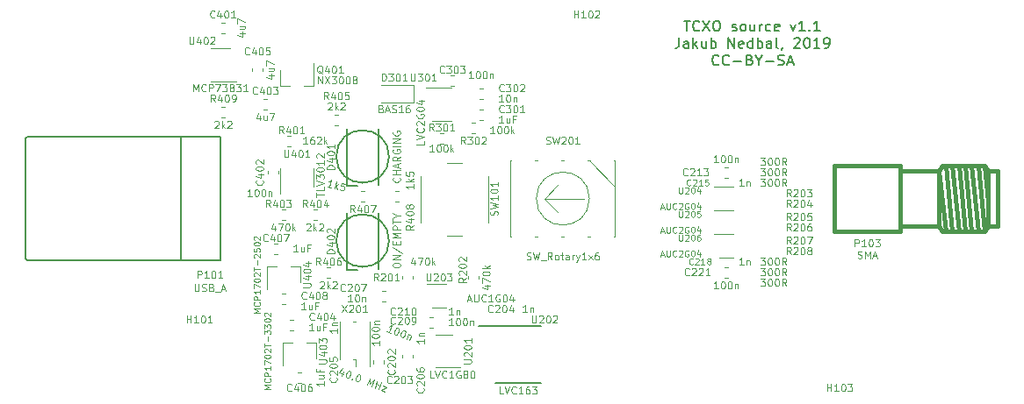
<source format=gto>
G04 #@! TF.GenerationSoftware,KiCad,Pcbnew,5.1.2-f72e74a~84~ubuntu16.04.1*
G04 #@! TF.CreationDate,2019-06-16T18:40:27+01:00*
G04 #@! TF.ProjectId,TCXOsource,5443584f-736f-4757-9263-652e6b696361,rev?*
G04 #@! TF.SameCoordinates,Original*
G04 #@! TF.FileFunction,Legend,Top*
G04 #@! TF.FilePolarity,Positive*
%FSLAX46Y46*%
G04 Gerber Fmt 4.6, Leading zero omitted, Abs format (unit mm)*
G04 Created by KiCad (PCBNEW 5.1.2-f72e74a~84~ubuntu16.04.1) date 2019-06-16 18:40:27*
%MOMM*%
%LPD*%
G04 APERTURE LIST*
%ADD10C,0.150000*%
%ADD11C,0.110000*%
%ADD12C,0.200000*%
%ADD13C,0.120000*%
%ADD14C,0.381000*%
G04 APERTURE END LIST*
D10*
X201176761Y-81876380D02*
X201748190Y-81876380D01*
X201462476Y-82876380D02*
X201462476Y-81876380D01*
X202652952Y-82781142D02*
X202605333Y-82828761D01*
X202462476Y-82876380D01*
X202367238Y-82876380D01*
X202224380Y-82828761D01*
X202129142Y-82733523D01*
X202081523Y-82638285D01*
X202033904Y-82447809D01*
X202033904Y-82304952D01*
X202081523Y-82114476D01*
X202129142Y-82019238D01*
X202224380Y-81924000D01*
X202367238Y-81876380D01*
X202462476Y-81876380D01*
X202605333Y-81924000D01*
X202652952Y-81971619D01*
X202986285Y-81876380D02*
X203652952Y-82876380D01*
X203652952Y-81876380D02*
X202986285Y-82876380D01*
X204224380Y-81876380D02*
X204414857Y-81876380D01*
X204510095Y-81924000D01*
X204605333Y-82019238D01*
X204652952Y-82209714D01*
X204652952Y-82543047D01*
X204605333Y-82733523D01*
X204510095Y-82828761D01*
X204414857Y-82876380D01*
X204224380Y-82876380D01*
X204129142Y-82828761D01*
X204033904Y-82733523D01*
X203986285Y-82543047D01*
X203986285Y-82209714D01*
X204033904Y-82019238D01*
X204129142Y-81924000D01*
X204224380Y-81876380D01*
X205795809Y-82828761D02*
X205891047Y-82876380D01*
X206081523Y-82876380D01*
X206176761Y-82828761D01*
X206224380Y-82733523D01*
X206224380Y-82685904D01*
X206176761Y-82590666D01*
X206081523Y-82543047D01*
X205938666Y-82543047D01*
X205843428Y-82495428D01*
X205795809Y-82400190D01*
X205795809Y-82352571D01*
X205843428Y-82257333D01*
X205938666Y-82209714D01*
X206081523Y-82209714D01*
X206176761Y-82257333D01*
X206795809Y-82876380D02*
X206700571Y-82828761D01*
X206652952Y-82781142D01*
X206605333Y-82685904D01*
X206605333Y-82400190D01*
X206652952Y-82304952D01*
X206700571Y-82257333D01*
X206795809Y-82209714D01*
X206938666Y-82209714D01*
X207033904Y-82257333D01*
X207081523Y-82304952D01*
X207129142Y-82400190D01*
X207129142Y-82685904D01*
X207081523Y-82781142D01*
X207033904Y-82828761D01*
X206938666Y-82876380D01*
X206795809Y-82876380D01*
X207986285Y-82209714D02*
X207986285Y-82876380D01*
X207557714Y-82209714D02*
X207557714Y-82733523D01*
X207605333Y-82828761D01*
X207700571Y-82876380D01*
X207843428Y-82876380D01*
X207938666Y-82828761D01*
X207986285Y-82781142D01*
X208462476Y-82876380D02*
X208462476Y-82209714D01*
X208462476Y-82400190D02*
X208510095Y-82304952D01*
X208557714Y-82257333D01*
X208652952Y-82209714D01*
X208748190Y-82209714D01*
X209510095Y-82828761D02*
X209414857Y-82876380D01*
X209224380Y-82876380D01*
X209129142Y-82828761D01*
X209081523Y-82781142D01*
X209033904Y-82685904D01*
X209033904Y-82400190D01*
X209081523Y-82304952D01*
X209129142Y-82257333D01*
X209224380Y-82209714D01*
X209414857Y-82209714D01*
X209510095Y-82257333D01*
X210319619Y-82828761D02*
X210224380Y-82876380D01*
X210033904Y-82876380D01*
X209938666Y-82828761D01*
X209891047Y-82733523D01*
X209891047Y-82352571D01*
X209938666Y-82257333D01*
X210033904Y-82209714D01*
X210224380Y-82209714D01*
X210319619Y-82257333D01*
X210367238Y-82352571D01*
X210367238Y-82447809D01*
X209891047Y-82543047D01*
X211462476Y-82209714D02*
X211700571Y-82876380D01*
X211938666Y-82209714D01*
X212843428Y-82876380D02*
X212272000Y-82876380D01*
X212557714Y-82876380D02*
X212557714Y-81876380D01*
X212462476Y-82019238D01*
X212367238Y-82114476D01*
X212272000Y-82162095D01*
X213272000Y-82781142D02*
X213319619Y-82828761D01*
X213272000Y-82876380D01*
X213224380Y-82828761D01*
X213272000Y-82781142D01*
X213272000Y-82876380D01*
X214272000Y-82876380D02*
X213700571Y-82876380D01*
X213986285Y-82876380D02*
X213986285Y-81876380D01*
X213891047Y-82019238D01*
X213795809Y-82114476D01*
X213700571Y-82162095D01*
X200676761Y-83526380D02*
X200676761Y-84240666D01*
X200629142Y-84383523D01*
X200533904Y-84478761D01*
X200391047Y-84526380D01*
X200295809Y-84526380D01*
X201581523Y-84526380D02*
X201581523Y-84002571D01*
X201533904Y-83907333D01*
X201438666Y-83859714D01*
X201248190Y-83859714D01*
X201152952Y-83907333D01*
X201581523Y-84478761D02*
X201486285Y-84526380D01*
X201248190Y-84526380D01*
X201152952Y-84478761D01*
X201105333Y-84383523D01*
X201105333Y-84288285D01*
X201152952Y-84193047D01*
X201248190Y-84145428D01*
X201486285Y-84145428D01*
X201581523Y-84097809D01*
X202057714Y-84526380D02*
X202057714Y-83526380D01*
X202152952Y-84145428D02*
X202438666Y-84526380D01*
X202438666Y-83859714D02*
X202057714Y-84240666D01*
X203295809Y-83859714D02*
X203295809Y-84526380D01*
X202867238Y-83859714D02*
X202867238Y-84383523D01*
X202914857Y-84478761D01*
X203010095Y-84526380D01*
X203152952Y-84526380D01*
X203248190Y-84478761D01*
X203295809Y-84431142D01*
X203772000Y-84526380D02*
X203772000Y-83526380D01*
X203772000Y-83907333D02*
X203867238Y-83859714D01*
X204057714Y-83859714D01*
X204152952Y-83907333D01*
X204200571Y-83954952D01*
X204248190Y-84050190D01*
X204248190Y-84335904D01*
X204200571Y-84431142D01*
X204152952Y-84478761D01*
X204057714Y-84526380D01*
X203867238Y-84526380D01*
X203772000Y-84478761D01*
X205438666Y-84526380D02*
X205438666Y-83526380D01*
X206010095Y-84526380D01*
X206010095Y-83526380D01*
X206867238Y-84478761D02*
X206772000Y-84526380D01*
X206581523Y-84526380D01*
X206486285Y-84478761D01*
X206438666Y-84383523D01*
X206438666Y-84002571D01*
X206486285Y-83907333D01*
X206581523Y-83859714D01*
X206772000Y-83859714D01*
X206867238Y-83907333D01*
X206914857Y-84002571D01*
X206914857Y-84097809D01*
X206438666Y-84193047D01*
X207772000Y-84526380D02*
X207772000Y-83526380D01*
X207772000Y-84478761D02*
X207676761Y-84526380D01*
X207486285Y-84526380D01*
X207391047Y-84478761D01*
X207343428Y-84431142D01*
X207295809Y-84335904D01*
X207295809Y-84050190D01*
X207343428Y-83954952D01*
X207391047Y-83907333D01*
X207486285Y-83859714D01*
X207676761Y-83859714D01*
X207772000Y-83907333D01*
X208248190Y-84526380D02*
X208248190Y-83526380D01*
X208248190Y-83907333D02*
X208343428Y-83859714D01*
X208533904Y-83859714D01*
X208629142Y-83907333D01*
X208676761Y-83954952D01*
X208724380Y-84050190D01*
X208724380Y-84335904D01*
X208676761Y-84431142D01*
X208629142Y-84478761D01*
X208533904Y-84526380D01*
X208343428Y-84526380D01*
X208248190Y-84478761D01*
X209581523Y-84526380D02*
X209581523Y-84002571D01*
X209533904Y-83907333D01*
X209438666Y-83859714D01*
X209248190Y-83859714D01*
X209152952Y-83907333D01*
X209581523Y-84478761D02*
X209486285Y-84526380D01*
X209248190Y-84526380D01*
X209152952Y-84478761D01*
X209105333Y-84383523D01*
X209105333Y-84288285D01*
X209152952Y-84193047D01*
X209248190Y-84145428D01*
X209486285Y-84145428D01*
X209581523Y-84097809D01*
X210200571Y-84526380D02*
X210105333Y-84478761D01*
X210057714Y-84383523D01*
X210057714Y-83526380D01*
X210629142Y-84478761D02*
X210629142Y-84526380D01*
X210581523Y-84621619D01*
X210533904Y-84669238D01*
X211772000Y-83621619D02*
X211819619Y-83574000D01*
X211914857Y-83526380D01*
X212152952Y-83526380D01*
X212248190Y-83574000D01*
X212295809Y-83621619D01*
X212343428Y-83716857D01*
X212343428Y-83812095D01*
X212295809Y-83954952D01*
X211724380Y-84526380D01*
X212343428Y-84526380D01*
X212962476Y-83526380D02*
X213057714Y-83526380D01*
X213152952Y-83574000D01*
X213200571Y-83621619D01*
X213248190Y-83716857D01*
X213295809Y-83907333D01*
X213295809Y-84145428D01*
X213248190Y-84335904D01*
X213200571Y-84431142D01*
X213152952Y-84478761D01*
X213057714Y-84526380D01*
X212962476Y-84526380D01*
X212867238Y-84478761D01*
X212819619Y-84431142D01*
X212772000Y-84335904D01*
X212724380Y-84145428D01*
X212724380Y-83907333D01*
X212772000Y-83716857D01*
X212819619Y-83621619D01*
X212867238Y-83574000D01*
X212962476Y-83526380D01*
X214248190Y-84526380D02*
X213676761Y-84526380D01*
X213962476Y-84526380D02*
X213962476Y-83526380D01*
X213867238Y-83669238D01*
X213772000Y-83764476D01*
X213676761Y-83812095D01*
X214724380Y-84526380D02*
X214914857Y-84526380D01*
X215010095Y-84478761D01*
X215057714Y-84431142D01*
X215152952Y-84288285D01*
X215200571Y-84097809D01*
X215200571Y-83716857D01*
X215152952Y-83621619D01*
X215105333Y-83574000D01*
X215010095Y-83526380D01*
X214819619Y-83526380D01*
X214724380Y-83574000D01*
X214676761Y-83621619D01*
X214629142Y-83716857D01*
X214629142Y-83954952D01*
X214676761Y-84050190D01*
X214724380Y-84097809D01*
X214819619Y-84145428D01*
X215010095Y-84145428D01*
X215105333Y-84097809D01*
X215152952Y-84050190D01*
X215200571Y-83954952D01*
X204510095Y-86081142D02*
X204462476Y-86128761D01*
X204319619Y-86176380D01*
X204224380Y-86176380D01*
X204081523Y-86128761D01*
X203986285Y-86033523D01*
X203938666Y-85938285D01*
X203891047Y-85747809D01*
X203891047Y-85604952D01*
X203938666Y-85414476D01*
X203986285Y-85319238D01*
X204081523Y-85224000D01*
X204224380Y-85176380D01*
X204319619Y-85176380D01*
X204462476Y-85224000D01*
X204510095Y-85271619D01*
X205510095Y-86081142D02*
X205462476Y-86128761D01*
X205319619Y-86176380D01*
X205224380Y-86176380D01*
X205081523Y-86128761D01*
X204986285Y-86033523D01*
X204938666Y-85938285D01*
X204891047Y-85747809D01*
X204891047Y-85604952D01*
X204938666Y-85414476D01*
X204986285Y-85319238D01*
X205081523Y-85224000D01*
X205224380Y-85176380D01*
X205319619Y-85176380D01*
X205462476Y-85224000D01*
X205510095Y-85271619D01*
X205938666Y-85795428D02*
X206700571Y-85795428D01*
X207510095Y-85652571D02*
X207652952Y-85700190D01*
X207700571Y-85747809D01*
X207748190Y-85843047D01*
X207748190Y-85985904D01*
X207700571Y-86081142D01*
X207652952Y-86128761D01*
X207557714Y-86176380D01*
X207176761Y-86176380D01*
X207176761Y-85176380D01*
X207510095Y-85176380D01*
X207605333Y-85224000D01*
X207652952Y-85271619D01*
X207700571Y-85366857D01*
X207700571Y-85462095D01*
X207652952Y-85557333D01*
X207605333Y-85604952D01*
X207510095Y-85652571D01*
X207176761Y-85652571D01*
X208367238Y-85700190D02*
X208367238Y-86176380D01*
X208033904Y-85176380D02*
X208367238Y-85700190D01*
X208700571Y-85176380D01*
X209033904Y-85795428D02*
X209795809Y-85795428D01*
X210224380Y-86128761D02*
X210367238Y-86176380D01*
X210605333Y-86176380D01*
X210700571Y-86128761D01*
X210748190Y-86081142D01*
X210795809Y-85985904D01*
X210795809Y-85890666D01*
X210748190Y-85795428D01*
X210700571Y-85747809D01*
X210605333Y-85700190D01*
X210414857Y-85652571D01*
X210319619Y-85604952D01*
X210272000Y-85557333D01*
X210224380Y-85462095D01*
X210224380Y-85366857D01*
X210272000Y-85271619D01*
X210319619Y-85224000D01*
X210414857Y-85176380D01*
X210652952Y-85176380D01*
X210795809Y-85224000D01*
X211176761Y-85890666D02*
X211652952Y-85890666D01*
X211081523Y-86176380D02*
X211414857Y-85176380D01*
X211748190Y-86176380D01*
D11*
X173732000Y-97029333D02*
X173765333Y-97062666D01*
X173798666Y-97162666D01*
X173798666Y-97229333D01*
X173765333Y-97329333D01*
X173698666Y-97396000D01*
X173632000Y-97429333D01*
X173498666Y-97462666D01*
X173398666Y-97462666D01*
X173265333Y-97429333D01*
X173198666Y-97396000D01*
X173132000Y-97329333D01*
X173098666Y-97229333D01*
X173098666Y-97162666D01*
X173132000Y-97062666D01*
X173165333Y-97029333D01*
X173798666Y-96729333D02*
X173098666Y-96729333D01*
X173432000Y-96729333D02*
X173432000Y-96329333D01*
X173798666Y-96329333D02*
X173098666Y-96329333D01*
X173598666Y-96029333D02*
X173598666Y-95696000D01*
X173798666Y-96096000D02*
X173098666Y-95862666D01*
X173798666Y-95629333D01*
X173798666Y-94996000D02*
X173465333Y-95229333D01*
X173798666Y-95396000D02*
X173098666Y-95396000D01*
X173098666Y-95129333D01*
X173132000Y-95062666D01*
X173165333Y-95029333D01*
X173232000Y-94996000D01*
X173332000Y-94996000D01*
X173398666Y-95029333D01*
X173432000Y-95062666D01*
X173465333Y-95129333D01*
X173465333Y-95396000D01*
X173132000Y-94329333D02*
X173098666Y-94396000D01*
X173098666Y-94496000D01*
X173132000Y-94596000D01*
X173198666Y-94662666D01*
X173265333Y-94696000D01*
X173398666Y-94729333D01*
X173498666Y-94729333D01*
X173632000Y-94696000D01*
X173698666Y-94662666D01*
X173765333Y-94596000D01*
X173798666Y-94496000D01*
X173798666Y-94429333D01*
X173765333Y-94329333D01*
X173732000Y-94296000D01*
X173498666Y-94296000D01*
X173498666Y-94429333D01*
X173798666Y-93996000D02*
X173098666Y-93996000D01*
X173798666Y-93662666D02*
X173098666Y-93662666D01*
X173798666Y-93262666D01*
X173098666Y-93262666D01*
X173132000Y-92562666D02*
X173098666Y-92629333D01*
X173098666Y-92729333D01*
X173132000Y-92829333D01*
X173198666Y-92896000D01*
X173265333Y-92929333D01*
X173398666Y-92962666D01*
X173498666Y-92962666D01*
X173632000Y-92929333D01*
X173698666Y-92896000D01*
X173765333Y-92829333D01*
X173798666Y-92729333D01*
X173798666Y-92662666D01*
X173765333Y-92562666D01*
X173732000Y-92529333D01*
X173498666Y-92529333D01*
X173498666Y-92662666D01*
X173098666Y-105557333D02*
X173098666Y-105424000D01*
X173132000Y-105357333D01*
X173198666Y-105290666D01*
X173332000Y-105257333D01*
X173565333Y-105257333D01*
X173698666Y-105290666D01*
X173765333Y-105357333D01*
X173798666Y-105424000D01*
X173798666Y-105557333D01*
X173765333Y-105624000D01*
X173698666Y-105690666D01*
X173565333Y-105724000D01*
X173332000Y-105724000D01*
X173198666Y-105690666D01*
X173132000Y-105624000D01*
X173098666Y-105557333D01*
X173798666Y-104957333D02*
X173098666Y-104957333D01*
X173798666Y-104557333D01*
X173098666Y-104557333D01*
X173065333Y-103724000D02*
X173965333Y-104324000D01*
X173432000Y-103490666D02*
X173432000Y-103257333D01*
X173798666Y-103157333D02*
X173798666Y-103490666D01*
X173098666Y-103490666D01*
X173098666Y-103157333D01*
X173798666Y-102857333D02*
X173098666Y-102857333D01*
X173598666Y-102624000D01*
X173098666Y-102390666D01*
X173798666Y-102390666D01*
X173798666Y-102057333D02*
X173098666Y-102057333D01*
X173098666Y-101790666D01*
X173132000Y-101724000D01*
X173165333Y-101690666D01*
X173232000Y-101657333D01*
X173332000Y-101657333D01*
X173398666Y-101690666D01*
X173432000Y-101724000D01*
X173465333Y-101790666D01*
X173465333Y-102057333D01*
X173098666Y-101457333D02*
X173098666Y-101057333D01*
X173798666Y-101257333D02*
X173098666Y-101257333D01*
X173465333Y-100690666D02*
X173798666Y-100690666D01*
X173098666Y-100924000D02*
X173465333Y-100690666D01*
X173098666Y-100457333D01*
D12*
X172720000Y-103124000D02*
G75*
G03X172720000Y-103124000I-2540000J0D01*
G01*
X172720000Y-94996000D02*
G75*
G03X172720000Y-94996000I-2540000J0D01*
G01*
D13*
X177637221Y-93728000D02*
X177962779Y-93728000D01*
X177637221Y-92708000D02*
X177962779Y-92708000D01*
X205069221Y-106682000D02*
X205394779Y-106682000D01*
X205069221Y-105662000D02*
X205394779Y-105662000D01*
D10*
X169680000Y-97822000D02*
X168680000Y-97822000D01*
X168680000Y-92322000D02*
X168680000Y-97822000D01*
X171680000Y-92322000D02*
X171680000Y-97722000D01*
D13*
X161034000Y-96682779D02*
X161034000Y-96357221D01*
X162054000Y-96682779D02*
X162054000Y-96357221D01*
D10*
X171680000Y-100450000D02*
X171680000Y-105850000D01*
X168680000Y-100450000D02*
X168680000Y-105950000D01*
X169680000Y-105950000D02*
X168680000Y-105950000D01*
D13*
X162722779Y-100074000D02*
X162397221Y-100074000D01*
X162722779Y-101094000D02*
X162397221Y-101094000D01*
X165419721Y-101094000D02*
X165745279Y-101094000D01*
X165419721Y-100074000D02*
X165745279Y-100074000D01*
X165440000Y-97928000D02*
X165440000Y-96128000D01*
X162220000Y-96128000D02*
X162220000Y-98578000D01*
D10*
X137848000Y-93060000D02*
X152698000Y-93060000D01*
X137848000Y-93060000D02*
X137648000Y-93260000D01*
X137648000Y-104860000D02*
X137648000Y-93260000D01*
X137648000Y-104860000D02*
X137848000Y-105060000D01*
X152698000Y-105060000D02*
X137848000Y-105060000D01*
X152698000Y-105060000D02*
X152698000Y-93060000D01*
X156448000Y-93060000D02*
X156448000Y-105060000D01*
X156448000Y-105060000D02*
X152698000Y-105060000D01*
X156448000Y-93060000D02*
X152698000Y-93060000D01*
D13*
X171194000Y-114670721D02*
X171194000Y-114996279D01*
X172214000Y-114670721D02*
X172214000Y-114996279D01*
X172349279Y-108968000D02*
X172023721Y-108968000D01*
X172349279Y-107948000D02*
X172023721Y-107948000D01*
X176621221Y-110488000D02*
X176946779Y-110488000D01*
X176621221Y-111508000D02*
X176946779Y-111508000D01*
X178653221Y-88140000D02*
X178978779Y-88140000D01*
X178653221Y-87120000D02*
X178978779Y-87120000D01*
X156529721Y-83060000D02*
X156855279Y-83060000D01*
X156529721Y-82040000D02*
X156855279Y-82040000D01*
X160944779Y-89406000D02*
X160619221Y-89406000D01*
X160944779Y-90426000D02*
X160619221Y-90426000D01*
X163484779Y-110742000D02*
X163159221Y-110742000D01*
X163484779Y-111762000D02*
X163159221Y-111762000D01*
X159510000Y-86451221D02*
X159510000Y-86776779D01*
X160530000Y-86451221D02*
X160530000Y-86776779D01*
X164246779Y-116842000D02*
X163921221Y-116842000D01*
X164246779Y-115822000D02*
X163921221Y-115822000D01*
X161960779Y-104396000D02*
X161635221Y-104396000D01*
X161960779Y-103376000D02*
X161635221Y-103376000D01*
X162748279Y-109222000D02*
X162422721Y-109222000D01*
X162748279Y-108202000D02*
X162422721Y-108202000D01*
D14*
X230477060Y-101719380D02*
X231421940Y-101719380D01*
X230477060Y-96400620D02*
X231421940Y-96400620D01*
X221970600Y-96400620D02*
X225750120Y-96400620D01*
X221970600Y-101719380D02*
X225750120Y-101719380D01*
X230162100Y-95867220D02*
X230477060Y-99326700D01*
X226380040Y-102252780D02*
X225750120Y-96400620D01*
X226380040Y-95867220D02*
X227009960Y-102252780D01*
X227009960Y-95867220D02*
X227639880Y-102252780D01*
X227639880Y-95867220D02*
X228269800Y-102252780D01*
X228269800Y-95867220D02*
X228902260Y-102252780D01*
X228902260Y-95867220D02*
X229532180Y-102252780D01*
X229532180Y-95867220D02*
X230162100Y-102252780D01*
X230162100Y-95867220D02*
X230477060Y-96400620D01*
X230477060Y-96400620D02*
X230477060Y-101719380D01*
X230477060Y-101719380D02*
X230162100Y-102252780D01*
X230162100Y-102252780D02*
X226065080Y-102252780D01*
X226065080Y-102252780D02*
X225750120Y-101719380D01*
X225750120Y-101719380D02*
X225750120Y-96400620D01*
X225750120Y-96400620D02*
X226065080Y-95867220D01*
X226065080Y-95867220D02*
X230162100Y-95867220D01*
X231421940Y-101719380D02*
X231421940Y-96400620D01*
X221970600Y-95910400D02*
X221970600Y-102209600D01*
X221970600Y-102209600D02*
X215671400Y-102209600D01*
X215671400Y-102209600D02*
X215671400Y-95910400D01*
X215671400Y-95910400D02*
X221970600Y-95910400D01*
D13*
X162250000Y-88136000D02*
X163180000Y-88136000D01*
X165410000Y-88136000D02*
X164480000Y-88136000D01*
X165410000Y-88136000D02*
X165410000Y-85976000D01*
X162250000Y-88136000D02*
X162250000Y-86676000D01*
X175008000Y-106517221D02*
X175008000Y-106842779D01*
X173988000Y-106517221D02*
X173988000Y-106842779D01*
X181358000Y-106842779D02*
X181358000Y-106517221D01*
X180338000Y-106842779D02*
X180338000Y-106517221D01*
X162905221Y-93982000D02*
X163230779Y-93982000D01*
X162905221Y-92962000D02*
X163230779Y-92962000D01*
X167477221Y-90930000D02*
X167802779Y-90930000D01*
X167477221Y-91950000D02*
X167802779Y-91950000D01*
X167040779Y-106682000D02*
X166715221Y-106682000D01*
X167040779Y-105662000D02*
X166715221Y-105662000D01*
X170368279Y-98296000D02*
X170042721Y-98296000D01*
X170368279Y-99316000D02*
X170042721Y-99316000D01*
X173644779Y-98296000D02*
X173319221Y-98296000D01*
X173644779Y-99316000D02*
X173319221Y-99316000D01*
X156555221Y-90168000D02*
X156880779Y-90168000D01*
X156555221Y-91188000D02*
X156880779Y-91188000D01*
X182284000Y-101362000D02*
X182284000Y-96862000D01*
X178284000Y-102612000D02*
X179784000Y-102612000D01*
X175784000Y-96862000D02*
X175784000Y-101362000D01*
X179784000Y-95612000D02*
X178284000Y-95612000D01*
X176846000Y-109618000D02*
X178246000Y-109618000D01*
X178246000Y-107298000D02*
X176346000Y-107298000D01*
X165664000Y-113016000D02*
X164734000Y-113016000D01*
X162504000Y-113016000D02*
X163434000Y-113016000D01*
X162504000Y-113016000D02*
X162504000Y-115176000D01*
X165664000Y-113016000D02*
X165664000Y-114476000D01*
X164140000Y-105650000D02*
X164140000Y-107110000D01*
X160980000Y-105650000D02*
X160980000Y-107810000D01*
X160980000Y-105650000D02*
X161910000Y-105650000D01*
X164140000Y-105650000D02*
X163210000Y-105650000D01*
X167993000Y-114576000D02*
X167968000Y-114576000D01*
X167968000Y-114576000D02*
X167968000Y-110976000D01*
X167968000Y-110976000D02*
X167993000Y-110976000D01*
X170843000Y-115301000D02*
X170843000Y-114576000D01*
X170843000Y-114576000D02*
X170868000Y-114576000D01*
X170868000Y-114576000D02*
X170868000Y-110976000D01*
X170868000Y-110976000D02*
X170843000Y-110976000D01*
X169543000Y-115301000D02*
X169543000Y-114576000D01*
X169543000Y-114576000D02*
X169293000Y-114576000D01*
X169293000Y-110976000D02*
X169543000Y-110976000D01*
X157364000Y-84496000D02*
X155564000Y-84496000D01*
X155564000Y-87716000D02*
X158014000Y-87716000D01*
X205069221Y-96010000D02*
X205394779Y-96010000D01*
X205069221Y-97030000D02*
X205394779Y-97030000D01*
X175008000Y-114137221D02*
X175008000Y-114462779D01*
X173988000Y-114137221D02*
X173988000Y-114462779D01*
X181447221Y-90422000D02*
X181772779Y-90422000D01*
X181447221Y-91442000D02*
X181772779Y-91442000D01*
X181421721Y-89410000D02*
X181747279Y-89410000D01*
X181421721Y-88390000D02*
X181747279Y-88390000D01*
X180710721Y-91692000D02*
X181036279Y-91692000D01*
X180710721Y-92712000D02*
X181036279Y-92712000D01*
X188986000Y-97780000D02*
X187706000Y-99060000D01*
X187706000Y-99060000D02*
X188986000Y-100340000D01*
X191516000Y-99060000D02*
X187676000Y-99060000D01*
X192024000Y-95390000D02*
X194524000Y-97890000D01*
X189604000Y-102730000D02*
X189364000Y-102730000D01*
X192144000Y-102730000D02*
X191904000Y-102730000D01*
X189604000Y-95390000D02*
X189364000Y-95390000D01*
X192144000Y-95390000D02*
X191904000Y-95390000D01*
X186824000Y-102730000D02*
X187064000Y-102730000D01*
X187064000Y-95390000D02*
X186824000Y-95390000D01*
X194524000Y-102730000D02*
X194444000Y-102730000D01*
X194524000Y-95390000D02*
X194524000Y-102730000D01*
X194444000Y-95390000D02*
X194524000Y-95390000D01*
X192044000Y-99060000D02*
G75*
G03X192044000Y-99060000I-2560000J0D01*
G01*
X184444000Y-102730000D02*
X184524000Y-102730000D01*
X184444000Y-95390000D02*
X184524000Y-95390000D01*
X184444000Y-95390000D02*
X184444000Y-102730000D01*
X178854000Y-112192000D02*
X177254000Y-112192000D01*
X177254000Y-115392000D02*
X179554000Y-115392000D01*
D10*
X182971001Y-116902001D02*
X187371001Y-116902001D01*
X181396001Y-111377001D02*
X187371001Y-111377001D01*
D13*
X205932000Y-97900000D02*
X204032000Y-97900000D01*
X204532000Y-100220000D02*
X205932000Y-100220000D01*
X204532000Y-102506000D02*
X205932000Y-102506000D01*
X205932000Y-100186000D02*
X204032000Y-100186000D01*
X205932000Y-102472000D02*
X204032000Y-102472000D01*
X204532000Y-104792000D02*
X205932000Y-104792000D01*
X176900000Y-91526000D02*
X178700000Y-91526000D01*
X178700000Y-88306000D02*
X176250000Y-88306000D01*
X175108000Y-89750000D02*
X175108000Y-88050000D01*
X175108000Y-88050000D02*
X171958000Y-88050000D01*
X175108000Y-89750000D02*
X171958000Y-89750000D01*
X177016666Y-92518666D02*
X176783333Y-92185333D01*
X176616666Y-92518666D02*
X176616666Y-91818666D01*
X176883333Y-91818666D01*
X176950000Y-91852000D01*
X176983333Y-91885333D01*
X177016666Y-91952000D01*
X177016666Y-92052000D01*
X176983333Y-92118666D01*
X176950000Y-92152000D01*
X176883333Y-92185333D01*
X176616666Y-92185333D01*
X177250000Y-91818666D02*
X177683333Y-91818666D01*
X177450000Y-92085333D01*
X177550000Y-92085333D01*
X177616666Y-92118666D01*
X177650000Y-92152000D01*
X177683333Y-92218666D01*
X177683333Y-92385333D01*
X177650000Y-92452000D01*
X177616666Y-92485333D01*
X177550000Y-92518666D01*
X177350000Y-92518666D01*
X177283333Y-92485333D01*
X177250000Y-92452000D01*
X178116666Y-91818666D02*
X178183333Y-91818666D01*
X178250000Y-91852000D01*
X178283333Y-91885333D01*
X178316666Y-91952000D01*
X178350000Y-92085333D01*
X178350000Y-92252000D01*
X178316666Y-92385333D01*
X178283333Y-92452000D01*
X178250000Y-92485333D01*
X178183333Y-92518666D01*
X178116666Y-92518666D01*
X178050000Y-92485333D01*
X178016666Y-92452000D01*
X177983333Y-92385333D01*
X177950000Y-92252000D01*
X177950000Y-92085333D01*
X177983333Y-91952000D01*
X178016666Y-91885333D01*
X178050000Y-91852000D01*
X178116666Y-91818666D01*
X179016666Y-92518666D02*
X178616666Y-92518666D01*
X178816666Y-92518666D02*
X178816666Y-91818666D01*
X178750000Y-91918666D01*
X178683333Y-91985333D01*
X178616666Y-92018666D01*
X177050000Y-94550666D02*
X176650000Y-94550666D01*
X176850000Y-94550666D02*
X176850000Y-93850666D01*
X176783333Y-93950666D01*
X176716666Y-94017333D01*
X176650000Y-94050666D01*
X177483333Y-93850666D02*
X177550000Y-93850666D01*
X177616666Y-93884000D01*
X177650000Y-93917333D01*
X177683333Y-93984000D01*
X177716666Y-94117333D01*
X177716666Y-94284000D01*
X177683333Y-94417333D01*
X177650000Y-94484000D01*
X177616666Y-94517333D01*
X177550000Y-94550666D01*
X177483333Y-94550666D01*
X177416666Y-94517333D01*
X177383333Y-94484000D01*
X177350000Y-94417333D01*
X177316666Y-94284000D01*
X177316666Y-94117333D01*
X177350000Y-93984000D01*
X177383333Y-93917333D01*
X177416666Y-93884000D01*
X177483333Y-93850666D01*
X178150000Y-93850666D02*
X178216666Y-93850666D01*
X178283333Y-93884000D01*
X178316666Y-93917333D01*
X178350000Y-93984000D01*
X178383333Y-94117333D01*
X178383333Y-94284000D01*
X178350000Y-94417333D01*
X178316666Y-94484000D01*
X178283333Y-94517333D01*
X178216666Y-94550666D01*
X178150000Y-94550666D01*
X178083333Y-94517333D01*
X178050000Y-94484000D01*
X178016666Y-94417333D01*
X177983333Y-94284000D01*
X177983333Y-94117333D01*
X178016666Y-93984000D01*
X178050000Y-93917333D01*
X178083333Y-93884000D01*
X178150000Y-93850666D01*
X178683333Y-94550666D02*
X178683333Y-93850666D01*
X178750000Y-94284000D02*
X178950000Y-94550666D01*
X178950000Y-94084000D02*
X178683333Y-94350666D01*
D11*
X202020571Y-105370285D02*
X201992000Y-105398857D01*
X201906285Y-105427428D01*
X201849142Y-105427428D01*
X201763428Y-105398857D01*
X201706285Y-105341714D01*
X201677714Y-105284571D01*
X201649142Y-105170285D01*
X201649142Y-105084571D01*
X201677714Y-104970285D01*
X201706285Y-104913142D01*
X201763428Y-104856000D01*
X201849142Y-104827428D01*
X201906285Y-104827428D01*
X201992000Y-104856000D01*
X202020571Y-104884571D01*
X202249142Y-104884571D02*
X202277714Y-104856000D01*
X202334857Y-104827428D01*
X202477714Y-104827428D01*
X202534857Y-104856000D01*
X202563428Y-104884571D01*
X202592000Y-104941714D01*
X202592000Y-104998857D01*
X202563428Y-105084571D01*
X202220571Y-105427428D01*
X202592000Y-105427428D01*
X203163428Y-105427428D02*
X202820571Y-105427428D01*
X202992000Y-105427428D02*
X202992000Y-104827428D01*
X202934857Y-104913142D01*
X202877714Y-104970285D01*
X202820571Y-104998857D01*
X203506285Y-105084571D02*
X203449142Y-105056000D01*
X203420571Y-105027428D01*
X203392000Y-104970285D01*
X203392000Y-104941714D01*
X203420571Y-104884571D01*
X203449142Y-104856000D01*
X203506285Y-104827428D01*
X203620571Y-104827428D01*
X203677714Y-104856000D01*
X203706285Y-104884571D01*
X203734857Y-104941714D01*
X203734857Y-104970285D01*
X203706285Y-105027428D01*
X203677714Y-105056000D01*
X203620571Y-105084571D01*
X203506285Y-105084571D01*
X203449142Y-105113142D01*
X203420571Y-105141714D01*
X203392000Y-105198857D01*
X203392000Y-105313142D01*
X203420571Y-105370285D01*
X203449142Y-105398857D01*
X203506285Y-105427428D01*
X203620571Y-105427428D01*
X203677714Y-105398857D01*
X203706285Y-105370285D01*
X203734857Y-105313142D01*
X203734857Y-105198857D01*
X203706285Y-105141714D01*
X203677714Y-105113142D01*
X203620571Y-105084571D01*
D13*
X204448666Y-107758666D02*
X204048666Y-107758666D01*
X204248666Y-107758666D02*
X204248666Y-107058666D01*
X204182000Y-107158666D01*
X204115333Y-107225333D01*
X204048666Y-107258666D01*
X204882000Y-107058666D02*
X204948666Y-107058666D01*
X205015333Y-107092000D01*
X205048666Y-107125333D01*
X205082000Y-107192000D01*
X205115333Y-107325333D01*
X205115333Y-107492000D01*
X205082000Y-107625333D01*
X205048666Y-107692000D01*
X205015333Y-107725333D01*
X204948666Y-107758666D01*
X204882000Y-107758666D01*
X204815333Y-107725333D01*
X204782000Y-107692000D01*
X204748666Y-107625333D01*
X204715333Y-107492000D01*
X204715333Y-107325333D01*
X204748666Y-107192000D01*
X204782000Y-107125333D01*
X204815333Y-107092000D01*
X204882000Y-107058666D01*
X205548666Y-107058666D02*
X205615333Y-107058666D01*
X205682000Y-107092000D01*
X205715333Y-107125333D01*
X205748666Y-107192000D01*
X205782000Y-107325333D01*
X205782000Y-107492000D01*
X205748666Y-107625333D01*
X205715333Y-107692000D01*
X205682000Y-107725333D01*
X205615333Y-107758666D01*
X205548666Y-107758666D01*
X205482000Y-107725333D01*
X205448666Y-107692000D01*
X205415333Y-107625333D01*
X205382000Y-107492000D01*
X205382000Y-107325333D01*
X205415333Y-107192000D01*
X205448666Y-107125333D01*
X205482000Y-107092000D01*
X205548666Y-107058666D01*
X206082000Y-107292000D02*
X206082000Y-107758666D01*
X206082000Y-107358666D02*
X206115333Y-107325333D01*
X206182000Y-107292000D01*
X206282000Y-107292000D01*
X206348666Y-107325333D01*
X206382000Y-107392000D01*
X206382000Y-107758666D01*
X167448666Y-96205333D02*
X166748666Y-96205333D01*
X166748666Y-96038666D01*
X166782000Y-95938666D01*
X166848666Y-95872000D01*
X166915333Y-95838666D01*
X167048666Y-95805333D01*
X167148666Y-95805333D01*
X167282000Y-95838666D01*
X167348666Y-95872000D01*
X167415333Y-95938666D01*
X167448666Y-96038666D01*
X167448666Y-96205333D01*
X166982000Y-95205333D02*
X167448666Y-95205333D01*
X166715333Y-95372000D02*
X167215333Y-95538666D01*
X167215333Y-95105333D01*
X166748666Y-94705333D02*
X166748666Y-94638666D01*
X166782000Y-94572000D01*
X166815333Y-94538666D01*
X166882000Y-94505333D01*
X167015333Y-94472000D01*
X167182000Y-94472000D01*
X167315333Y-94505333D01*
X167382000Y-94538666D01*
X167415333Y-94572000D01*
X167448666Y-94638666D01*
X167448666Y-94705333D01*
X167415333Y-94772000D01*
X167382000Y-94805333D01*
X167315333Y-94838666D01*
X167182000Y-94872000D01*
X167015333Y-94872000D01*
X166882000Y-94838666D01*
X166815333Y-94805333D01*
X166782000Y-94772000D01*
X166748666Y-94705333D01*
X167448666Y-93805333D02*
X167448666Y-94205333D01*
X167448666Y-94005333D02*
X166748666Y-94005333D01*
X166848666Y-94072000D01*
X166915333Y-94138666D01*
X166948666Y-94205333D01*
X160524000Y-97303333D02*
X160557333Y-97336666D01*
X160590666Y-97436666D01*
X160590666Y-97503333D01*
X160557333Y-97603333D01*
X160490666Y-97670000D01*
X160424000Y-97703333D01*
X160290666Y-97736666D01*
X160190666Y-97736666D01*
X160057333Y-97703333D01*
X159990666Y-97670000D01*
X159924000Y-97603333D01*
X159890666Y-97503333D01*
X159890666Y-97436666D01*
X159924000Y-97336666D01*
X159957333Y-97303333D01*
X160124000Y-96703333D02*
X160590666Y-96703333D01*
X159857333Y-96870000D02*
X160357333Y-97036666D01*
X160357333Y-96603333D01*
X159890666Y-96203333D02*
X159890666Y-96136666D01*
X159924000Y-96070000D01*
X159957333Y-96036666D01*
X160024000Y-96003333D01*
X160157333Y-95970000D01*
X160324000Y-95970000D01*
X160457333Y-96003333D01*
X160524000Y-96036666D01*
X160557333Y-96070000D01*
X160590666Y-96136666D01*
X160590666Y-96203333D01*
X160557333Y-96270000D01*
X160524000Y-96303333D01*
X160457333Y-96336666D01*
X160324000Y-96370000D01*
X160157333Y-96370000D01*
X160024000Y-96336666D01*
X159957333Y-96303333D01*
X159924000Y-96270000D01*
X159890666Y-96203333D01*
X159957333Y-95703333D02*
X159924000Y-95670000D01*
X159890666Y-95603333D01*
X159890666Y-95436666D01*
X159924000Y-95370000D01*
X159957333Y-95336666D01*
X160024000Y-95303333D01*
X160090666Y-95303333D01*
X160190666Y-95336666D01*
X160590666Y-95736666D01*
X160590666Y-95303333D01*
X159490666Y-98843166D02*
X159090666Y-98843166D01*
X159290666Y-98843166D02*
X159290666Y-98143166D01*
X159224000Y-98243166D01*
X159157333Y-98309833D01*
X159090666Y-98343166D01*
X159924000Y-98143166D02*
X159990666Y-98143166D01*
X160057333Y-98176500D01*
X160090666Y-98209833D01*
X160124000Y-98276500D01*
X160157333Y-98409833D01*
X160157333Y-98576500D01*
X160124000Y-98709833D01*
X160090666Y-98776500D01*
X160057333Y-98809833D01*
X159990666Y-98843166D01*
X159924000Y-98843166D01*
X159857333Y-98809833D01*
X159824000Y-98776500D01*
X159790666Y-98709833D01*
X159757333Y-98576500D01*
X159757333Y-98409833D01*
X159790666Y-98276500D01*
X159824000Y-98209833D01*
X159857333Y-98176500D01*
X159924000Y-98143166D01*
X160590666Y-98143166D02*
X160657333Y-98143166D01*
X160724000Y-98176500D01*
X160757333Y-98209833D01*
X160790666Y-98276500D01*
X160824000Y-98409833D01*
X160824000Y-98576500D01*
X160790666Y-98709833D01*
X160757333Y-98776500D01*
X160724000Y-98809833D01*
X160657333Y-98843166D01*
X160590666Y-98843166D01*
X160524000Y-98809833D01*
X160490666Y-98776500D01*
X160457333Y-98709833D01*
X160424000Y-98576500D01*
X160424000Y-98409833D01*
X160457333Y-98276500D01*
X160490666Y-98209833D01*
X160524000Y-98176500D01*
X160590666Y-98143166D01*
X161124000Y-98376500D02*
X161124000Y-98843166D01*
X161124000Y-98443166D02*
X161157333Y-98409833D01*
X161224000Y-98376500D01*
X161324000Y-98376500D01*
X161390666Y-98409833D01*
X161424000Y-98476500D01*
X161424000Y-98843166D01*
X167448666Y-104333333D02*
X166748666Y-104333333D01*
X166748666Y-104166666D01*
X166782000Y-104066666D01*
X166848666Y-104000000D01*
X166915333Y-103966666D01*
X167048666Y-103933333D01*
X167148666Y-103933333D01*
X167282000Y-103966666D01*
X167348666Y-104000000D01*
X167415333Y-104066666D01*
X167448666Y-104166666D01*
X167448666Y-104333333D01*
X166982000Y-103333333D02*
X167448666Y-103333333D01*
X166715333Y-103500000D02*
X167215333Y-103666666D01*
X167215333Y-103233333D01*
X166748666Y-102833333D02*
X166748666Y-102766666D01*
X166782000Y-102700000D01*
X166815333Y-102666666D01*
X166882000Y-102633333D01*
X167015333Y-102600000D01*
X167182000Y-102600000D01*
X167315333Y-102633333D01*
X167382000Y-102666666D01*
X167415333Y-102700000D01*
X167448666Y-102766666D01*
X167448666Y-102833333D01*
X167415333Y-102900000D01*
X167382000Y-102933333D01*
X167315333Y-102966666D01*
X167182000Y-103000000D01*
X167015333Y-103000000D01*
X166882000Y-102966666D01*
X166815333Y-102933333D01*
X166782000Y-102900000D01*
X166748666Y-102833333D01*
X166815333Y-102333333D02*
X166782000Y-102300000D01*
X166748666Y-102233333D01*
X166748666Y-102066666D01*
X166782000Y-102000000D01*
X166815333Y-101966666D01*
X166882000Y-101933333D01*
X166948666Y-101933333D01*
X167048666Y-101966666D01*
X167448666Y-102366666D01*
X167448666Y-101933333D01*
X161268666Y-99884666D02*
X161035333Y-99551333D01*
X160868666Y-99884666D02*
X160868666Y-99184666D01*
X161135333Y-99184666D01*
X161202000Y-99218000D01*
X161235333Y-99251333D01*
X161268666Y-99318000D01*
X161268666Y-99418000D01*
X161235333Y-99484666D01*
X161202000Y-99518000D01*
X161135333Y-99551333D01*
X160868666Y-99551333D01*
X161868666Y-99418000D02*
X161868666Y-99884666D01*
X161702000Y-99151333D02*
X161535333Y-99651333D01*
X161968666Y-99651333D01*
X162368666Y-99184666D02*
X162435333Y-99184666D01*
X162502000Y-99218000D01*
X162535333Y-99251333D01*
X162568666Y-99318000D01*
X162602000Y-99451333D01*
X162602000Y-99618000D01*
X162568666Y-99751333D01*
X162535333Y-99818000D01*
X162502000Y-99851333D01*
X162435333Y-99884666D01*
X162368666Y-99884666D01*
X162302000Y-99851333D01*
X162268666Y-99818000D01*
X162235333Y-99751333D01*
X162202000Y-99618000D01*
X162202000Y-99451333D01*
X162235333Y-99318000D01*
X162268666Y-99251333D01*
X162302000Y-99218000D01*
X162368666Y-99184666D01*
X162835333Y-99184666D02*
X163268666Y-99184666D01*
X163035333Y-99451333D01*
X163135333Y-99451333D01*
X163202000Y-99484666D01*
X163235333Y-99518000D01*
X163268666Y-99584666D01*
X163268666Y-99751333D01*
X163235333Y-99818000D01*
X163202000Y-99851333D01*
X163135333Y-99884666D01*
X162935333Y-99884666D01*
X162868666Y-99851333D01*
X162835333Y-99818000D01*
X161743333Y-101704000D02*
X161743333Y-102170666D01*
X161576666Y-101437333D02*
X161410000Y-101937333D01*
X161843333Y-101937333D01*
X162043333Y-101470666D02*
X162510000Y-101470666D01*
X162210000Y-102170666D01*
X162910000Y-101470666D02*
X162976666Y-101470666D01*
X163043333Y-101504000D01*
X163076666Y-101537333D01*
X163110000Y-101604000D01*
X163143333Y-101737333D01*
X163143333Y-101904000D01*
X163110000Y-102037333D01*
X163076666Y-102104000D01*
X163043333Y-102137333D01*
X162976666Y-102170666D01*
X162910000Y-102170666D01*
X162843333Y-102137333D01*
X162810000Y-102104000D01*
X162776666Y-102037333D01*
X162743333Y-101904000D01*
X162743333Y-101737333D01*
X162776666Y-101604000D01*
X162810000Y-101537333D01*
X162843333Y-101504000D01*
X162910000Y-101470666D01*
X163443333Y-102170666D02*
X163443333Y-101470666D01*
X163510000Y-101904000D02*
X163710000Y-102170666D01*
X163710000Y-101704000D02*
X163443333Y-101970666D01*
X164824666Y-99884666D02*
X164591333Y-99551333D01*
X164424666Y-99884666D02*
X164424666Y-99184666D01*
X164691333Y-99184666D01*
X164758000Y-99218000D01*
X164791333Y-99251333D01*
X164824666Y-99318000D01*
X164824666Y-99418000D01*
X164791333Y-99484666D01*
X164758000Y-99518000D01*
X164691333Y-99551333D01*
X164424666Y-99551333D01*
X165424666Y-99418000D02*
X165424666Y-99884666D01*
X165258000Y-99151333D02*
X165091333Y-99651333D01*
X165524666Y-99651333D01*
X165924666Y-99184666D02*
X165991333Y-99184666D01*
X166058000Y-99218000D01*
X166091333Y-99251333D01*
X166124666Y-99318000D01*
X166158000Y-99451333D01*
X166158000Y-99618000D01*
X166124666Y-99751333D01*
X166091333Y-99818000D01*
X166058000Y-99851333D01*
X165991333Y-99884666D01*
X165924666Y-99884666D01*
X165858000Y-99851333D01*
X165824666Y-99818000D01*
X165791333Y-99751333D01*
X165758000Y-99618000D01*
X165758000Y-99451333D01*
X165791333Y-99318000D01*
X165824666Y-99251333D01*
X165858000Y-99218000D01*
X165924666Y-99184666D01*
X166758000Y-99418000D02*
X166758000Y-99884666D01*
X166591333Y-99151333D02*
X166424666Y-99651333D01*
X166858000Y-99651333D01*
X164765833Y-101537333D02*
X164799166Y-101504000D01*
X164865833Y-101470666D01*
X165032500Y-101470666D01*
X165099166Y-101504000D01*
X165132500Y-101537333D01*
X165165833Y-101604000D01*
X165165833Y-101670666D01*
X165132500Y-101770666D01*
X164732500Y-102170666D01*
X165165833Y-102170666D01*
X165465833Y-102170666D02*
X165465833Y-101470666D01*
X165532500Y-101904000D02*
X165732500Y-102170666D01*
X165732500Y-101704000D02*
X165465833Y-101970666D01*
X165999166Y-101537333D02*
X166032500Y-101504000D01*
X166099166Y-101470666D01*
X166265833Y-101470666D01*
X166332500Y-101504000D01*
X166365833Y-101537333D01*
X166399166Y-101604000D01*
X166399166Y-101670666D01*
X166365833Y-101770666D01*
X165965833Y-102170666D01*
X166399166Y-102170666D01*
X162630000Y-94358666D02*
X162630000Y-94925333D01*
X162663333Y-94992000D01*
X162696666Y-95025333D01*
X162763333Y-95058666D01*
X162896666Y-95058666D01*
X162963333Y-95025333D01*
X162996666Y-94992000D01*
X163030000Y-94925333D01*
X163030000Y-94358666D01*
X163663333Y-94592000D02*
X163663333Y-95058666D01*
X163496666Y-94325333D02*
X163330000Y-94825333D01*
X163763333Y-94825333D01*
X164163333Y-94358666D02*
X164230000Y-94358666D01*
X164296666Y-94392000D01*
X164330000Y-94425333D01*
X164363333Y-94492000D01*
X164396666Y-94625333D01*
X164396666Y-94792000D01*
X164363333Y-94925333D01*
X164330000Y-94992000D01*
X164296666Y-95025333D01*
X164230000Y-95058666D01*
X164163333Y-95058666D01*
X164096666Y-95025333D01*
X164063333Y-94992000D01*
X164030000Y-94925333D01*
X163996666Y-94792000D01*
X163996666Y-94625333D01*
X164030000Y-94492000D01*
X164063333Y-94425333D01*
X164096666Y-94392000D01*
X164163333Y-94358666D01*
X165063333Y-95058666D02*
X164663333Y-95058666D01*
X164863333Y-95058666D02*
X164863333Y-94358666D01*
X164796666Y-94458666D01*
X164730000Y-94525333D01*
X164663333Y-94558666D01*
X165732666Y-98890666D02*
X165732666Y-98490666D01*
X166432666Y-98690666D02*
X165732666Y-98690666D01*
X166432666Y-97924000D02*
X166432666Y-98257333D01*
X165732666Y-98257333D01*
X165732666Y-97790666D02*
X166432666Y-97557333D01*
X165732666Y-97324000D01*
X165732666Y-97157333D02*
X165732666Y-96724000D01*
X165999333Y-96957333D01*
X165999333Y-96857333D01*
X166032666Y-96790666D01*
X166066000Y-96757333D01*
X166132666Y-96724000D01*
X166299333Y-96724000D01*
X166366000Y-96757333D01*
X166399333Y-96790666D01*
X166432666Y-96857333D01*
X166432666Y-97057333D01*
X166399333Y-97124000D01*
X166366000Y-97157333D01*
X165732666Y-96290666D02*
X165732666Y-96224000D01*
X165766000Y-96157333D01*
X165799333Y-96124000D01*
X165866000Y-96090666D01*
X165999333Y-96057333D01*
X166166000Y-96057333D01*
X166299333Y-96090666D01*
X166366000Y-96124000D01*
X166399333Y-96157333D01*
X166432666Y-96224000D01*
X166432666Y-96290666D01*
X166399333Y-96357333D01*
X166366000Y-96390666D01*
X166299333Y-96424000D01*
X166166000Y-96457333D01*
X165999333Y-96457333D01*
X165866000Y-96424000D01*
X165799333Y-96390666D01*
X165766000Y-96357333D01*
X165732666Y-96290666D01*
X166432666Y-95390666D02*
X166432666Y-95790666D01*
X166432666Y-95590666D02*
X165732666Y-95590666D01*
X165832666Y-95657333D01*
X165899333Y-95724000D01*
X165932666Y-95790666D01*
X165799333Y-95124000D02*
X165766000Y-95090666D01*
X165732666Y-95024000D01*
X165732666Y-94857333D01*
X165766000Y-94790666D01*
X165799333Y-94757333D01*
X165866000Y-94724000D01*
X165932666Y-94724000D01*
X166032666Y-94757333D01*
X166432666Y-95157333D01*
X166432666Y-94724000D01*
X154264666Y-106742666D02*
X154264666Y-106042666D01*
X154531333Y-106042666D01*
X154598000Y-106076000D01*
X154631333Y-106109333D01*
X154664666Y-106176000D01*
X154664666Y-106276000D01*
X154631333Y-106342666D01*
X154598000Y-106376000D01*
X154531333Y-106409333D01*
X154264666Y-106409333D01*
X155331333Y-106742666D02*
X154931333Y-106742666D01*
X155131333Y-106742666D02*
X155131333Y-106042666D01*
X155064666Y-106142666D01*
X154998000Y-106209333D01*
X154931333Y-106242666D01*
X155764666Y-106042666D02*
X155831333Y-106042666D01*
X155898000Y-106076000D01*
X155931333Y-106109333D01*
X155964666Y-106176000D01*
X155998000Y-106309333D01*
X155998000Y-106476000D01*
X155964666Y-106609333D01*
X155931333Y-106676000D01*
X155898000Y-106709333D01*
X155831333Y-106742666D01*
X155764666Y-106742666D01*
X155698000Y-106709333D01*
X155664666Y-106676000D01*
X155631333Y-106609333D01*
X155598000Y-106476000D01*
X155598000Y-106309333D01*
X155631333Y-106176000D01*
X155664666Y-106109333D01*
X155698000Y-106076000D01*
X155764666Y-106042666D01*
X156664666Y-106742666D02*
X156264666Y-106742666D01*
X156464666Y-106742666D02*
X156464666Y-106042666D01*
X156398000Y-106142666D01*
X156331333Y-106209333D01*
X156264666Y-106242666D01*
X153998000Y-107312666D02*
X153998000Y-107879333D01*
X154031333Y-107946000D01*
X154064666Y-107979333D01*
X154131333Y-108012666D01*
X154264666Y-108012666D01*
X154331333Y-107979333D01*
X154364666Y-107946000D01*
X154398000Y-107879333D01*
X154398000Y-107312666D01*
X154698000Y-107979333D02*
X154798000Y-108012666D01*
X154964666Y-108012666D01*
X155031333Y-107979333D01*
X155064666Y-107946000D01*
X155098000Y-107879333D01*
X155098000Y-107812666D01*
X155064666Y-107746000D01*
X155031333Y-107712666D01*
X154964666Y-107679333D01*
X154831333Y-107646000D01*
X154764666Y-107612666D01*
X154731333Y-107579333D01*
X154698000Y-107512666D01*
X154698000Y-107446000D01*
X154731333Y-107379333D01*
X154764666Y-107346000D01*
X154831333Y-107312666D01*
X154998000Y-107312666D01*
X155098000Y-107346000D01*
X155631333Y-107646000D02*
X155731333Y-107679333D01*
X155764666Y-107712666D01*
X155798000Y-107779333D01*
X155798000Y-107879333D01*
X155764666Y-107946000D01*
X155731333Y-107979333D01*
X155664666Y-108012666D01*
X155398000Y-108012666D01*
X155398000Y-107312666D01*
X155631333Y-107312666D01*
X155698000Y-107346000D01*
X155731333Y-107379333D01*
X155764666Y-107446000D01*
X155764666Y-107512666D01*
X155731333Y-107579333D01*
X155698000Y-107612666D01*
X155631333Y-107646000D01*
X155398000Y-107646000D01*
X155931333Y-108079333D02*
X156464666Y-108079333D01*
X156598000Y-107812666D02*
X156931333Y-107812666D01*
X156531333Y-108012666D02*
X156764666Y-107312666D01*
X156998000Y-108012666D01*
X173224000Y-115616833D02*
X173257333Y-115650166D01*
X173290666Y-115750166D01*
X173290666Y-115816833D01*
X173257333Y-115916833D01*
X173190666Y-115983500D01*
X173124000Y-116016833D01*
X172990666Y-116050166D01*
X172890666Y-116050166D01*
X172757333Y-116016833D01*
X172690666Y-115983500D01*
X172624000Y-115916833D01*
X172590666Y-115816833D01*
X172590666Y-115750166D01*
X172624000Y-115650166D01*
X172657333Y-115616833D01*
X172657333Y-115350166D02*
X172624000Y-115316833D01*
X172590666Y-115250166D01*
X172590666Y-115083500D01*
X172624000Y-115016833D01*
X172657333Y-114983500D01*
X172724000Y-114950166D01*
X172790666Y-114950166D01*
X172890666Y-114983500D01*
X173290666Y-115383500D01*
X173290666Y-114950166D01*
X172590666Y-114516833D02*
X172590666Y-114450166D01*
X172624000Y-114383500D01*
X172657333Y-114350166D01*
X172724000Y-114316833D01*
X172857333Y-114283500D01*
X173024000Y-114283500D01*
X173157333Y-114316833D01*
X173224000Y-114350166D01*
X173257333Y-114383500D01*
X173290666Y-114450166D01*
X173290666Y-114516833D01*
X173257333Y-114583500D01*
X173224000Y-114616833D01*
X173157333Y-114650166D01*
X173024000Y-114683500D01*
X172857333Y-114683500D01*
X172724000Y-114650166D01*
X172657333Y-114616833D01*
X172624000Y-114583500D01*
X172590666Y-114516833D01*
X172657333Y-114016833D02*
X172624000Y-113983500D01*
X172590666Y-113916833D01*
X172590666Y-113750166D01*
X172624000Y-113683500D01*
X172657333Y-113650166D01*
X172724000Y-113616833D01*
X172790666Y-113616833D01*
X172890666Y-113650166D01*
X173290666Y-114050166D01*
X173290666Y-113616833D01*
X171766666Y-112797333D02*
X171766666Y-113197333D01*
X171766666Y-112997333D02*
X171066666Y-112997333D01*
X171166666Y-113064000D01*
X171233333Y-113130666D01*
X171266666Y-113197333D01*
X171066666Y-112364000D02*
X171066666Y-112297333D01*
X171100000Y-112230666D01*
X171133333Y-112197333D01*
X171200000Y-112164000D01*
X171333333Y-112130666D01*
X171500000Y-112130666D01*
X171633333Y-112164000D01*
X171700000Y-112197333D01*
X171733333Y-112230666D01*
X171766666Y-112297333D01*
X171766666Y-112364000D01*
X171733333Y-112430666D01*
X171700000Y-112464000D01*
X171633333Y-112497333D01*
X171500000Y-112530666D01*
X171333333Y-112530666D01*
X171200000Y-112497333D01*
X171133333Y-112464000D01*
X171100000Y-112430666D01*
X171066666Y-112364000D01*
X171066666Y-111697333D02*
X171066666Y-111630666D01*
X171100000Y-111564000D01*
X171133333Y-111530666D01*
X171200000Y-111497333D01*
X171333333Y-111464000D01*
X171500000Y-111464000D01*
X171633333Y-111497333D01*
X171700000Y-111530666D01*
X171733333Y-111564000D01*
X171766666Y-111630666D01*
X171766666Y-111697333D01*
X171733333Y-111764000D01*
X171700000Y-111797333D01*
X171633333Y-111830666D01*
X171500000Y-111864000D01*
X171333333Y-111864000D01*
X171200000Y-111830666D01*
X171133333Y-111797333D01*
X171100000Y-111764000D01*
X171066666Y-111697333D01*
X171300000Y-111164000D02*
X171766666Y-111164000D01*
X171366666Y-111164000D02*
X171333333Y-111130666D01*
X171300000Y-111064000D01*
X171300000Y-110964000D01*
X171333333Y-110897333D01*
X171400000Y-110864000D01*
X171766666Y-110864000D01*
X167636000Y-116353333D02*
X167669333Y-116386666D01*
X167702666Y-116486666D01*
X167702666Y-116553333D01*
X167669333Y-116653333D01*
X167602666Y-116720000D01*
X167536000Y-116753333D01*
X167402666Y-116786666D01*
X167302666Y-116786666D01*
X167169333Y-116753333D01*
X167102666Y-116720000D01*
X167036000Y-116653333D01*
X167002666Y-116553333D01*
X167002666Y-116486666D01*
X167036000Y-116386666D01*
X167069333Y-116353333D01*
X167069333Y-116086666D02*
X167036000Y-116053333D01*
X167002666Y-115986666D01*
X167002666Y-115820000D01*
X167036000Y-115753333D01*
X167069333Y-115720000D01*
X167136000Y-115686666D01*
X167202666Y-115686666D01*
X167302666Y-115720000D01*
X167702666Y-116120000D01*
X167702666Y-115686666D01*
X167002666Y-115253333D02*
X167002666Y-115186666D01*
X167036000Y-115120000D01*
X167069333Y-115086666D01*
X167136000Y-115053333D01*
X167269333Y-115020000D01*
X167436000Y-115020000D01*
X167569333Y-115053333D01*
X167636000Y-115086666D01*
X167669333Y-115120000D01*
X167702666Y-115186666D01*
X167702666Y-115253333D01*
X167669333Y-115320000D01*
X167636000Y-115353333D01*
X167569333Y-115386666D01*
X167436000Y-115420000D01*
X167269333Y-115420000D01*
X167136000Y-115386666D01*
X167069333Y-115353333D01*
X167036000Y-115320000D01*
X167002666Y-115253333D01*
X167002666Y-114386666D02*
X167002666Y-114720000D01*
X167336000Y-114753333D01*
X167302666Y-114720000D01*
X167269333Y-114653333D01*
X167269333Y-114486666D01*
X167302666Y-114420000D01*
X167336000Y-114386666D01*
X167402666Y-114353333D01*
X167569333Y-114353333D01*
X167636000Y-114386666D01*
X167669333Y-114420000D01*
X167702666Y-114486666D01*
X167702666Y-114653333D01*
X167669333Y-114720000D01*
X167636000Y-114753333D01*
X167702666Y-111622666D02*
X167702666Y-112022666D01*
X167702666Y-111822666D02*
X167002666Y-111822666D01*
X167102666Y-111889333D01*
X167169333Y-111956000D01*
X167202666Y-112022666D01*
X167236000Y-111322666D02*
X167702666Y-111322666D01*
X167302666Y-111322666D02*
X167269333Y-111289333D01*
X167236000Y-111222666D01*
X167236000Y-111122666D01*
X167269333Y-111056000D01*
X167336000Y-111022666D01*
X167702666Y-111022666D01*
X168476666Y-107946000D02*
X168443333Y-107979333D01*
X168343333Y-108012666D01*
X168276666Y-108012666D01*
X168176666Y-107979333D01*
X168110000Y-107912666D01*
X168076666Y-107846000D01*
X168043333Y-107712666D01*
X168043333Y-107612666D01*
X168076666Y-107479333D01*
X168110000Y-107412666D01*
X168176666Y-107346000D01*
X168276666Y-107312666D01*
X168343333Y-107312666D01*
X168443333Y-107346000D01*
X168476666Y-107379333D01*
X168743333Y-107379333D02*
X168776666Y-107346000D01*
X168843333Y-107312666D01*
X169010000Y-107312666D01*
X169076666Y-107346000D01*
X169110000Y-107379333D01*
X169143333Y-107446000D01*
X169143333Y-107512666D01*
X169110000Y-107612666D01*
X168710000Y-108012666D01*
X169143333Y-108012666D01*
X169576666Y-107312666D02*
X169643333Y-107312666D01*
X169710000Y-107346000D01*
X169743333Y-107379333D01*
X169776666Y-107446000D01*
X169810000Y-107579333D01*
X169810000Y-107746000D01*
X169776666Y-107879333D01*
X169743333Y-107946000D01*
X169710000Y-107979333D01*
X169643333Y-108012666D01*
X169576666Y-108012666D01*
X169510000Y-107979333D01*
X169476666Y-107946000D01*
X169443333Y-107879333D01*
X169410000Y-107746000D01*
X169410000Y-107579333D01*
X169443333Y-107446000D01*
X169476666Y-107379333D01*
X169510000Y-107346000D01*
X169576666Y-107312666D01*
X170043333Y-107312666D02*
X170510000Y-107312666D01*
X170210000Y-108012666D01*
X169176666Y-109028666D02*
X168776666Y-109028666D01*
X168976666Y-109028666D02*
X168976666Y-108328666D01*
X168910000Y-108428666D01*
X168843333Y-108495333D01*
X168776666Y-108528666D01*
X169610000Y-108328666D02*
X169676666Y-108328666D01*
X169743333Y-108362000D01*
X169776666Y-108395333D01*
X169810000Y-108462000D01*
X169843333Y-108595333D01*
X169843333Y-108762000D01*
X169810000Y-108895333D01*
X169776666Y-108962000D01*
X169743333Y-108995333D01*
X169676666Y-109028666D01*
X169610000Y-109028666D01*
X169543333Y-108995333D01*
X169510000Y-108962000D01*
X169476666Y-108895333D01*
X169443333Y-108762000D01*
X169443333Y-108595333D01*
X169476666Y-108462000D01*
X169510000Y-108395333D01*
X169543333Y-108362000D01*
X169610000Y-108328666D01*
X170143333Y-108562000D02*
X170143333Y-109028666D01*
X170143333Y-108628666D02*
X170176666Y-108595333D01*
X170243333Y-108562000D01*
X170343333Y-108562000D01*
X170410000Y-108595333D01*
X170443333Y-108662000D01*
X170443333Y-109028666D01*
X173302666Y-111121000D02*
X173269333Y-111154333D01*
X173169333Y-111187666D01*
X173102666Y-111187666D01*
X173002666Y-111154333D01*
X172936000Y-111087666D01*
X172902666Y-111021000D01*
X172869333Y-110887666D01*
X172869333Y-110787666D01*
X172902666Y-110654333D01*
X172936000Y-110587666D01*
X173002666Y-110521000D01*
X173102666Y-110487666D01*
X173169333Y-110487666D01*
X173269333Y-110521000D01*
X173302666Y-110554333D01*
X173569333Y-110554333D02*
X173602666Y-110521000D01*
X173669333Y-110487666D01*
X173836000Y-110487666D01*
X173902666Y-110521000D01*
X173936000Y-110554333D01*
X173969333Y-110621000D01*
X173969333Y-110687666D01*
X173936000Y-110787666D01*
X173536000Y-111187666D01*
X173969333Y-111187666D01*
X174402666Y-110487666D02*
X174469333Y-110487666D01*
X174536000Y-110521000D01*
X174569333Y-110554333D01*
X174602666Y-110621000D01*
X174636000Y-110754333D01*
X174636000Y-110921000D01*
X174602666Y-111054333D01*
X174569333Y-111121000D01*
X174536000Y-111154333D01*
X174469333Y-111187666D01*
X174402666Y-111187666D01*
X174336000Y-111154333D01*
X174302666Y-111121000D01*
X174269333Y-111054333D01*
X174236000Y-110921000D01*
X174236000Y-110754333D01*
X174269333Y-110621000D01*
X174302666Y-110554333D01*
X174336000Y-110521000D01*
X174402666Y-110487666D01*
X174969333Y-111187666D02*
X175102666Y-111187666D01*
X175169333Y-111154333D01*
X175202666Y-111121000D01*
X175269333Y-111021000D01*
X175302666Y-110887666D01*
X175302666Y-110621000D01*
X175269333Y-110554333D01*
X175236000Y-110521000D01*
X175169333Y-110487666D01*
X175036000Y-110487666D01*
X174969333Y-110521000D01*
X174936000Y-110554333D01*
X174902666Y-110621000D01*
X174902666Y-110787666D01*
X174936000Y-110854333D01*
X174969333Y-110887666D01*
X175036000Y-110921000D01*
X175169333Y-110921000D01*
X175236000Y-110887666D01*
X175269333Y-110854333D01*
X175302666Y-110787666D01*
X178919333Y-111314666D02*
X178519333Y-111314666D01*
X178719333Y-111314666D02*
X178719333Y-110614666D01*
X178652666Y-110714666D01*
X178586000Y-110781333D01*
X178519333Y-110814666D01*
X179352666Y-110614666D02*
X179419333Y-110614666D01*
X179486000Y-110648000D01*
X179519333Y-110681333D01*
X179552666Y-110748000D01*
X179586000Y-110881333D01*
X179586000Y-111048000D01*
X179552666Y-111181333D01*
X179519333Y-111248000D01*
X179486000Y-111281333D01*
X179419333Y-111314666D01*
X179352666Y-111314666D01*
X179286000Y-111281333D01*
X179252666Y-111248000D01*
X179219333Y-111181333D01*
X179186000Y-111048000D01*
X179186000Y-110881333D01*
X179219333Y-110748000D01*
X179252666Y-110681333D01*
X179286000Y-110648000D01*
X179352666Y-110614666D01*
X180019333Y-110614666D02*
X180086000Y-110614666D01*
X180152666Y-110648000D01*
X180186000Y-110681333D01*
X180219333Y-110748000D01*
X180252666Y-110881333D01*
X180252666Y-111048000D01*
X180219333Y-111181333D01*
X180186000Y-111248000D01*
X180152666Y-111281333D01*
X180086000Y-111314666D01*
X180019333Y-111314666D01*
X179952666Y-111281333D01*
X179919333Y-111248000D01*
X179886000Y-111181333D01*
X179852666Y-111048000D01*
X179852666Y-110881333D01*
X179886000Y-110748000D01*
X179919333Y-110681333D01*
X179952666Y-110648000D01*
X180019333Y-110614666D01*
X180552666Y-110848000D02*
X180552666Y-111314666D01*
X180552666Y-110914666D02*
X180586000Y-110881333D01*
X180652666Y-110848000D01*
X180752666Y-110848000D01*
X180819333Y-110881333D01*
X180852666Y-110948000D01*
X180852666Y-111314666D01*
X173302666Y-110232000D02*
X173269333Y-110265333D01*
X173169333Y-110298666D01*
X173102666Y-110298666D01*
X173002666Y-110265333D01*
X172936000Y-110198666D01*
X172902666Y-110132000D01*
X172869333Y-109998666D01*
X172869333Y-109898666D01*
X172902666Y-109765333D01*
X172936000Y-109698666D01*
X173002666Y-109632000D01*
X173102666Y-109598666D01*
X173169333Y-109598666D01*
X173269333Y-109632000D01*
X173302666Y-109665333D01*
X173569333Y-109665333D02*
X173602666Y-109632000D01*
X173669333Y-109598666D01*
X173836000Y-109598666D01*
X173902666Y-109632000D01*
X173936000Y-109665333D01*
X173969333Y-109732000D01*
X173969333Y-109798666D01*
X173936000Y-109898666D01*
X173536000Y-110298666D01*
X173969333Y-110298666D01*
X174636000Y-110298666D02*
X174236000Y-110298666D01*
X174436000Y-110298666D02*
X174436000Y-109598666D01*
X174369333Y-109698666D01*
X174302666Y-109765333D01*
X174236000Y-109798666D01*
X175069333Y-109598666D02*
X175136000Y-109598666D01*
X175202666Y-109632000D01*
X175236000Y-109665333D01*
X175269333Y-109732000D01*
X175302666Y-109865333D01*
X175302666Y-110032000D01*
X175269333Y-110165333D01*
X175236000Y-110232000D01*
X175202666Y-110265333D01*
X175136000Y-110298666D01*
X175069333Y-110298666D01*
X175002666Y-110265333D01*
X174969333Y-110232000D01*
X174936000Y-110165333D01*
X174902666Y-110032000D01*
X174902666Y-109865333D01*
X174936000Y-109732000D01*
X174969333Y-109665333D01*
X175002666Y-109632000D01*
X175069333Y-109598666D01*
X178919333Y-110298666D02*
X178519333Y-110298666D01*
X178719333Y-110298666D02*
X178719333Y-109598666D01*
X178652666Y-109698666D01*
X178586000Y-109765333D01*
X178519333Y-109798666D01*
X179219333Y-109832000D02*
X179219333Y-110298666D01*
X179219333Y-109898666D02*
X179252666Y-109865333D01*
X179319333Y-109832000D01*
X179419333Y-109832000D01*
X179486000Y-109865333D01*
X179519333Y-109932000D01*
X179519333Y-110298666D01*
X178032666Y-86864000D02*
X177999333Y-86897333D01*
X177899333Y-86930666D01*
X177832666Y-86930666D01*
X177732666Y-86897333D01*
X177666000Y-86830666D01*
X177632666Y-86764000D01*
X177599333Y-86630666D01*
X177599333Y-86530666D01*
X177632666Y-86397333D01*
X177666000Y-86330666D01*
X177732666Y-86264000D01*
X177832666Y-86230666D01*
X177899333Y-86230666D01*
X177999333Y-86264000D01*
X178032666Y-86297333D01*
X178266000Y-86230666D02*
X178699333Y-86230666D01*
X178466000Y-86497333D01*
X178566000Y-86497333D01*
X178632666Y-86530666D01*
X178666000Y-86564000D01*
X178699333Y-86630666D01*
X178699333Y-86797333D01*
X178666000Y-86864000D01*
X178632666Y-86897333D01*
X178566000Y-86930666D01*
X178366000Y-86930666D01*
X178299333Y-86897333D01*
X178266000Y-86864000D01*
X179132666Y-86230666D02*
X179199333Y-86230666D01*
X179266000Y-86264000D01*
X179299333Y-86297333D01*
X179332666Y-86364000D01*
X179366000Y-86497333D01*
X179366000Y-86664000D01*
X179332666Y-86797333D01*
X179299333Y-86864000D01*
X179266000Y-86897333D01*
X179199333Y-86930666D01*
X179132666Y-86930666D01*
X179066000Y-86897333D01*
X179032666Y-86864000D01*
X178999333Y-86797333D01*
X178966000Y-86664000D01*
X178966000Y-86497333D01*
X178999333Y-86364000D01*
X179032666Y-86297333D01*
X179066000Y-86264000D01*
X179132666Y-86230666D01*
X179599333Y-86230666D02*
X180032666Y-86230666D01*
X179799333Y-86497333D01*
X179899333Y-86497333D01*
X179966000Y-86530666D01*
X179999333Y-86564000D01*
X180032666Y-86630666D01*
X180032666Y-86797333D01*
X179999333Y-86864000D01*
X179966000Y-86897333D01*
X179899333Y-86930666D01*
X179699333Y-86930666D01*
X179632666Y-86897333D01*
X179599333Y-86864000D01*
X180826666Y-87438666D02*
X180426666Y-87438666D01*
X180626666Y-87438666D02*
X180626666Y-86738666D01*
X180560000Y-86838666D01*
X180493333Y-86905333D01*
X180426666Y-86938666D01*
X181260000Y-86738666D02*
X181326666Y-86738666D01*
X181393333Y-86772000D01*
X181426666Y-86805333D01*
X181460000Y-86872000D01*
X181493333Y-87005333D01*
X181493333Y-87172000D01*
X181460000Y-87305333D01*
X181426666Y-87372000D01*
X181393333Y-87405333D01*
X181326666Y-87438666D01*
X181260000Y-87438666D01*
X181193333Y-87405333D01*
X181160000Y-87372000D01*
X181126666Y-87305333D01*
X181093333Y-87172000D01*
X181093333Y-87005333D01*
X181126666Y-86872000D01*
X181160000Y-86805333D01*
X181193333Y-86772000D01*
X181260000Y-86738666D01*
X181926666Y-86738666D02*
X181993333Y-86738666D01*
X182060000Y-86772000D01*
X182093333Y-86805333D01*
X182126666Y-86872000D01*
X182160000Y-87005333D01*
X182160000Y-87172000D01*
X182126666Y-87305333D01*
X182093333Y-87372000D01*
X182060000Y-87405333D01*
X181993333Y-87438666D01*
X181926666Y-87438666D01*
X181860000Y-87405333D01*
X181826666Y-87372000D01*
X181793333Y-87305333D01*
X181760000Y-87172000D01*
X181760000Y-87005333D01*
X181793333Y-86872000D01*
X181826666Y-86805333D01*
X181860000Y-86772000D01*
X181926666Y-86738666D01*
X182460000Y-86972000D02*
X182460000Y-87438666D01*
X182460000Y-87038666D02*
X182493333Y-87005333D01*
X182560000Y-86972000D01*
X182660000Y-86972000D01*
X182726666Y-87005333D01*
X182760000Y-87072000D01*
X182760000Y-87438666D01*
X155909166Y-81530000D02*
X155875833Y-81563333D01*
X155775833Y-81596666D01*
X155709166Y-81596666D01*
X155609166Y-81563333D01*
X155542500Y-81496666D01*
X155509166Y-81430000D01*
X155475833Y-81296666D01*
X155475833Y-81196666D01*
X155509166Y-81063333D01*
X155542500Y-80996666D01*
X155609166Y-80930000D01*
X155709166Y-80896666D01*
X155775833Y-80896666D01*
X155875833Y-80930000D01*
X155909166Y-80963333D01*
X156509166Y-81130000D02*
X156509166Y-81596666D01*
X156342500Y-80863333D02*
X156175833Y-81363333D01*
X156609166Y-81363333D01*
X157009166Y-80896666D02*
X157075833Y-80896666D01*
X157142500Y-80930000D01*
X157175833Y-80963333D01*
X157209166Y-81030000D01*
X157242500Y-81163333D01*
X157242500Y-81330000D01*
X157209166Y-81463333D01*
X157175833Y-81530000D01*
X157142500Y-81563333D01*
X157075833Y-81596666D01*
X157009166Y-81596666D01*
X156942500Y-81563333D01*
X156909166Y-81530000D01*
X156875833Y-81463333D01*
X156842500Y-81330000D01*
X156842500Y-81163333D01*
X156875833Y-81030000D01*
X156909166Y-80963333D01*
X156942500Y-80930000D01*
X157009166Y-80896666D01*
X157909166Y-81596666D02*
X157509166Y-81596666D01*
X157709166Y-81596666D02*
X157709166Y-80896666D01*
X157642500Y-80996666D01*
X157575833Y-81063333D01*
X157509166Y-81096666D01*
X158346000Y-83066666D02*
X158812666Y-83066666D01*
X158079333Y-83233333D02*
X158579333Y-83400000D01*
X158579333Y-82966666D01*
X158346000Y-82400000D02*
X158812666Y-82400000D01*
X158346000Y-82700000D02*
X158712666Y-82700000D01*
X158779333Y-82666666D01*
X158812666Y-82600000D01*
X158812666Y-82500000D01*
X158779333Y-82433333D01*
X158746000Y-82400000D01*
X158112666Y-82133333D02*
X158112666Y-81666666D01*
X158812666Y-81966666D01*
X159998666Y-88896000D02*
X159965333Y-88929333D01*
X159865333Y-88962666D01*
X159798666Y-88962666D01*
X159698666Y-88929333D01*
X159632000Y-88862666D01*
X159598666Y-88796000D01*
X159565333Y-88662666D01*
X159565333Y-88562666D01*
X159598666Y-88429333D01*
X159632000Y-88362666D01*
X159698666Y-88296000D01*
X159798666Y-88262666D01*
X159865333Y-88262666D01*
X159965333Y-88296000D01*
X159998666Y-88329333D01*
X160598666Y-88496000D02*
X160598666Y-88962666D01*
X160432000Y-88229333D02*
X160265333Y-88729333D01*
X160698666Y-88729333D01*
X161098666Y-88262666D02*
X161165333Y-88262666D01*
X161232000Y-88296000D01*
X161265333Y-88329333D01*
X161298666Y-88396000D01*
X161332000Y-88529333D01*
X161332000Y-88696000D01*
X161298666Y-88829333D01*
X161265333Y-88896000D01*
X161232000Y-88929333D01*
X161165333Y-88962666D01*
X161098666Y-88962666D01*
X161032000Y-88929333D01*
X160998666Y-88896000D01*
X160965333Y-88829333D01*
X160932000Y-88696000D01*
X160932000Y-88529333D01*
X160965333Y-88396000D01*
X160998666Y-88329333D01*
X161032000Y-88296000D01*
X161098666Y-88262666D01*
X161565333Y-88262666D02*
X161998666Y-88262666D01*
X161765333Y-88529333D01*
X161865333Y-88529333D01*
X161932000Y-88562666D01*
X161965333Y-88596000D01*
X161998666Y-88662666D01*
X161998666Y-88829333D01*
X161965333Y-88896000D01*
X161932000Y-88929333D01*
X161865333Y-88962666D01*
X161665333Y-88962666D01*
X161598666Y-88929333D01*
X161565333Y-88896000D01*
X160265333Y-91036000D02*
X160265333Y-91502666D01*
X160098666Y-90769333D02*
X159932000Y-91269333D01*
X160365333Y-91269333D01*
X160932000Y-91036000D02*
X160932000Y-91502666D01*
X160632000Y-91036000D02*
X160632000Y-91402666D01*
X160665333Y-91469333D01*
X160732000Y-91502666D01*
X160832000Y-91502666D01*
X160898666Y-91469333D01*
X160932000Y-91436000D01*
X161198666Y-90802666D02*
X161665333Y-90802666D01*
X161365333Y-91502666D01*
X165490666Y-110740000D02*
X165457333Y-110773333D01*
X165357333Y-110806666D01*
X165290666Y-110806666D01*
X165190666Y-110773333D01*
X165124000Y-110706666D01*
X165090666Y-110640000D01*
X165057333Y-110506666D01*
X165057333Y-110406666D01*
X165090666Y-110273333D01*
X165124000Y-110206666D01*
X165190666Y-110140000D01*
X165290666Y-110106666D01*
X165357333Y-110106666D01*
X165457333Y-110140000D01*
X165490666Y-110173333D01*
X166090666Y-110340000D02*
X166090666Y-110806666D01*
X165924000Y-110073333D02*
X165757333Y-110573333D01*
X166190666Y-110573333D01*
X166590666Y-110106666D02*
X166657333Y-110106666D01*
X166724000Y-110140000D01*
X166757333Y-110173333D01*
X166790666Y-110240000D01*
X166824000Y-110373333D01*
X166824000Y-110540000D01*
X166790666Y-110673333D01*
X166757333Y-110740000D01*
X166724000Y-110773333D01*
X166657333Y-110806666D01*
X166590666Y-110806666D01*
X166524000Y-110773333D01*
X166490666Y-110740000D01*
X166457333Y-110673333D01*
X166424000Y-110540000D01*
X166424000Y-110373333D01*
X166457333Y-110240000D01*
X166490666Y-110173333D01*
X166524000Y-110140000D01*
X166590666Y-110106666D01*
X167424000Y-110340000D02*
X167424000Y-110806666D01*
X167257333Y-110073333D02*
X167090666Y-110573333D01*
X167524000Y-110573333D01*
X165457333Y-111822666D02*
X165057333Y-111822666D01*
X165257333Y-111822666D02*
X165257333Y-111122666D01*
X165190666Y-111222666D01*
X165124000Y-111289333D01*
X165057333Y-111322666D01*
X166057333Y-111356000D02*
X166057333Y-111822666D01*
X165757333Y-111356000D02*
X165757333Y-111722666D01*
X165790666Y-111789333D01*
X165857333Y-111822666D01*
X165957333Y-111822666D01*
X166024000Y-111789333D01*
X166057333Y-111756000D01*
X166624000Y-111456000D02*
X166390666Y-111456000D01*
X166390666Y-111822666D02*
X166390666Y-111122666D01*
X166724000Y-111122666D01*
X159236666Y-85086000D02*
X159203333Y-85119333D01*
X159103333Y-85152666D01*
X159036666Y-85152666D01*
X158936666Y-85119333D01*
X158870000Y-85052666D01*
X158836666Y-84986000D01*
X158803333Y-84852666D01*
X158803333Y-84752666D01*
X158836666Y-84619333D01*
X158870000Y-84552666D01*
X158936666Y-84486000D01*
X159036666Y-84452666D01*
X159103333Y-84452666D01*
X159203333Y-84486000D01*
X159236666Y-84519333D01*
X159836666Y-84686000D02*
X159836666Y-85152666D01*
X159670000Y-84419333D02*
X159503333Y-84919333D01*
X159936666Y-84919333D01*
X160336666Y-84452666D02*
X160403333Y-84452666D01*
X160470000Y-84486000D01*
X160503333Y-84519333D01*
X160536666Y-84586000D01*
X160570000Y-84719333D01*
X160570000Y-84886000D01*
X160536666Y-85019333D01*
X160503333Y-85086000D01*
X160470000Y-85119333D01*
X160403333Y-85152666D01*
X160336666Y-85152666D01*
X160270000Y-85119333D01*
X160236666Y-85086000D01*
X160203333Y-85019333D01*
X160170000Y-84886000D01*
X160170000Y-84719333D01*
X160203333Y-84586000D01*
X160236666Y-84519333D01*
X160270000Y-84486000D01*
X160336666Y-84452666D01*
X161203333Y-84452666D02*
X160870000Y-84452666D01*
X160836666Y-84786000D01*
X160870000Y-84752666D01*
X160936666Y-84719333D01*
X161103333Y-84719333D01*
X161170000Y-84752666D01*
X161203333Y-84786000D01*
X161236666Y-84852666D01*
X161236666Y-85019333D01*
X161203333Y-85086000D01*
X161170000Y-85119333D01*
X161103333Y-85152666D01*
X160936666Y-85152666D01*
X160870000Y-85119333D01*
X160836666Y-85086000D01*
X161140000Y-87130666D02*
X161606666Y-87130666D01*
X160873333Y-87297333D02*
X161373333Y-87464000D01*
X161373333Y-87030666D01*
X161140000Y-86464000D02*
X161606666Y-86464000D01*
X161140000Y-86764000D02*
X161506666Y-86764000D01*
X161573333Y-86730666D01*
X161606666Y-86664000D01*
X161606666Y-86564000D01*
X161573333Y-86497333D01*
X161540000Y-86464000D01*
X160906666Y-86197333D02*
X160906666Y-85730666D01*
X161606666Y-86030666D01*
X163300666Y-117598000D02*
X163267333Y-117631333D01*
X163167333Y-117664666D01*
X163100666Y-117664666D01*
X163000666Y-117631333D01*
X162934000Y-117564666D01*
X162900666Y-117498000D01*
X162867333Y-117364666D01*
X162867333Y-117264666D01*
X162900666Y-117131333D01*
X162934000Y-117064666D01*
X163000666Y-116998000D01*
X163100666Y-116964666D01*
X163167333Y-116964666D01*
X163267333Y-116998000D01*
X163300666Y-117031333D01*
X163900666Y-117198000D02*
X163900666Y-117664666D01*
X163734000Y-116931333D02*
X163567333Y-117431333D01*
X164000666Y-117431333D01*
X164400666Y-116964666D02*
X164467333Y-116964666D01*
X164534000Y-116998000D01*
X164567333Y-117031333D01*
X164600666Y-117098000D01*
X164634000Y-117231333D01*
X164634000Y-117398000D01*
X164600666Y-117531333D01*
X164567333Y-117598000D01*
X164534000Y-117631333D01*
X164467333Y-117664666D01*
X164400666Y-117664666D01*
X164334000Y-117631333D01*
X164300666Y-117598000D01*
X164267333Y-117531333D01*
X164234000Y-117398000D01*
X164234000Y-117231333D01*
X164267333Y-117098000D01*
X164300666Y-117031333D01*
X164334000Y-116998000D01*
X164400666Y-116964666D01*
X165234000Y-116964666D02*
X165100666Y-116964666D01*
X165034000Y-116998000D01*
X165000666Y-117031333D01*
X164934000Y-117131333D01*
X164900666Y-117264666D01*
X164900666Y-117531333D01*
X164934000Y-117598000D01*
X164967333Y-117631333D01*
X165034000Y-117664666D01*
X165167333Y-117664666D01*
X165234000Y-117631333D01*
X165267333Y-117598000D01*
X165300666Y-117531333D01*
X165300666Y-117364666D01*
X165267333Y-117298000D01*
X165234000Y-117264666D01*
X165167333Y-117231333D01*
X165034000Y-117231333D01*
X164967333Y-117264666D01*
X164934000Y-117298000D01*
X164900666Y-117364666D01*
X166432666Y-116748666D02*
X166432666Y-117148666D01*
X166432666Y-116948666D02*
X165732666Y-116948666D01*
X165832666Y-117015333D01*
X165899333Y-117082000D01*
X165932666Y-117148666D01*
X165966000Y-116148666D02*
X166432666Y-116148666D01*
X165966000Y-116448666D02*
X166332666Y-116448666D01*
X166399333Y-116415333D01*
X166432666Y-116348666D01*
X166432666Y-116248666D01*
X166399333Y-116182000D01*
X166366000Y-116148666D01*
X166066000Y-115582000D02*
X166066000Y-115815333D01*
X166432666Y-115815333D02*
X165732666Y-115815333D01*
X165732666Y-115482000D01*
X161014666Y-103120000D02*
X160981333Y-103153333D01*
X160881333Y-103186666D01*
X160814666Y-103186666D01*
X160714666Y-103153333D01*
X160648000Y-103086666D01*
X160614666Y-103020000D01*
X160581333Y-102886666D01*
X160581333Y-102786666D01*
X160614666Y-102653333D01*
X160648000Y-102586666D01*
X160714666Y-102520000D01*
X160814666Y-102486666D01*
X160881333Y-102486666D01*
X160981333Y-102520000D01*
X161014666Y-102553333D01*
X161614666Y-102720000D02*
X161614666Y-103186666D01*
X161448000Y-102453333D02*
X161281333Y-102953333D01*
X161714666Y-102953333D01*
X162114666Y-102486666D02*
X162181333Y-102486666D01*
X162248000Y-102520000D01*
X162281333Y-102553333D01*
X162314666Y-102620000D01*
X162348000Y-102753333D01*
X162348000Y-102920000D01*
X162314666Y-103053333D01*
X162281333Y-103120000D01*
X162248000Y-103153333D01*
X162181333Y-103186666D01*
X162114666Y-103186666D01*
X162048000Y-103153333D01*
X162014666Y-103120000D01*
X161981333Y-103053333D01*
X161948000Y-102920000D01*
X161948000Y-102753333D01*
X161981333Y-102620000D01*
X162014666Y-102553333D01*
X162048000Y-102520000D01*
X162114666Y-102486666D01*
X162581333Y-102486666D02*
X163048000Y-102486666D01*
X162748000Y-103186666D01*
X163921333Y-104202666D02*
X163521333Y-104202666D01*
X163721333Y-104202666D02*
X163721333Y-103502666D01*
X163654666Y-103602666D01*
X163588000Y-103669333D01*
X163521333Y-103702666D01*
X164521333Y-103736000D02*
X164521333Y-104202666D01*
X164221333Y-103736000D02*
X164221333Y-104102666D01*
X164254666Y-104169333D01*
X164321333Y-104202666D01*
X164421333Y-104202666D01*
X164488000Y-104169333D01*
X164521333Y-104136000D01*
X165088000Y-103836000D02*
X164854666Y-103836000D01*
X164854666Y-104202666D02*
X164854666Y-103502666D01*
X165188000Y-103502666D01*
X164728666Y-108708000D02*
X164695333Y-108741333D01*
X164595333Y-108774666D01*
X164528666Y-108774666D01*
X164428666Y-108741333D01*
X164362000Y-108674666D01*
X164328666Y-108608000D01*
X164295333Y-108474666D01*
X164295333Y-108374666D01*
X164328666Y-108241333D01*
X164362000Y-108174666D01*
X164428666Y-108108000D01*
X164528666Y-108074666D01*
X164595333Y-108074666D01*
X164695333Y-108108000D01*
X164728666Y-108141333D01*
X165328666Y-108308000D02*
X165328666Y-108774666D01*
X165162000Y-108041333D02*
X164995333Y-108541333D01*
X165428666Y-108541333D01*
X165828666Y-108074666D02*
X165895333Y-108074666D01*
X165962000Y-108108000D01*
X165995333Y-108141333D01*
X166028666Y-108208000D01*
X166062000Y-108341333D01*
X166062000Y-108508000D01*
X166028666Y-108641333D01*
X165995333Y-108708000D01*
X165962000Y-108741333D01*
X165895333Y-108774666D01*
X165828666Y-108774666D01*
X165762000Y-108741333D01*
X165728666Y-108708000D01*
X165695333Y-108641333D01*
X165662000Y-108508000D01*
X165662000Y-108341333D01*
X165695333Y-108208000D01*
X165728666Y-108141333D01*
X165762000Y-108108000D01*
X165828666Y-108074666D01*
X166462000Y-108374666D02*
X166395333Y-108341333D01*
X166362000Y-108308000D01*
X166328666Y-108241333D01*
X166328666Y-108208000D01*
X166362000Y-108141333D01*
X166395333Y-108108000D01*
X166462000Y-108074666D01*
X166595333Y-108074666D01*
X166662000Y-108108000D01*
X166695333Y-108141333D01*
X166728666Y-108208000D01*
X166728666Y-108241333D01*
X166695333Y-108308000D01*
X166662000Y-108341333D01*
X166595333Y-108374666D01*
X166462000Y-108374666D01*
X166395333Y-108408000D01*
X166362000Y-108441333D01*
X166328666Y-108508000D01*
X166328666Y-108641333D01*
X166362000Y-108708000D01*
X166395333Y-108741333D01*
X166462000Y-108774666D01*
X166595333Y-108774666D01*
X166662000Y-108741333D01*
X166695333Y-108708000D01*
X166728666Y-108641333D01*
X166728666Y-108508000D01*
X166695333Y-108441333D01*
X166662000Y-108408000D01*
X166595333Y-108374666D01*
X164695333Y-109790666D02*
X164295333Y-109790666D01*
X164495333Y-109790666D02*
X164495333Y-109090666D01*
X164428666Y-109190666D01*
X164362000Y-109257333D01*
X164295333Y-109290666D01*
X165295333Y-109324000D02*
X165295333Y-109790666D01*
X164995333Y-109324000D02*
X164995333Y-109690666D01*
X165028666Y-109757333D01*
X165095333Y-109790666D01*
X165195333Y-109790666D01*
X165262000Y-109757333D01*
X165295333Y-109724000D01*
X165862000Y-109424000D02*
X165628666Y-109424000D01*
X165628666Y-109790666D02*
X165628666Y-109090666D01*
X165962000Y-109090666D01*
X217637666Y-103694666D02*
X217637666Y-102994666D01*
X217904333Y-102994666D01*
X217971000Y-103028000D01*
X218004333Y-103061333D01*
X218037666Y-103128000D01*
X218037666Y-103228000D01*
X218004333Y-103294666D01*
X217971000Y-103328000D01*
X217904333Y-103361333D01*
X217637666Y-103361333D01*
X218704333Y-103694666D02*
X218304333Y-103694666D01*
X218504333Y-103694666D02*
X218504333Y-102994666D01*
X218437666Y-103094666D01*
X218371000Y-103161333D01*
X218304333Y-103194666D01*
X219137666Y-102994666D02*
X219204333Y-102994666D01*
X219271000Y-103028000D01*
X219304333Y-103061333D01*
X219337666Y-103128000D01*
X219371000Y-103261333D01*
X219371000Y-103428000D01*
X219337666Y-103561333D01*
X219304333Y-103628000D01*
X219271000Y-103661333D01*
X219204333Y-103694666D01*
X219137666Y-103694666D01*
X219071000Y-103661333D01*
X219037666Y-103628000D01*
X219004333Y-103561333D01*
X218971000Y-103428000D01*
X218971000Y-103261333D01*
X219004333Y-103128000D01*
X219037666Y-103061333D01*
X219071000Y-103028000D01*
X219137666Y-102994666D01*
X219604333Y-102994666D02*
X220037666Y-102994666D01*
X219804333Y-103261333D01*
X219904333Y-103261333D01*
X219971000Y-103294666D01*
X220004333Y-103328000D01*
X220037666Y-103394666D01*
X220037666Y-103561333D01*
X220004333Y-103628000D01*
X219971000Y-103661333D01*
X219904333Y-103694666D01*
X219704333Y-103694666D01*
X219637666Y-103661333D01*
X219604333Y-103628000D01*
X217921000Y-104804333D02*
X218021000Y-104837666D01*
X218187666Y-104837666D01*
X218254333Y-104804333D01*
X218287666Y-104771000D01*
X218321000Y-104704333D01*
X218321000Y-104637666D01*
X218287666Y-104571000D01*
X218254333Y-104537666D01*
X218187666Y-104504333D01*
X218054333Y-104471000D01*
X217987666Y-104437666D01*
X217954333Y-104404333D01*
X217921000Y-104337666D01*
X217921000Y-104271000D01*
X217954333Y-104204333D01*
X217987666Y-104171000D01*
X218054333Y-104137666D01*
X218221000Y-104137666D01*
X218321000Y-104171000D01*
X218621000Y-104837666D02*
X218621000Y-104137666D01*
X218854333Y-104637666D01*
X219087666Y-104137666D01*
X219087666Y-104837666D01*
X219387666Y-104637666D02*
X219721000Y-104637666D01*
X219321000Y-104837666D02*
X219554333Y-104137666D01*
X219787666Y-104837666D01*
X166319333Y-86997333D02*
X166252666Y-86964000D01*
X166186000Y-86897333D01*
X166086000Y-86797333D01*
X166019333Y-86764000D01*
X165952666Y-86764000D01*
X165986000Y-86930666D02*
X165919333Y-86897333D01*
X165852666Y-86830666D01*
X165819333Y-86697333D01*
X165819333Y-86464000D01*
X165852666Y-86330666D01*
X165919333Y-86264000D01*
X165986000Y-86230666D01*
X166119333Y-86230666D01*
X166186000Y-86264000D01*
X166252666Y-86330666D01*
X166286000Y-86464000D01*
X166286000Y-86697333D01*
X166252666Y-86830666D01*
X166186000Y-86897333D01*
X166119333Y-86930666D01*
X165986000Y-86930666D01*
X166886000Y-86464000D02*
X166886000Y-86930666D01*
X166719333Y-86197333D02*
X166552666Y-86697333D01*
X166986000Y-86697333D01*
X167386000Y-86230666D02*
X167452666Y-86230666D01*
X167519333Y-86264000D01*
X167552666Y-86297333D01*
X167586000Y-86364000D01*
X167619333Y-86497333D01*
X167619333Y-86664000D01*
X167586000Y-86797333D01*
X167552666Y-86864000D01*
X167519333Y-86897333D01*
X167452666Y-86930666D01*
X167386000Y-86930666D01*
X167319333Y-86897333D01*
X167286000Y-86864000D01*
X167252666Y-86797333D01*
X167219333Y-86664000D01*
X167219333Y-86497333D01*
X167252666Y-86364000D01*
X167286000Y-86297333D01*
X167319333Y-86264000D01*
X167386000Y-86230666D01*
X168286000Y-86930666D02*
X167886000Y-86930666D01*
X168086000Y-86930666D02*
X168086000Y-86230666D01*
X168019333Y-86330666D01*
X167952666Y-86397333D01*
X167886000Y-86430666D01*
X165852666Y-87946666D02*
X165852666Y-87246666D01*
X166252666Y-87946666D01*
X166252666Y-87246666D01*
X166519333Y-87246666D02*
X166986000Y-87946666D01*
X166986000Y-87246666D02*
X166519333Y-87946666D01*
X167186000Y-87246666D02*
X167619333Y-87246666D01*
X167386000Y-87513333D01*
X167486000Y-87513333D01*
X167552666Y-87546666D01*
X167586000Y-87580000D01*
X167619333Y-87646666D01*
X167619333Y-87813333D01*
X167586000Y-87880000D01*
X167552666Y-87913333D01*
X167486000Y-87946666D01*
X167286000Y-87946666D01*
X167219333Y-87913333D01*
X167186000Y-87880000D01*
X168052666Y-87246666D02*
X168119333Y-87246666D01*
X168186000Y-87280000D01*
X168219333Y-87313333D01*
X168252666Y-87380000D01*
X168286000Y-87513333D01*
X168286000Y-87680000D01*
X168252666Y-87813333D01*
X168219333Y-87880000D01*
X168186000Y-87913333D01*
X168119333Y-87946666D01*
X168052666Y-87946666D01*
X167986000Y-87913333D01*
X167952666Y-87880000D01*
X167919333Y-87813333D01*
X167886000Y-87680000D01*
X167886000Y-87513333D01*
X167919333Y-87380000D01*
X167952666Y-87313333D01*
X167986000Y-87280000D01*
X168052666Y-87246666D01*
X168719333Y-87246666D02*
X168786000Y-87246666D01*
X168852666Y-87280000D01*
X168886000Y-87313333D01*
X168919333Y-87380000D01*
X168952666Y-87513333D01*
X168952666Y-87680000D01*
X168919333Y-87813333D01*
X168886000Y-87880000D01*
X168852666Y-87913333D01*
X168786000Y-87946666D01*
X168719333Y-87946666D01*
X168652666Y-87913333D01*
X168619333Y-87880000D01*
X168586000Y-87813333D01*
X168552666Y-87680000D01*
X168552666Y-87513333D01*
X168586000Y-87380000D01*
X168619333Y-87313333D01*
X168652666Y-87280000D01*
X168719333Y-87246666D01*
X169352666Y-87546666D02*
X169286000Y-87513333D01*
X169252666Y-87480000D01*
X169219333Y-87413333D01*
X169219333Y-87380000D01*
X169252666Y-87313333D01*
X169286000Y-87280000D01*
X169352666Y-87246666D01*
X169486000Y-87246666D01*
X169552666Y-87280000D01*
X169586000Y-87313333D01*
X169619333Y-87380000D01*
X169619333Y-87413333D01*
X169586000Y-87480000D01*
X169552666Y-87513333D01*
X169486000Y-87546666D01*
X169352666Y-87546666D01*
X169286000Y-87580000D01*
X169252666Y-87613333D01*
X169219333Y-87680000D01*
X169219333Y-87813333D01*
X169252666Y-87880000D01*
X169286000Y-87913333D01*
X169352666Y-87946666D01*
X169486000Y-87946666D01*
X169552666Y-87913333D01*
X169586000Y-87880000D01*
X169619333Y-87813333D01*
X169619333Y-87680000D01*
X169586000Y-87613333D01*
X169552666Y-87580000D01*
X169486000Y-87546666D01*
X171682666Y-106996666D02*
X171449333Y-106663333D01*
X171282666Y-106996666D02*
X171282666Y-106296666D01*
X171549333Y-106296666D01*
X171616000Y-106330000D01*
X171649333Y-106363333D01*
X171682666Y-106430000D01*
X171682666Y-106530000D01*
X171649333Y-106596666D01*
X171616000Y-106630000D01*
X171549333Y-106663333D01*
X171282666Y-106663333D01*
X171949333Y-106363333D02*
X171982666Y-106330000D01*
X172049333Y-106296666D01*
X172216000Y-106296666D01*
X172282666Y-106330000D01*
X172316000Y-106363333D01*
X172349333Y-106430000D01*
X172349333Y-106496666D01*
X172316000Y-106596666D01*
X171916000Y-106996666D01*
X172349333Y-106996666D01*
X172782666Y-106296666D02*
X172849333Y-106296666D01*
X172916000Y-106330000D01*
X172949333Y-106363333D01*
X172982666Y-106430000D01*
X173016000Y-106563333D01*
X173016000Y-106730000D01*
X172982666Y-106863333D01*
X172949333Y-106930000D01*
X172916000Y-106963333D01*
X172849333Y-106996666D01*
X172782666Y-106996666D01*
X172716000Y-106963333D01*
X172682666Y-106930000D01*
X172649333Y-106863333D01*
X172616000Y-106730000D01*
X172616000Y-106563333D01*
X172649333Y-106430000D01*
X172682666Y-106363333D01*
X172716000Y-106330000D01*
X172782666Y-106296666D01*
X173682666Y-106996666D02*
X173282666Y-106996666D01*
X173482666Y-106996666D02*
X173482666Y-106296666D01*
X173416000Y-106396666D01*
X173349333Y-106463333D01*
X173282666Y-106496666D01*
X175205333Y-105006000D02*
X175205333Y-105472666D01*
X175038666Y-104739333D02*
X174872000Y-105239333D01*
X175305333Y-105239333D01*
X175505333Y-104772666D02*
X175972000Y-104772666D01*
X175672000Y-105472666D01*
X176372000Y-104772666D02*
X176438666Y-104772666D01*
X176505333Y-104806000D01*
X176538666Y-104839333D01*
X176572000Y-104906000D01*
X176605333Y-105039333D01*
X176605333Y-105206000D01*
X176572000Y-105339333D01*
X176538666Y-105406000D01*
X176505333Y-105439333D01*
X176438666Y-105472666D01*
X176372000Y-105472666D01*
X176305333Y-105439333D01*
X176272000Y-105406000D01*
X176238666Y-105339333D01*
X176205333Y-105206000D01*
X176205333Y-105039333D01*
X176238666Y-104906000D01*
X176272000Y-104839333D01*
X176305333Y-104806000D01*
X176372000Y-104772666D01*
X176905333Y-105472666D02*
X176905333Y-104772666D01*
X176972000Y-105206000D02*
X177172000Y-105472666D01*
X177172000Y-105006000D02*
X176905333Y-105272666D01*
X180148666Y-106701333D02*
X179815333Y-106934666D01*
X180148666Y-107101333D02*
X179448666Y-107101333D01*
X179448666Y-106834666D01*
X179482000Y-106768000D01*
X179515333Y-106734666D01*
X179582000Y-106701333D01*
X179682000Y-106701333D01*
X179748666Y-106734666D01*
X179782000Y-106768000D01*
X179815333Y-106834666D01*
X179815333Y-107101333D01*
X179515333Y-106434666D02*
X179482000Y-106401333D01*
X179448666Y-106334666D01*
X179448666Y-106168000D01*
X179482000Y-106101333D01*
X179515333Y-106068000D01*
X179582000Y-106034666D01*
X179648666Y-106034666D01*
X179748666Y-106068000D01*
X180148666Y-106468000D01*
X180148666Y-106034666D01*
X179448666Y-105601333D02*
X179448666Y-105534666D01*
X179482000Y-105468000D01*
X179515333Y-105434666D01*
X179582000Y-105401333D01*
X179715333Y-105368000D01*
X179882000Y-105368000D01*
X180015333Y-105401333D01*
X180082000Y-105434666D01*
X180115333Y-105468000D01*
X180148666Y-105534666D01*
X180148666Y-105601333D01*
X180115333Y-105668000D01*
X180082000Y-105701333D01*
X180015333Y-105734666D01*
X179882000Y-105768000D01*
X179715333Y-105768000D01*
X179582000Y-105734666D01*
X179515333Y-105701333D01*
X179482000Y-105668000D01*
X179448666Y-105601333D01*
X179515333Y-105101333D02*
X179482000Y-105068000D01*
X179448666Y-105001333D01*
X179448666Y-104834666D01*
X179482000Y-104768000D01*
X179515333Y-104734666D01*
X179582000Y-104701333D01*
X179648666Y-104701333D01*
X179748666Y-104734666D01*
X180148666Y-105134666D01*
X180148666Y-104701333D01*
X181968000Y-107496666D02*
X182434666Y-107496666D01*
X181701333Y-107663333D02*
X182201333Y-107830000D01*
X182201333Y-107396666D01*
X181734666Y-107196666D02*
X181734666Y-106730000D01*
X182434666Y-107030000D01*
X181734666Y-106330000D02*
X181734666Y-106263333D01*
X181768000Y-106196666D01*
X181801333Y-106163333D01*
X181868000Y-106130000D01*
X182001333Y-106096666D01*
X182168000Y-106096666D01*
X182301333Y-106130000D01*
X182368000Y-106163333D01*
X182401333Y-106196666D01*
X182434666Y-106263333D01*
X182434666Y-106330000D01*
X182401333Y-106396666D01*
X182368000Y-106430000D01*
X182301333Y-106463333D01*
X182168000Y-106496666D01*
X182001333Y-106496666D01*
X181868000Y-106463333D01*
X181801333Y-106430000D01*
X181768000Y-106396666D01*
X181734666Y-106330000D01*
X182434666Y-105796666D02*
X181734666Y-105796666D01*
X182168000Y-105730000D02*
X182434666Y-105530000D01*
X181968000Y-105530000D02*
X182234666Y-105796666D01*
X162538666Y-92772666D02*
X162305333Y-92439333D01*
X162138666Y-92772666D02*
X162138666Y-92072666D01*
X162405333Y-92072666D01*
X162472000Y-92106000D01*
X162505333Y-92139333D01*
X162538666Y-92206000D01*
X162538666Y-92306000D01*
X162505333Y-92372666D01*
X162472000Y-92406000D01*
X162405333Y-92439333D01*
X162138666Y-92439333D01*
X163138666Y-92306000D02*
X163138666Y-92772666D01*
X162972000Y-92039333D02*
X162805333Y-92539333D01*
X163238666Y-92539333D01*
X163638666Y-92072666D02*
X163705333Y-92072666D01*
X163772000Y-92106000D01*
X163805333Y-92139333D01*
X163838666Y-92206000D01*
X163872000Y-92339333D01*
X163872000Y-92506000D01*
X163838666Y-92639333D01*
X163805333Y-92706000D01*
X163772000Y-92739333D01*
X163705333Y-92772666D01*
X163638666Y-92772666D01*
X163572000Y-92739333D01*
X163538666Y-92706000D01*
X163505333Y-92639333D01*
X163472000Y-92506000D01*
X163472000Y-92339333D01*
X163505333Y-92206000D01*
X163538666Y-92139333D01*
X163572000Y-92106000D01*
X163638666Y-92072666D01*
X164538666Y-92772666D02*
X164138666Y-92772666D01*
X164338666Y-92772666D02*
X164338666Y-92072666D01*
X164272000Y-92172666D01*
X164205333Y-92239333D01*
X164138666Y-92272666D01*
X164858000Y-93788666D02*
X164458000Y-93788666D01*
X164658000Y-93788666D02*
X164658000Y-93088666D01*
X164591333Y-93188666D01*
X164524666Y-93255333D01*
X164458000Y-93288666D01*
X165458000Y-93088666D02*
X165324666Y-93088666D01*
X165258000Y-93122000D01*
X165224666Y-93155333D01*
X165158000Y-93255333D01*
X165124666Y-93388666D01*
X165124666Y-93655333D01*
X165158000Y-93722000D01*
X165191333Y-93755333D01*
X165258000Y-93788666D01*
X165391333Y-93788666D01*
X165458000Y-93755333D01*
X165491333Y-93722000D01*
X165524666Y-93655333D01*
X165524666Y-93488666D01*
X165491333Y-93422000D01*
X165458000Y-93388666D01*
X165391333Y-93355333D01*
X165258000Y-93355333D01*
X165191333Y-93388666D01*
X165158000Y-93422000D01*
X165124666Y-93488666D01*
X165791333Y-93155333D02*
X165824666Y-93122000D01*
X165891333Y-93088666D01*
X166058000Y-93088666D01*
X166124666Y-93122000D01*
X166158000Y-93155333D01*
X166191333Y-93222000D01*
X166191333Y-93288666D01*
X166158000Y-93388666D01*
X165758000Y-93788666D01*
X166191333Y-93788666D01*
X166491333Y-93788666D02*
X166491333Y-93088666D01*
X166558000Y-93522000D02*
X166758000Y-93788666D01*
X166758000Y-93322000D02*
X166491333Y-93588666D01*
X166856666Y-89470666D02*
X166623333Y-89137333D01*
X166456666Y-89470666D02*
X166456666Y-88770666D01*
X166723333Y-88770666D01*
X166790000Y-88804000D01*
X166823333Y-88837333D01*
X166856666Y-88904000D01*
X166856666Y-89004000D01*
X166823333Y-89070666D01*
X166790000Y-89104000D01*
X166723333Y-89137333D01*
X166456666Y-89137333D01*
X167456666Y-89004000D02*
X167456666Y-89470666D01*
X167290000Y-88737333D02*
X167123333Y-89237333D01*
X167556666Y-89237333D01*
X167956666Y-88770666D02*
X168023333Y-88770666D01*
X168090000Y-88804000D01*
X168123333Y-88837333D01*
X168156666Y-88904000D01*
X168190000Y-89037333D01*
X168190000Y-89204000D01*
X168156666Y-89337333D01*
X168123333Y-89404000D01*
X168090000Y-89437333D01*
X168023333Y-89470666D01*
X167956666Y-89470666D01*
X167890000Y-89437333D01*
X167856666Y-89404000D01*
X167823333Y-89337333D01*
X167790000Y-89204000D01*
X167790000Y-89037333D01*
X167823333Y-88904000D01*
X167856666Y-88837333D01*
X167890000Y-88804000D01*
X167956666Y-88770666D01*
X168823333Y-88770666D02*
X168490000Y-88770666D01*
X168456666Y-89104000D01*
X168490000Y-89070666D01*
X168556666Y-89037333D01*
X168723333Y-89037333D01*
X168790000Y-89070666D01*
X168823333Y-89104000D01*
X168856666Y-89170666D01*
X168856666Y-89337333D01*
X168823333Y-89404000D01*
X168790000Y-89437333D01*
X168723333Y-89470666D01*
X168556666Y-89470666D01*
X168490000Y-89437333D01*
X168456666Y-89404000D01*
X166823333Y-89853333D02*
X166856666Y-89820000D01*
X166923333Y-89786666D01*
X167090000Y-89786666D01*
X167156666Y-89820000D01*
X167190000Y-89853333D01*
X167223333Y-89920000D01*
X167223333Y-89986666D01*
X167190000Y-90086666D01*
X166790000Y-90486666D01*
X167223333Y-90486666D01*
X167523333Y-90486666D02*
X167523333Y-89786666D01*
X167590000Y-90220000D02*
X167790000Y-90486666D01*
X167790000Y-90020000D02*
X167523333Y-90286666D01*
X168056666Y-89853333D02*
X168090000Y-89820000D01*
X168156666Y-89786666D01*
X168323333Y-89786666D01*
X168390000Y-89820000D01*
X168423333Y-89853333D01*
X168456666Y-89920000D01*
X168456666Y-89986666D01*
X168423333Y-90086666D01*
X168023333Y-90486666D01*
X168456666Y-90486666D01*
X166094666Y-105472666D02*
X165861333Y-105139333D01*
X165694666Y-105472666D02*
X165694666Y-104772666D01*
X165961333Y-104772666D01*
X166028000Y-104806000D01*
X166061333Y-104839333D01*
X166094666Y-104906000D01*
X166094666Y-105006000D01*
X166061333Y-105072666D01*
X166028000Y-105106000D01*
X165961333Y-105139333D01*
X165694666Y-105139333D01*
X166694666Y-105006000D02*
X166694666Y-105472666D01*
X166528000Y-104739333D02*
X166361333Y-105239333D01*
X166794666Y-105239333D01*
X167194666Y-104772666D02*
X167261333Y-104772666D01*
X167328000Y-104806000D01*
X167361333Y-104839333D01*
X167394666Y-104906000D01*
X167428000Y-105039333D01*
X167428000Y-105206000D01*
X167394666Y-105339333D01*
X167361333Y-105406000D01*
X167328000Y-105439333D01*
X167261333Y-105472666D01*
X167194666Y-105472666D01*
X167128000Y-105439333D01*
X167094666Y-105406000D01*
X167061333Y-105339333D01*
X167028000Y-105206000D01*
X167028000Y-105039333D01*
X167061333Y-104906000D01*
X167094666Y-104839333D01*
X167128000Y-104806000D01*
X167194666Y-104772666D01*
X168028000Y-104772666D02*
X167894666Y-104772666D01*
X167828000Y-104806000D01*
X167794666Y-104839333D01*
X167728000Y-104939333D01*
X167694666Y-105072666D01*
X167694666Y-105339333D01*
X167728000Y-105406000D01*
X167761333Y-105439333D01*
X167828000Y-105472666D01*
X167961333Y-105472666D01*
X168028000Y-105439333D01*
X168061333Y-105406000D01*
X168094666Y-105339333D01*
X168094666Y-105172666D01*
X168061333Y-105106000D01*
X168028000Y-105072666D01*
X167961333Y-105039333D01*
X167828000Y-105039333D01*
X167761333Y-105072666D01*
X167728000Y-105106000D01*
X167694666Y-105172666D01*
X166061333Y-107125333D02*
X166094666Y-107092000D01*
X166161333Y-107058666D01*
X166328000Y-107058666D01*
X166394666Y-107092000D01*
X166428000Y-107125333D01*
X166461333Y-107192000D01*
X166461333Y-107258666D01*
X166428000Y-107358666D01*
X166028000Y-107758666D01*
X166461333Y-107758666D01*
X166761333Y-107758666D02*
X166761333Y-107058666D01*
X166828000Y-107492000D02*
X167028000Y-107758666D01*
X167028000Y-107292000D02*
X166761333Y-107558666D01*
X167294666Y-107125333D02*
X167328000Y-107092000D01*
X167394666Y-107058666D01*
X167561333Y-107058666D01*
X167628000Y-107092000D01*
X167661333Y-107125333D01*
X167694666Y-107192000D01*
X167694666Y-107258666D01*
X167661333Y-107358666D01*
X167261333Y-107758666D01*
X167694666Y-107758666D01*
X169396666Y-100392666D02*
X169163333Y-100059333D01*
X168996666Y-100392666D02*
X168996666Y-99692666D01*
X169263333Y-99692666D01*
X169330000Y-99726000D01*
X169363333Y-99759333D01*
X169396666Y-99826000D01*
X169396666Y-99926000D01*
X169363333Y-99992666D01*
X169330000Y-100026000D01*
X169263333Y-100059333D01*
X168996666Y-100059333D01*
X169996666Y-99926000D02*
X169996666Y-100392666D01*
X169830000Y-99659333D02*
X169663333Y-100159333D01*
X170096666Y-100159333D01*
X170496666Y-99692666D02*
X170563333Y-99692666D01*
X170630000Y-99726000D01*
X170663333Y-99759333D01*
X170696666Y-99826000D01*
X170730000Y-99959333D01*
X170730000Y-100126000D01*
X170696666Y-100259333D01*
X170663333Y-100326000D01*
X170630000Y-100359333D01*
X170563333Y-100392666D01*
X170496666Y-100392666D01*
X170430000Y-100359333D01*
X170396666Y-100326000D01*
X170363333Y-100259333D01*
X170330000Y-100126000D01*
X170330000Y-99959333D01*
X170363333Y-99826000D01*
X170396666Y-99759333D01*
X170430000Y-99726000D01*
X170496666Y-99692666D01*
X170963333Y-99692666D02*
X171430000Y-99692666D01*
X171130000Y-100392666D01*
X167155571Y-97988035D02*
X166769201Y-97884507D01*
X166962386Y-97936271D02*
X167143559Y-97260123D01*
X167053282Y-97339461D01*
X166971633Y-97386601D01*
X166898610Y-97401544D01*
X167445349Y-98065680D02*
X167626522Y-97389532D01*
X167578762Y-97825355D02*
X167702929Y-98134699D01*
X167823711Y-97683933D02*
X167497113Y-97872495D01*
X168495855Y-97622470D02*
X168173880Y-97536197D01*
X168055410Y-97849544D01*
X168096234Y-97825974D01*
X168169257Y-97811031D01*
X168330244Y-97854168D01*
X168386012Y-97903620D01*
X168409582Y-97944445D01*
X168424525Y-98017467D01*
X168381389Y-98178455D01*
X168331937Y-98234223D01*
X168291112Y-98257793D01*
X168218089Y-98272736D01*
X168057102Y-98229599D01*
X168001334Y-98180147D01*
X167977764Y-98139322D01*
X175068666Y-101621333D02*
X174735333Y-101854666D01*
X175068666Y-102021333D02*
X174368666Y-102021333D01*
X174368666Y-101754666D01*
X174402000Y-101688000D01*
X174435333Y-101654666D01*
X174502000Y-101621333D01*
X174602000Y-101621333D01*
X174668666Y-101654666D01*
X174702000Y-101688000D01*
X174735333Y-101754666D01*
X174735333Y-102021333D01*
X174602000Y-101021333D02*
X175068666Y-101021333D01*
X174335333Y-101188000D02*
X174835333Y-101354666D01*
X174835333Y-100921333D01*
X174368666Y-100521333D02*
X174368666Y-100454666D01*
X174402000Y-100388000D01*
X174435333Y-100354666D01*
X174502000Y-100321333D01*
X174635333Y-100288000D01*
X174802000Y-100288000D01*
X174935333Y-100321333D01*
X175002000Y-100354666D01*
X175035333Y-100388000D01*
X175068666Y-100454666D01*
X175068666Y-100521333D01*
X175035333Y-100588000D01*
X175002000Y-100621333D01*
X174935333Y-100654666D01*
X174802000Y-100688000D01*
X174635333Y-100688000D01*
X174502000Y-100654666D01*
X174435333Y-100621333D01*
X174402000Y-100588000D01*
X174368666Y-100521333D01*
X174668666Y-99888000D02*
X174635333Y-99954666D01*
X174602000Y-99988000D01*
X174535333Y-100021333D01*
X174502000Y-100021333D01*
X174435333Y-99988000D01*
X174402000Y-99954666D01*
X174368666Y-99888000D01*
X174368666Y-99754666D01*
X174402000Y-99688000D01*
X174435333Y-99654666D01*
X174502000Y-99621333D01*
X174535333Y-99621333D01*
X174602000Y-99654666D01*
X174635333Y-99688000D01*
X174668666Y-99754666D01*
X174668666Y-99888000D01*
X174702000Y-99954666D01*
X174735333Y-99988000D01*
X174802000Y-100021333D01*
X174935333Y-100021333D01*
X175002000Y-99988000D01*
X175035333Y-99954666D01*
X175068666Y-99888000D01*
X175068666Y-99754666D01*
X175035333Y-99688000D01*
X175002000Y-99654666D01*
X174935333Y-99621333D01*
X174802000Y-99621333D01*
X174735333Y-99654666D01*
X174702000Y-99688000D01*
X174668666Y-99754666D01*
X175068666Y-97698666D02*
X175068666Y-98098666D01*
X175068666Y-97898666D02*
X174368666Y-97898666D01*
X174468666Y-97965333D01*
X174535333Y-98032000D01*
X174568666Y-98098666D01*
X175068666Y-97398666D02*
X174368666Y-97398666D01*
X174802000Y-97332000D02*
X175068666Y-97132000D01*
X174602000Y-97132000D02*
X174868666Y-97398666D01*
X174368666Y-96498666D02*
X174368666Y-96832000D01*
X174702000Y-96865333D01*
X174668666Y-96832000D01*
X174635333Y-96765333D01*
X174635333Y-96598666D01*
X174668666Y-96532000D01*
X174702000Y-96498666D01*
X174768666Y-96465333D01*
X174935333Y-96465333D01*
X175002000Y-96498666D01*
X175035333Y-96532000D01*
X175068666Y-96598666D01*
X175068666Y-96765333D01*
X175035333Y-96832000D01*
X175002000Y-96865333D01*
X155960166Y-89724666D02*
X155726833Y-89391333D01*
X155560166Y-89724666D02*
X155560166Y-89024666D01*
X155826833Y-89024666D01*
X155893500Y-89058000D01*
X155926833Y-89091333D01*
X155960166Y-89158000D01*
X155960166Y-89258000D01*
X155926833Y-89324666D01*
X155893500Y-89358000D01*
X155826833Y-89391333D01*
X155560166Y-89391333D01*
X156560166Y-89258000D02*
X156560166Y-89724666D01*
X156393500Y-88991333D02*
X156226833Y-89491333D01*
X156660166Y-89491333D01*
X157060166Y-89024666D02*
X157126833Y-89024666D01*
X157193500Y-89058000D01*
X157226833Y-89091333D01*
X157260166Y-89158000D01*
X157293500Y-89291333D01*
X157293500Y-89458000D01*
X157260166Y-89591333D01*
X157226833Y-89658000D01*
X157193500Y-89691333D01*
X157126833Y-89724666D01*
X157060166Y-89724666D01*
X156993500Y-89691333D01*
X156960166Y-89658000D01*
X156926833Y-89591333D01*
X156893500Y-89458000D01*
X156893500Y-89291333D01*
X156926833Y-89158000D01*
X156960166Y-89091333D01*
X156993500Y-89058000D01*
X157060166Y-89024666D01*
X157626833Y-89724666D02*
X157760166Y-89724666D01*
X157826833Y-89691333D01*
X157860166Y-89658000D01*
X157926833Y-89558000D01*
X157960166Y-89424666D01*
X157960166Y-89158000D01*
X157926833Y-89091333D01*
X157893500Y-89058000D01*
X157826833Y-89024666D01*
X157693500Y-89024666D01*
X157626833Y-89058000D01*
X157593500Y-89091333D01*
X157560166Y-89158000D01*
X157560166Y-89324666D01*
X157593500Y-89391333D01*
X157626833Y-89424666D01*
X157693500Y-89458000D01*
X157826833Y-89458000D01*
X157893500Y-89424666D01*
X157926833Y-89391333D01*
X157960166Y-89324666D01*
X155901333Y-91631333D02*
X155934666Y-91598000D01*
X156001333Y-91564666D01*
X156168000Y-91564666D01*
X156234666Y-91598000D01*
X156268000Y-91631333D01*
X156301333Y-91698000D01*
X156301333Y-91764666D01*
X156268000Y-91864666D01*
X155868000Y-92264666D01*
X156301333Y-92264666D01*
X156601333Y-92264666D02*
X156601333Y-91564666D01*
X156668000Y-91998000D02*
X156868000Y-92264666D01*
X156868000Y-91798000D02*
X156601333Y-92064666D01*
X157134666Y-91631333D02*
X157168000Y-91598000D01*
X157234666Y-91564666D01*
X157401333Y-91564666D01*
X157468000Y-91598000D01*
X157501333Y-91631333D01*
X157534666Y-91698000D01*
X157534666Y-91764666D01*
X157501333Y-91864666D01*
X157101333Y-92264666D01*
X157534666Y-92264666D01*
X183163333Y-100660000D02*
X183196666Y-100560000D01*
X183196666Y-100393333D01*
X183163333Y-100326666D01*
X183130000Y-100293333D01*
X183063333Y-100260000D01*
X182996666Y-100260000D01*
X182930000Y-100293333D01*
X182896666Y-100326666D01*
X182863333Y-100393333D01*
X182830000Y-100526666D01*
X182796666Y-100593333D01*
X182763333Y-100626666D01*
X182696666Y-100660000D01*
X182630000Y-100660000D01*
X182563333Y-100626666D01*
X182530000Y-100593333D01*
X182496666Y-100526666D01*
X182496666Y-100360000D01*
X182530000Y-100260000D01*
X182496666Y-100026666D02*
X183196666Y-99860000D01*
X182696666Y-99726666D01*
X183196666Y-99593333D01*
X182496666Y-99426666D01*
X183196666Y-98793333D02*
X183196666Y-99193333D01*
X183196666Y-98993333D02*
X182496666Y-98993333D01*
X182596666Y-99060000D01*
X182663333Y-99126666D01*
X182696666Y-99193333D01*
X182496666Y-98360000D02*
X182496666Y-98293333D01*
X182530000Y-98226666D01*
X182563333Y-98193333D01*
X182630000Y-98160000D01*
X182763333Y-98126666D01*
X182930000Y-98126666D01*
X183063333Y-98160000D01*
X183130000Y-98193333D01*
X183163333Y-98226666D01*
X183196666Y-98293333D01*
X183196666Y-98360000D01*
X183163333Y-98426666D01*
X183130000Y-98460000D01*
X183063333Y-98493333D01*
X182930000Y-98526666D01*
X182763333Y-98526666D01*
X182630000Y-98493333D01*
X182563333Y-98460000D01*
X182530000Y-98426666D01*
X182496666Y-98360000D01*
X183196666Y-97460000D02*
X183196666Y-97860000D01*
X183196666Y-97660000D02*
X182496666Y-97660000D01*
X182596666Y-97726666D01*
X182663333Y-97793333D01*
X182696666Y-97860000D01*
X176346000Y-106296666D02*
X176346000Y-106863333D01*
X176379333Y-106930000D01*
X176412666Y-106963333D01*
X176479333Y-106996666D01*
X176612666Y-106996666D01*
X176679333Y-106963333D01*
X176712666Y-106930000D01*
X176746000Y-106863333D01*
X176746000Y-106296666D01*
X177046000Y-106363333D02*
X177079333Y-106330000D01*
X177146000Y-106296666D01*
X177312666Y-106296666D01*
X177379333Y-106330000D01*
X177412666Y-106363333D01*
X177446000Y-106430000D01*
X177446000Y-106496666D01*
X177412666Y-106596666D01*
X177012666Y-106996666D01*
X177446000Y-106996666D01*
X177879333Y-106296666D02*
X177946000Y-106296666D01*
X178012666Y-106330000D01*
X178046000Y-106363333D01*
X178079333Y-106430000D01*
X178112666Y-106563333D01*
X178112666Y-106730000D01*
X178079333Y-106863333D01*
X178046000Y-106930000D01*
X178012666Y-106963333D01*
X177946000Y-106996666D01*
X177879333Y-106996666D01*
X177812666Y-106963333D01*
X177779333Y-106930000D01*
X177746000Y-106863333D01*
X177712666Y-106730000D01*
X177712666Y-106563333D01*
X177746000Y-106430000D01*
X177779333Y-106363333D01*
X177812666Y-106330000D01*
X177879333Y-106296666D01*
X178346000Y-106296666D02*
X178779333Y-106296666D01*
X178546000Y-106563333D01*
X178646000Y-106563333D01*
X178712666Y-106596666D01*
X178746000Y-106630000D01*
X178779333Y-106696666D01*
X178779333Y-106863333D01*
X178746000Y-106930000D01*
X178712666Y-106963333D01*
X178646000Y-106996666D01*
X178446000Y-106996666D01*
X178379333Y-106963333D01*
X178346000Y-106930000D01*
X180297333Y-108828666D02*
X180630666Y-108828666D01*
X180230666Y-109028666D02*
X180464000Y-108328666D01*
X180697333Y-109028666D01*
X180930666Y-108328666D02*
X180930666Y-108895333D01*
X180964000Y-108962000D01*
X180997333Y-108995333D01*
X181064000Y-109028666D01*
X181197333Y-109028666D01*
X181264000Y-108995333D01*
X181297333Y-108962000D01*
X181330666Y-108895333D01*
X181330666Y-108328666D01*
X182064000Y-108962000D02*
X182030666Y-108995333D01*
X181930666Y-109028666D01*
X181864000Y-109028666D01*
X181764000Y-108995333D01*
X181697333Y-108928666D01*
X181664000Y-108862000D01*
X181630666Y-108728666D01*
X181630666Y-108628666D01*
X181664000Y-108495333D01*
X181697333Y-108428666D01*
X181764000Y-108362000D01*
X181864000Y-108328666D01*
X181930666Y-108328666D01*
X182030666Y-108362000D01*
X182064000Y-108395333D01*
X182730666Y-109028666D02*
X182330666Y-109028666D01*
X182530666Y-109028666D02*
X182530666Y-108328666D01*
X182464000Y-108428666D01*
X182397333Y-108495333D01*
X182330666Y-108528666D01*
X183397333Y-108362000D02*
X183330666Y-108328666D01*
X183230666Y-108328666D01*
X183130666Y-108362000D01*
X183064000Y-108428666D01*
X183030666Y-108495333D01*
X182997333Y-108628666D01*
X182997333Y-108728666D01*
X183030666Y-108862000D01*
X183064000Y-108928666D01*
X183130666Y-108995333D01*
X183230666Y-109028666D01*
X183297333Y-109028666D01*
X183397333Y-108995333D01*
X183430666Y-108962000D01*
X183430666Y-108728666D01*
X183297333Y-108728666D01*
X183864000Y-108328666D02*
X183930666Y-108328666D01*
X183997333Y-108362000D01*
X184030666Y-108395333D01*
X184064000Y-108462000D01*
X184097333Y-108595333D01*
X184097333Y-108762000D01*
X184064000Y-108895333D01*
X184030666Y-108962000D01*
X183997333Y-108995333D01*
X183930666Y-109028666D01*
X183864000Y-109028666D01*
X183797333Y-108995333D01*
X183764000Y-108962000D01*
X183730666Y-108895333D01*
X183697333Y-108762000D01*
X183697333Y-108595333D01*
X183730666Y-108462000D01*
X183764000Y-108395333D01*
X183797333Y-108362000D01*
X183864000Y-108328666D01*
X184697333Y-108562000D02*
X184697333Y-109028666D01*
X184530666Y-108295333D02*
X184364000Y-108795333D01*
X184797333Y-108795333D01*
X165986666Y-114976000D02*
X166553333Y-114976000D01*
X166620000Y-114942666D01*
X166653333Y-114909333D01*
X166686666Y-114842666D01*
X166686666Y-114709333D01*
X166653333Y-114642666D01*
X166620000Y-114609333D01*
X166553333Y-114576000D01*
X165986666Y-114576000D01*
X166220000Y-113942666D02*
X166686666Y-113942666D01*
X165953333Y-114109333D02*
X166453333Y-114276000D01*
X166453333Y-113842666D01*
X165986666Y-113442666D02*
X165986666Y-113376000D01*
X166020000Y-113309333D01*
X166053333Y-113276000D01*
X166120000Y-113242666D01*
X166253333Y-113209333D01*
X166420000Y-113209333D01*
X166553333Y-113242666D01*
X166620000Y-113276000D01*
X166653333Y-113309333D01*
X166686666Y-113376000D01*
X166686666Y-113442666D01*
X166653333Y-113509333D01*
X166620000Y-113542666D01*
X166553333Y-113576000D01*
X166420000Y-113609333D01*
X166253333Y-113609333D01*
X166120000Y-113576000D01*
X166053333Y-113542666D01*
X166020000Y-113509333D01*
X165986666Y-113442666D01*
X165986666Y-112976000D02*
X165986666Y-112542666D01*
X166253333Y-112776000D01*
X166253333Y-112676000D01*
X166286666Y-112609333D01*
X166320000Y-112576000D01*
X166386666Y-112542666D01*
X166553333Y-112542666D01*
X166620000Y-112576000D01*
X166653333Y-112609333D01*
X166686666Y-112676000D01*
X166686666Y-112876000D01*
X166653333Y-112942666D01*
X166620000Y-112976000D01*
D11*
X161307428Y-117477714D02*
X160707428Y-117477714D01*
X161136000Y-117277714D01*
X160707428Y-117077714D01*
X161307428Y-117077714D01*
X161250285Y-116449142D02*
X161278857Y-116477714D01*
X161307428Y-116563428D01*
X161307428Y-116620571D01*
X161278857Y-116706285D01*
X161221714Y-116763428D01*
X161164571Y-116792000D01*
X161050285Y-116820571D01*
X160964571Y-116820571D01*
X160850285Y-116792000D01*
X160793142Y-116763428D01*
X160736000Y-116706285D01*
X160707428Y-116620571D01*
X160707428Y-116563428D01*
X160736000Y-116477714D01*
X160764571Y-116449142D01*
X161307428Y-116192000D02*
X160707428Y-116192000D01*
X160707428Y-115963428D01*
X160736000Y-115906285D01*
X160764571Y-115877714D01*
X160821714Y-115849142D01*
X160907428Y-115849142D01*
X160964571Y-115877714D01*
X160993142Y-115906285D01*
X161021714Y-115963428D01*
X161021714Y-116192000D01*
X161307428Y-115277714D02*
X161307428Y-115620571D01*
X161307428Y-115449142D02*
X160707428Y-115449142D01*
X160793142Y-115506285D01*
X160850285Y-115563428D01*
X160878857Y-115620571D01*
X160707428Y-115077714D02*
X160707428Y-114677714D01*
X161307428Y-114934857D01*
X160707428Y-114334857D02*
X160707428Y-114277714D01*
X160736000Y-114220571D01*
X160764571Y-114192000D01*
X160821714Y-114163428D01*
X160936000Y-114134857D01*
X161078857Y-114134857D01*
X161193142Y-114163428D01*
X161250285Y-114192000D01*
X161278857Y-114220571D01*
X161307428Y-114277714D01*
X161307428Y-114334857D01*
X161278857Y-114392000D01*
X161250285Y-114420571D01*
X161193142Y-114449142D01*
X161078857Y-114477714D01*
X160936000Y-114477714D01*
X160821714Y-114449142D01*
X160764571Y-114420571D01*
X160736000Y-114392000D01*
X160707428Y-114334857D01*
X160764571Y-113906285D02*
X160736000Y-113877714D01*
X160707428Y-113820571D01*
X160707428Y-113677714D01*
X160736000Y-113620571D01*
X160764571Y-113592000D01*
X160821714Y-113563428D01*
X160878857Y-113563428D01*
X160964571Y-113592000D01*
X161307428Y-113934857D01*
X161307428Y-113563428D01*
X160707428Y-113392000D02*
X160707428Y-113049142D01*
X161307428Y-113220571D02*
X160707428Y-113220571D01*
X161078857Y-112849142D02*
X161078857Y-112392000D01*
X160707428Y-112163428D02*
X160707428Y-111792000D01*
X160936000Y-111992000D01*
X160936000Y-111906285D01*
X160964571Y-111849142D01*
X160993142Y-111820571D01*
X161050285Y-111792000D01*
X161193142Y-111792000D01*
X161250285Y-111820571D01*
X161278857Y-111849142D01*
X161307428Y-111906285D01*
X161307428Y-112077714D01*
X161278857Y-112134857D01*
X161250285Y-112163428D01*
X160707428Y-111592000D02*
X160707428Y-111220571D01*
X160936000Y-111420571D01*
X160936000Y-111334857D01*
X160964571Y-111277714D01*
X160993142Y-111249142D01*
X161050285Y-111220571D01*
X161193142Y-111220571D01*
X161250285Y-111249142D01*
X161278857Y-111277714D01*
X161307428Y-111334857D01*
X161307428Y-111506285D01*
X161278857Y-111563428D01*
X161250285Y-111592000D01*
X160707428Y-110849142D02*
X160707428Y-110792000D01*
X160736000Y-110734857D01*
X160764571Y-110706285D01*
X160821714Y-110677714D01*
X160936000Y-110649142D01*
X161078857Y-110649142D01*
X161193142Y-110677714D01*
X161250285Y-110706285D01*
X161278857Y-110734857D01*
X161307428Y-110792000D01*
X161307428Y-110849142D01*
X161278857Y-110906285D01*
X161250285Y-110934857D01*
X161193142Y-110963428D01*
X161078857Y-110992000D01*
X160936000Y-110992000D01*
X160821714Y-110963428D01*
X160764571Y-110934857D01*
X160736000Y-110906285D01*
X160707428Y-110849142D01*
X160764571Y-110420571D02*
X160736000Y-110392000D01*
X160707428Y-110334857D01*
X160707428Y-110192000D01*
X160736000Y-110134857D01*
X160764571Y-110106285D01*
X160821714Y-110077714D01*
X160878857Y-110077714D01*
X160964571Y-110106285D01*
X161307428Y-110449142D01*
X161307428Y-110077714D01*
D13*
X164462666Y-107610000D02*
X165029333Y-107610000D01*
X165096000Y-107576666D01*
X165129333Y-107543333D01*
X165162666Y-107476666D01*
X165162666Y-107343333D01*
X165129333Y-107276666D01*
X165096000Y-107243333D01*
X165029333Y-107210000D01*
X164462666Y-107210000D01*
X164696000Y-106576666D02*
X165162666Y-106576666D01*
X164429333Y-106743333D02*
X164929333Y-106910000D01*
X164929333Y-106476666D01*
X164462666Y-106076666D02*
X164462666Y-106010000D01*
X164496000Y-105943333D01*
X164529333Y-105910000D01*
X164596000Y-105876666D01*
X164729333Y-105843333D01*
X164896000Y-105843333D01*
X165029333Y-105876666D01*
X165096000Y-105910000D01*
X165129333Y-105943333D01*
X165162666Y-106010000D01*
X165162666Y-106076666D01*
X165129333Y-106143333D01*
X165096000Y-106176666D01*
X165029333Y-106210000D01*
X164896000Y-106243333D01*
X164729333Y-106243333D01*
X164596000Y-106210000D01*
X164529333Y-106176666D01*
X164496000Y-106143333D01*
X164462666Y-106076666D01*
X164696000Y-105243333D02*
X165162666Y-105243333D01*
X164429333Y-105410000D02*
X164929333Y-105576666D01*
X164929333Y-105143333D01*
D11*
X160291428Y-110111714D02*
X159691428Y-110111714D01*
X160120000Y-109911714D01*
X159691428Y-109711714D01*
X160291428Y-109711714D01*
X160234285Y-109083142D02*
X160262857Y-109111714D01*
X160291428Y-109197428D01*
X160291428Y-109254571D01*
X160262857Y-109340285D01*
X160205714Y-109397428D01*
X160148571Y-109426000D01*
X160034285Y-109454571D01*
X159948571Y-109454571D01*
X159834285Y-109426000D01*
X159777142Y-109397428D01*
X159720000Y-109340285D01*
X159691428Y-109254571D01*
X159691428Y-109197428D01*
X159720000Y-109111714D01*
X159748571Y-109083142D01*
X160291428Y-108826000D02*
X159691428Y-108826000D01*
X159691428Y-108597428D01*
X159720000Y-108540285D01*
X159748571Y-108511714D01*
X159805714Y-108483142D01*
X159891428Y-108483142D01*
X159948571Y-108511714D01*
X159977142Y-108540285D01*
X160005714Y-108597428D01*
X160005714Y-108826000D01*
X160291428Y-107911714D02*
X160291428Y-108254571D01*
X160291428Y-108083142D02*
X159691428Y-108083142D01*
X159777142Y-108140285D01*
X159834285Y-108197428D01*
X159862857Y-108254571D01*
X159691428Y-107711714D02*
X159691428Y-107311714D01*
X160291428Y-107568857D01*
X159691428Y-106968857D02*
X159691428Y-106911714D01*
X159720000Y-106854571D01*
X159748571Y-106826000D01*
X159805714Y-106797428D01*
X159920000Y-106768857D01*
X160062857Y-106768857D01*
X160177142Y-106797428D01*
X160234285Y-106826000D01*
X160262857Y-106854571D01*
X160291428Y-106911714D01*
X160291428Y-106968857D01*
X160262857Y-107026000D01*
X160234285Y-107054571D01*
X160177142Y-107083142D01*
X160062857Y-107111714D01*
X159920000Y-107111714D01*
X159805714Y-107083142D01*
X159748571Y-107054571D01*
X159720000Y-107026000D01*
X159691428Y-106968857D01*
X159748571Y-106540285D02*
X159720000Y-106511714D01*
X159691428Y-106454571D01*
X159691428Y-106311714D01*
X159720000Y-106254571D01*
X159748571Y-106226000D01*
X159805714Y-106197428D01*
X159862857Y-106197428D01*
X159948571Y-106226000D01*
X160291428Y-106568857D01*
X160291428Y-106197428D01*
X159691428Y-106026000D02*
X159691428Y-105683142D01*
X160291428Y-105854571D02*
X159691428Y-105854571D01*
X160062857Y-105483142D02*
X160062857Y-105026000D01*
X159748571Y-104768857D02*
X159720000Y-104740285D01*
X159691428Y-104683142D01*
X159691428Y-104540285D01*
X159720000Y-104483142D01*
X159748571Y-104454571D01*
X159805714Y-104426000D01*
X159862857Y-104426000D01*
X159948571Y-104454571D01*
X160291428Y-104797428D01*
X160291428Y-104426000D01*
X159691428Y-103883142D02*
X159691428Y-104168857D01*
X159977142Y-104197428D01*
X159948571Y-104168857D01*
X159920000Y-104111714D01*
X159920000Y-103968857D01*
X159948571Y-103911714D01*
X159977142Y-103883142D01*
X160034285Y-103854571D01*
X160177142Y-103854571D01*
X160234285Y-103883142D01*
X160262857Y-103911714D01*
X160291428Y-103968857D01*
X160291428Y-104111714D01*
X160262857Y-104168857D01*
X160234285Y-104197428D01*
X159691428Y-103483142D02*
X159691428Y-103426000D01*
X159720000Y-103368857D01*
X159748571Y-103340285D01*
X159805714Y-103311714D01*
X159920000Y-103283142D01*
X160062857Y-103283142D01*
X160177142Y-103311714D01*
X160234285Y-103340285D01*
X160262857Y-103368857D01*
X160291428Y-103426000D01*
X160291428Y-103483142D01*
X160262857Y-103540285D01*
X160234285Y-103568857D01*
X160177142Y-103597428D01*
X160062857Y-103626000D01*
X159920000Y-103626000D01*
X159805714Y-103597428D01*
X159748571Y-103568857D01*
X159720000Y-103540285D01*
X159691428Y-103483142D01*
X159748571Y-103054571D02*
X159720000Y-103026000D01*
X159691428Y-102968857D01*
X159691428Y-102826000D01*
X159720000Y-102768857D01*
X159748571Y-102740285D01*
X159805714Y-102711714D01*
X159862857Y-102711714D01*
X159948571Y-102740285D01*
X160291428Y-103083142D01*
X160291428Y-102711714D01*
D13*
X168184666Y-109344666D02*
X168651333Y-110044666D01*
X168651333Y-109344666D02*
X168184666Y-110044666D01*
X168884666Y-109411333D02*
X168918000Y-109378000D01*
X168984666Y-109344666D01*
X169151333Y-109344666D01*
X169218000Y-109378000D01*
X169251333Y-109411333D01*
X169284666Y-109478000D01*
X169284666Y-109544666D01*
X169251333Y-109644666D01*
X168851333Y-110044666D01*
X169284666Y-110044666D01*
X169718000Y-109344666D02*
X169784666Y-109344666D01*
X169851333Y-109378000D01*
X169884666Y-109411333D01*
X169918000Y-109478000D01*
X169951333Y-109611333D01*
X169951333Y-109778000D01*
X169918000Y-109911333D01*
X169884666Y-109978000D01*
X169851333Y-110011333D01*
X169784666Y-110044666D01*
X169718000Y-110044666D01*
X169651333Y-110011333D01*
X169618000Y-109978000D01*
X169584666Y-109911333D01*
X169551333Y-109778000D01*
X169551333Y-109611333D01*
X169584666Y-109478000D01*
X169618000Y-109411333D01*
X169651333Y-109378000D01*
X169718000Y-109344666D01*
X170618000Y-110044666D02*
X170218000Y-110044666D01*
X170418000Y-110044666D02*
X170418000Y-109344666D01*
X170351333Y-109444666D01*
X170284666Y-109511333D01*
X170218000Y-109544666D01*
X168336256Y-115755305D02*
X168176646Y-116193828D01*
X168270846Y-115447717D02*
X167943220Y-115860560D01*
X168350420Y-116008769D01*
X168885907Y-115707053D02*
X168948553Y-115729855D01*
X168999798Y-115783979D01*
X169019721Y-115826703D01*
X169028243Y-115900750D01*
X169013963Y-116037443D01*
X168956960Y-116194058D01*
X168880034Y-116307950D01*
X168825909Y-116359195D01*
X168783186Y-116379118D01*
X168709139Y-116387640D01*
X168646493Y-116364838D01*
X168595247Y-116310714D01*
X168575325Y-116267990D01*
X168566803Y-116193943D01*
X168581083Y-116057250D01*
X168638086Y-115900635D01*
X168715012Y-115786743D01*
X168769136Y-115735498D01*
X168811860Y-115715575D01*
X168885907Y-115707053D01*
X169170463Y-116484603D02*
X169190386Y-116527327D01*
X169147662Y-116547249D01*
X169127740Y-116504525D01*
X169170463Y-116484603D01*
X169147662Y-116547249D01*
X169825599Y-116049074D02*
X169888246Y-116071875D01*
X169939491Y-116125999D01*
X169959413Y-116168723D01*
X169967935Y-116242770D01*
X169953656Y-116379463D01*
X169896652Y-116536078D01*
X169819726Y-116649970D01*
X169765602Y-116701216D01*
X169722878Y-116721138D01*
X169648831Y-116729660D01*
X169586185Y-116706858D01*
X169534940Y-116652734D01*
X169515017Y-116610010D01*
X169506496Y-116535963D01*
X169520775Y-116399270D01*
X169577779Y-116242655D01*
X169654704Y-116128763D01*
X169708829Y-116077518D01*
X169751553Y-116057595D01*
X169825599Y-116049074D01*
X170588524Y-117071680D02*
X170827938Y-116413895D01*
X170876190Y-116963546D01*
X171266461Y-116573504D01*
X171027047Y-117231289D01*
X171340278Y-117345296D02*
X171579692Y-116687511D01*
X171465686Y-117000742D02*
X171841563Y-117137550D01*
X171716155Y-117482104D02*
X171955569Y-116824319D01*
X172126349Y-117134786D02*
X172470903Y-117260194D01*
X171966740Y-117573309D01*
X172311294Y-117698717D01*
X153486000Y-83436666D02*
X153486000Y-84003333D01*
X153519333Y-84070000D01*
X153552666Y-84103333D01*
X153619333Y-84136666D01*
X153752666Y-84136666D01*
X153819333Y-84103333D01*
X153852666Y-84070000D01*
X153886000Y-84003333D01*
X153886000Y-83436666D01*
X154519333Y-83670000D02*
X154519333Y-84136666D01*
X154352666Y-83403333D02*
X154186000Y-83903333D01*
X154619333Y-83903333D01*
X155019333Y-83436666D02*
X155086000Y-83436666D01*
X155152666Y-83470000D01*
X155186000Y-83503333D01*
X155219333Y-83570000D01*
X155252666Y-83703333D01*
X155252666Y-83870000D01*
X155219333Y-84003333D01*
X155186000Y-84070000D01*
X155152666Y-84103333D01*
X155086000Y-84136666D01*
X155019333Y-84136666D01*
X154952666Y-84103333D01*
X154919333Y-84070000D01*
X154886000Y-84003333D01*
X154852666Y-83870000D01*
X154852666Y-83703333D01*
X154886000Y-83570000D01*
X154919333Y-83503333D01*
X154952666Y-83470000D01*
X155019333Y-83436666D01*
X155519333Y-83503333D02*
X155552666Y-83470000D01*
X155619333Y-83436666D01*
X155786000Y-83436666D01*
X155852666Y-83470000D01*
X155886000Y-83503333D01*
X155919333Y-83570000D01*
X155919333Y-83636666D01*
X155886000Y-83736666D01*
X155486000Y-84136666D01*
X155919333Y-84136666D01*
X153864000Y-88708666D02*
X153864000Y-88008666D01*
X154097333Y-88508666D01*
X154330666Y-88008666D01*
X154330666Y-88708666D01*
X155064000Y-88642000D02*
X155030666Y-88675333D01*
X154930666Y-88708666D01*
X154864000Y-88708666D01*
X154764000Y-88675333D01*
X154697333Y-88608666D01*
X154664000Y-88542000D01*
X154630666Y-88408666D01*
X154630666Y-88308666D01*
X154664000Y-88175333D01*
X154697333Y-88108666D01*
X154764000Y-88042000D01*
X154864000Y-88008666D01*
X154930666Y-88008666D01*
X155030666Y-88042000D01*
X155064000Y-88075333D01*
X155364000Y-88708666D02*
X155364000Y-88008666D01*
X155630666Y-88008666D01*
X155697333Y-88042000D01*
X155730666Y-88075333D01*
X155764000Y-88142000D01*
X155764000Y-88242000D01*
X155730666Y-88308666D01*
X155697333Y-88342000D01*
X155630666Y-88375333D01*
X155364000Y-88375333D01*
X155997333Y-88008666D02*
X156464000Y-88008666D01*
X156164000Y-88708666D01*
X156664000Y-88008666D02*
X157097333Y-88008666D01*
X156864000Y-88275333D01*
X156964000Y-88275333D01*
X157030666Y-88308666D01*
X157064000Y-88342000D01*
X157097333Y-88408666D01*
X157097333Y-88575333D01*
X157064000Y-88642000D01*
X157030666Y-88675333D01*
X156964000Y-88708666D01*
X156764000Y-88708666D01*
X156697333Y-88675333D01*
X156664000Y-88642000D01*
X157497333Y-88308666D02*
X157430666Y-88275333D01*
X157397333Y-88242000D01*
X157364000Y-88175333D01*
X157364000Y-88142000D01*
X157397333Y-88075333D01*
X157430666Y-88042000D01*
X157497333Y-88008666D01*
X157630666Y-88008666D01*
X157697333Y-88042000D01*
X157730666Y-88075333D01*
X157764000Y-88142000D01*
X157764000Y-88175333D01*
X157730666Y-88242000D01*
X157697333Y-88275333D01*
X157630666Y-88308666D01*
X157497333Y-88308666D01*
X157430666Y-88342000D01*
X157397333Y-88375333D01*
X157364000Y-88442000D01*
X157364000Y-88575333D01*
X157397333Y-88642000D01*
X157430666Y-88675333D01*
X157497333Y-88708666D01*
X157630666Y-88708666D01*
X157697333Y-88675333D01*
X157730666Y-88642000D01*
X157764000Y-88575333D01*
X157764000Y-88442000D01*
X157730666Y-88375333D01*
X157697333Y-88342000D01*
X157630666Y-88308666D01*
X157997333Y-88008666D02*
X158430666Y-88008666D01*
X158197333Y-88275333D01*
X158297333Y-88275333D01*
X158364000Y-88308666D01*
X158397333Y-88342000D01*
X158430666Y-88408666D01*
X158430666Y-88575333D01*
X158397333Y-88642000D01*
X158364000Y-88675333D01*
X158297333Y-88708666D01*
X158097333Y-88708666D01*
X158030666Y-88675333D01*
X157997333Y-88642000D01*
X159097333Y-88708666D02*
X158697333Y-88708666D01*
X158897333Y-88708666D02*
X158897333Y-88008666D01*
X158830666Y-88108666D01*
X158764000Y-88175333D01*
X158697333Y-88208666D01*
X201496666Y-96770000D02*
X201463333Y-96803333D01*
X201363333Y-96836666D01*
X201296666Y-96836666D01*
X201196666Y-96803333D01*
X201130000Y-96736666D01*
X201096666Y-96670000D01*
X201063333Y-96536666D01*
X201063333Y-96436666D01*
X201096666Y-96303333D01*
X201130000Y-96236666D01*
X201196666Y-96170000D01*
X201296666Y-96136666D01*
X201363333Y-96136666D01*
X201463333Y-96170000D01*
X201496666Y-96203333D01*
X201763333Y-96203333D02*
X201796666Y-96170000D01*
X201863333Y-96136666D01*
X202030000Y-96136666D01*
X202096666Y-96170000D01*
X202130000Y-96203333D01*
X202163333Y-96270000D01*
X202163333Y-96336666D01*
X202130000Y-96436666D01*
X201730000Y-96836666D01*
X202163333Y-96836666D01*
X202830000Y-96836666D02*
X202430000Y-96836666D01*
X202630000Y-96836666D02*
X202630000Y-96136666D01*
X202563333Y-96236666D01*
X202496666Y-96303333D01*
X202430000Y-96336666D01*
X203063333Y-96136666D02*
X203496666Y-96136666D01*
X203263333Y-96403333D01*
X203363333Y-96403333D01*
X203430000Y-96436666D01*
X203463333Y-96470000D01*
X203496666Y-96536666D01*
X203496666Y-96703333D01*
X203463333Y-96770000D01*
X203430000Y-96803333D01*
X203363333Y-96836666D01*
X203163333Y-96836666D01*
X203096666Y-96803333D01*
X203063333Y-96770000D01*
X204448666Y-95566666D02*
X204048666Y-95566666D01*
X204248666Y-95566666D02*
X204248666Y-94866666D01*
X204182000Y-94966666D01*
X204115333Y-95033333D01*
X204048666Y-95066666D01*
X204882000Y-94866666D02*
X204948666Y-94866666D01*
X205015333Y-94900000D01*
X205048666Y-94933333D01*
X205082000Y-95000000D01*
X205115333Y-95133333D01*
X205115333Y-95300000D01*
X205082000Y-95433333D01*
X205048666Y-95500000D01*
X205015333Y-95533333D01*
X204948666Y-95566666D01*
X204882000Y-95566666D01*
X204815333Y-95533333D01*
X204782000Y-95500000D01*
X204748666Y-95433333D01*
X204715333Y-95300000D01*
X204715333Y-95133333D01*
X204748666Y-95000000D01*
X204782000Y-94933333D01*
X204815333Y-94900000D01*
X204882000Y-94866666D01*
X205548666Y-94866666D02*
X205615333Y-94866666D01*
X205682000Y-94900000D01*
X205715333Y-94933333D01*
X205748666Y-95000000D01*
X205782000Y-95133333D01*
X205782000Y-95300000D01*
X205748666Y-95433333D01*
X205715333Y-95500000D01*
X205682000Y-95533333D01*
X205615333Y-95566666D01*
X205548666Y-95566666D01*
X205482000Y-95533333D01*
X205448666Y-95500000D01*
X205415333Y-95433333D01*
X205382000Y-95300000D01*
X205382000Y-95133333D01*
X205415333Y-95000000D01*
X205448666Y-94933333D01*
X205482000Y-94900000D01*
X205548666Y-94866666D01*
X206082000Y-95100000D02*
X206082000Y-95566666D01*
X206082000Y-95166666D02*
X206115333Y-95133333D01*
X206182000Y-95100000D01*
X206282000Y-95100000D01*
X206348666Y-95133333D01*
X206382000Y-95200000D01*
X206382000Y-95566666D01*
D11*
X201807928Y-97750285D02*
X201779357Y-97778857D01*
X201693642Y-97807428D01*
X201636500Y-97807428D01*
X201550785Y-97778857D01*
X201493642Y-97721714D01*
X201465071Y-97664571D01*
X201436500Y-97550285D01*
X201436500Y-97464571D01*
X201465071Y-97350285D01*
X201493642Y-97293142D01*
X201550785Y-97236000D01*
X201636500Y-97207428D01*
X201693642Y-97207428D01*
X201779357Y-97236000D01*
X201807928Y-97264571D01*
X202036500Y-97264571D02*
X202065071Y-97236000D01*
X202122214Y-97207428D01*
X202265071Y-97207428D01*
X202322214Y-97236000D01*
X202350785Y-97264571D01*
X202379357Y-97321714D01*
X202379357Y-97378857D01*
X202350785Y-97464571D01*
X202007928Y-97807428D01*
X202379357Y-97807428D01*
X202950785Y-97807428D02*
X202607928Y-97807428D01*
X202779357Y-97807428D02*
X202779357Y-97207428D01*
X202722214Y-97293142D01*
X202665071Y-97350285D01*
X202607928Y-97378857D01*
X203493642Y-97207428D02*
X203207928Y-97207428D01*
X203179357Y-97493142D01*
X203207928Y-97464571D01*
X203265071Y-97436000D01*
X203407928Y-97436000D01*
X203465071Y-97464571D01*
X203493642Y-97493142D01*
X203522214Y-97550285D01*
X203522214Y-97693142D01*
X203493642Y-97750285D01*
X203465071Y-97778857D01*
X203407928Y-97807428D01*
X203265071Y-97807428D01*
X203207928Y-97778857D01*
X203179357Y-97750285D01*
D13*
X206893333Y-97852666D02*
X206493333Y-97852666D01*
X206693333Y-97852666D02*
X206693333Y-97152666D01*
X206626666Y-97252666D01*
X206560000Y-97319333D01*
X206493333Y-97352666D01*
X207193333Y-97386000D02*
X207193333Y-97852666D01*
X207193333Y-97452666D02*
X207226666Y-97419333D01*
X207293333Y-97386000D01*
X207393333Y-97386000D01*
X207460000Y-97419333D01*
X207493333Y-97486000D01*
X207493333Y-97852666D01*
X211464666Y-98868666D02*
X211231333Y-98535333D01*
X211064666Y-98868666D02*
X211064666Y-98168666D01*
X211331333Y-98168666D01*
X211398000Y-98202000D01*
X211431333Y-98235333D01*
X211464666Y-98302000D01*
X211464666Y-98402000D01*
X211431333Y-98468666D01*
X211398000Y-98502000D01*
X211331333Y-98535333D01*
X211064666Y-98535333D01*
X211731333Y-98235333D02*
X211764666Y-98202000D01*
X211831333Y-98168666D01*
X211998000Y-98168666D01*
X212064666Y-98202000D01*
X212098000Y-98235333D01*
X212131333Y-98302000D01*
X212131333Y-98368666D01*
X212098000Y-98468666D01*
X211698000Y-98868666D01*
X212131333Y-98868666D01*
X212564666Y-98168666D02*
X212631333Y-98168666D01*
X212698000Y-98202000D01*
X212731333Y-98235333D01*
X212764666Y-98302000D01*
X212798000Y-98435333D01*
X212798000Y-98602000D01*
X212764666Y-98735333D01*
X212731333Y-98802000D01*
X212698000Y-98835333D01*
X212631333Y-98868666D01*
X212564666Y-98868666D01*
X212498000Y-98835333D01*
X212464666Y-98802000D01*
X212431333Y-98735333D01*
X212398000Y-98602000D01*
X212398000Y-98435333D01*
X212431333Y-98302000D01*
X212464666Y-98235333D01*
X212498000Y-98202000D01*
X212564666Y-98168666D01*
X213031333Y-98168666D02*
X213464666Y-98168666D01*
X213231333Y-98435333D01*
X213331333Y-98435333D01*
X213398000Y-98468666D01*
X213431333Y-98502000D01*
X213464666Y-98568666D01*
X213464666Y-98735333D01*
X213431333Y-98802000D01*
X213398000Y-98835333D01*
X213331333Y-98868666D01*
X213131333Y-98868666D01*
X213064666Y-98835333D01*
X213031333Y-98802000D01*
X208554000Y-95120666D02*
X208987333Y-95120666D01*
X208754000Y-95387333D01*
X208854000Y-95387333D01*
X208920666Y-95420666D01*
X208954000Y-95454000D01*
X208987333Y-95520666D01*
X208987333Y-95687333D01*
X208954000Y-95754000D01*
X208920666Y-95787333D01*
X208854000Y-95820666D01*
X208654000Y-95820666D01*
X208587333Y-95787333D01*
X208554000Y-95754000D01*
X209420666Y-95120666D02*
X209487333Y-95120666D01*
X209554000Y-95154000D01*
X209587333Y-95187333D01*
X209620666Y-95254000D01*
X209654000Y-95387333D01*
X209654000Y-95554000D01*
X209620666Y-95687333D01*
X209587333Y-95754000D01*
X209554000Y-95787333D01*
X209487333Y-95820666D01*
X209420666Y-95820666D01*
X209354000Y-95787333D01*
X209320666Y-95754000D01*
X209287333Y-95687333D01*
X209254000Y-95554000D01*
X209254000Y-95387333D01*
X209287333Y-95254000D01*
X209320666Y-95187333D01*
X209354000Y-95154000D01*
X209420666Y-95120666D01*
X210087333Y-95120666D02*
X210154000Y-95120666D01*
X210220666Y-95154000D01*
X210254000Y-95187333D01*
X210287333Y-95254000D01*
X210320666Y-95387333D01*
X210320666Y-95554000D01*
X210287333Y-95687333D01*
X210254000Y-95754000D01*
X210220666Y-95787333D01*
X210154000Y-95820666D01*
X210087333Y-95820666D01*
X210020666Y-95787333D01*
X209987333Y-95754000D01*
X209954000Y-95687333D01*
X209920666Y-95554000D01*
X209920666Y-95387333D01*
X209954000Y-95254000D01*
X209987333Y-95187333D01*
X210020666Y-95154000D01*
X210087333Y-95120666D01*
X211020666Y-95820666D02*
X210787333Y-95487333D01*
X210620666Y-95820666D02*
X210620666Y-95120666D01*
X210887333Y-95120666D01*
X210954000Y-95154000D01*
X210987333Y-95187333D01*
X211020666Y-95254000D01*
X211020666Y-95354000D01*
X210987333Y-95420666D01*
X210954000Y-95454000D01*
X210887333Y-95487333D01*
X210620666Y-95487333D01*
X211464666Y-99884666D02*
X211231333Y-99551333D01*
X211064666Y-99884666D02*
X211064666Y-99184666D01*
X211331333Y-99184666D01*
X211398000Y-99218000D01*
X211431333Y-99251333D01*
X211464666Y-99318000D01*
X211464666Y-99418000D01*
X211431333Y-99484666D01*
X211398000Y-99518000D01*
X211331333Y-99551333D01*
X211064666Y-99551333D01*
X211731333Y-99251333D02*
X211764666Y-99218000D01*
X211831333Y-99184666D01*
X211998000Y-99184666D01*
X212064666Y-99218000D01*
X212098000Y-99251333D01*
X212131333Y-99318000D01*
X212131333Y-99384666D01*
X212098000Y-99484666D01*
X211698000Y-99884666D01*
X212131333Y-99884666D01*
X212564666Y-99184666D02*
X212631333Y-99184666D01*
X212698000Y-99218000D01*
X212731333Y-99251333D01*
X212764666Y-99318000D01*
X212798000Y-99451333D01*
X212798000Y-99618000D01*
X212764666Y-99751333D01*
X212731333Y-99818000D01*
X212698000Y-99851333D01*
X212631333Y-99884666D01*
X212564666Y-99884666D01*
X212498000Y-99851333D01*
X212464666Y-99818000D01*
X212431333Y-99751333D01*
X212398000Y-99618000D01*
X212398000Y-99451333D01*
X212431333Y-99318000D01*
X212464666Y-99251333D01*
X212498000Y-99218000D01*
X212564666Y-99184666D01*
X213398000Y-99418000D02*
X213398000Y-99884666D01*
X213231333Y-99151333D02*
X213064666Y-99651333D01*
X213498000Y-99651333D01*
X208554000Y-96136666D02*
X208987333Y-96136666D01*
X208754000Y-96403333D01*
X208854000Y-96403333D01*
X208920666Y-96436666D01*
X208954000Y-96470000D01*
X208987333Y-96536666D01*
X208987333Y-96703333D01*
X208954000Y-96770000D01*
X208920666Y-96803333D01*
X208854000Y-96836666D01*
X208654000Y-96836666D01*
X208587333Y-96803333D01*
X208554000Y-96770000D01*
X209420666Y-96136666D02*
X209487333Y-96136666D01*
X209554000Y-96170000D01*
X209587333Y-96203333D01*
X209620666Y-96270000D01*
X209654000Y-96403333D01*
X209654000Y-96570000D01*
X209620666Y-96703333D01*
X209587333Y-96770000D01*
X209554000Y-96803333D01*
X209487333Y-96836666D01*
X209420666Y-96836666D01*
X209354000Y-96803333D01*
X209320666Y-96770000D01*
X209287333Y-96703333D01*
X209254000Y-96570000D01*
X209254000Y-96403333D01*
X209287333Y-96270000D01*
X209320666Y-96203333D01*
X209354000Y-96170000D01*
X209420666Y-96136666D01*
X210087333Y-96136666D02*
X210154000Y-96136666D01*
X210220666Y-96170000D01*
X210254000Y-96203333D01*
X210287333Y-96270000D01*
X210320666Y-96403333D01*
X210320666Y-96570000D01*
X210287333Y-96703333D01*
X210254000Y-96770000D01*
X210220666Y-96803333D01*
X210154000Y-96836666D01*
X210087333Y-96836666D01*
X210020666Y-96803333D01*
X209987333Y-96770000D01*
X209954000Y-96703333D01*
X209920666Y-96570000D01*
X209920666Y-96403333D01*
X209954000Y-96270000D01*
X209987333Y-96203333D01*
X210020666Y-96170000D01*
X210087333Y-96136666D01*
X211020666Y-96836666D02*
X210787333Y-96503333D01*
X210620666Y-96836666D02*
X210620666Y-96136666D01*
X210887333Y-96136666D01*
X210954000Y-96170000D01*
X210987333Y-96203333D01*
X211020666Y-96270000D01*
X211020666Y-96370000D01*
X210987333Y-96436666D01*
X210954000Y-96470000D01*
X210887333Y-96503333D01*
X210620666Y-96503333D01*
X211464666Y-101154666D02*
X211231333Y-100821333D01*
X211064666Y-101154666D02*
X211064666Y-100454666D01*
X211331333Y-100454666D01*
X211398000Y-100488000D01*
X211431333Y-100521333D01*
X211464666Y-100588000D01*
X211464666Y-100688000D01*
X211431333Y-100754666D01*
X211398000Y-100788000D01*
X211331333Y-100821333D01*
X211064666Y-100821333D01*
X211731333Y-100521333D02*
X211764666Y-100488000D01*
X211831333Y-100454666D01*
X211998000Y-100454666D01*
X212064666Y-100488000D01*
X212098000Y-100521333D01*
X212131333Y-100588000D01*
X212131333Y-100654666D01*
X212098000Y-100754666D01*
X211698000Y-101154666D01*
X212131333Y-101154666D01*
X212564666Y-100454666D02*
X212631333Y-100454666D01*
X212698000Y-100488000D01*
X212731333Y-100521333D01*
X212764666Y-100588000D01*
X212798000Y-100721333D01*
X212798000Y-100888000D01*
X212764666Y-101021333D01*
X212731333Y-101088000D01*
X212698000Y-101121333D01*
X212631333Y-101154666D01*
X212564666Y-101154666D01*
X212498000Y-101121333D01*
X212464666Y-101088000D01*
X212431333Y-101021333D01*
X212398000Y-100888000D01*
X212398000Y-100721333D01*
X212431333Y-100588000D01*
X212464666Y-100521333D01*
X212498000Y-100488000D01*
X212564666Y-100454666D01*
X213431333Y-100454666D02*
X213098000Y-100454666D01*
X213064666Y-100788000D01*
X213098000Y-100754666D01*
X213164666Y-100721333D01*
X213331333Y-100721333D01*
X213398000Y-100754666D01*
X213431333Y-100788000D01*
X213464666Y-100854666D01*
X213464666Y-101021333D01*
X213431333Y-101088000D01*
X213398000Y-101121333D01*
X213331333Y-101154666D01*
X213164666Y-101154666D01*
X213098000Y-101121333D01*
X213064666Y-101088000D01*
X208554000Y-97152666D02*
X208987333Y-97152666D01*
X208754000Y-97419333D01*
X208854000Y-97419333D01*
X208920666Y-97452666D01*
X208954000Y-97486000D01*
X208987333Y-97552666D01*
X208987333Y-97719333D01*
X208954000Y-97786000D01*
X208920666Y-97819333D01*
X208854000Y-97852666D01*
X208654000Y-97852666D01*
X208587333Y-97819333D01*
X208554000Y-97786000D01*
X209420666Y-97152666D02*
X209487333Y-97152666D01*
X209554000Y-97186000D01*
X209587333Y-97219333D01*
X209620666Y-97286000D01*
X209654000Y-97419333D01*
X209654000Y-97586000D01*
X209620666Y-97719333D01*
X209587333Y-97786000D01*
X209554000Y-97819333D01*
X209487333Y-97852666D01*
X209420666Y-97852666D01*
X209354000Y-97819333D01*
X209320666Y-97786000D01*
X209287333Y-97719333D01*
X209254000Y-97586000D01*
X209254000Y-97419333D01*
X209287333Y-97286000D01*
X209320666Y-97219333D01*
X209354000Y-97186000D01*
X209420666Y-97152666D01*
X210087333Y-97152666D02*
X210154000Y-97152666D01*
X210220666Y-97186000D01*
X210254000Y-97219333D01*
X210287333Y-97286000D01*
X210320666Y-97419333D01*
X210320666Y-97586000D01*
X210287333Y-97719333D01*
X210254000Y-97786000D01*
X210220666Y-97819333D01*
X210154000Y-97852666D01*
X210087333Y-97852666D01*
X210020666Y-97819333D01*
X209987333Y-97786000D01*
X209954000Y-97719333D01*
X209920666Y-97586000D01*
X209920666Y-97419333D01*
X209954000Y-97286000D01*
X209987333Y-97219333D01*
X210020666Y-97186000D01*
X210087333Y-97152666D01*
X211020666Y-97852666D02*
X210787333Y-97519333D01*
X210620666Y-97852666D02*
X210620666Y-97152666D01*
X210887333Y-97152666D01*
X210954000Y-97186000D01*
X210987333Y-97219333D01*
X211020666Y-97286000D01*
X211020666Y-97386000D01*
X210987333Y-97452666D01*
X210954000Y-97486000D01*
X210887333Y-97519333D01*
X210620666Y-97519333D01*
X211464666Y-102170666D02*
X211231333Y-101837333D01*
X211064666Y-102170666D02*
X211064666Y-101470666D01*
X211331333Y-101470666D01*
X211398000Y-101504000D01*
X211431333Y-101537333D01*
X211464666Y-101604000D01*
X211464666Y-101704000D01*
X211431333Y-101770666D01*
X211398000Y-101804000D01*
X211331333Y-101837333D01*
X211064666Y-101837333D01*
X211731333Y-101537333D02*
X211764666Y-101504000D01*
X211831333Y-101470666D01*
X211998000Y-101470666D01*
X212064666Y-101504000D01*
X212098000Y-101537333D01*
X212131333Y-101604000D01*
X212131333Y-101670666D01*
X212098000Y-101770666D01*
X211698000Y-102170666D01*
X212131333Y-102170666D01*
X212564666Y-101470666D02*
X212631333Y-101470666D01*
X212698000Y-101504000D01*
X212731333Y-101537333D01*
X212764666Y-101604000D01*
X212798000Y-101737333D01*
X212798000Y-101904000D01*
X212764666Y-102037333D01*
X212731333Y-102104000D01*
X212698000Y-102137333D01*
X212631333Y-102170666D01*
X212564666Y-102170666D01*
X212498000Y-102137333D01*
X212464666Y-102104000D01*
X212431333Y-102037333D01*
X212398000Y-101904000D01*
X212398000Y-101737333D01*
X212431333Y-101604000D01*
X212464666Y-101537333D01*
X212498000Y-101504000D01*
X212564666Y-101470666D01*
X213398000Y-101470666D02*
X213264666Y-101470666D01*
X213198000Y-101504000D01*
X213164666Y-101537333D01*
X213098000Y-101637333D01*
X213064666Y-101770666D01*
X213064666Y-102037333D01*
X213098000Y-102104000D01*
X213131333Y-102137333D01*
X213198000Y-102170666D01*
X213331333Y-102170666D01*
X213398000Y-102137333D01*
X213431333Y-102104000D01*
X213464666Y-102037333D01*
X213464666Y-101870666D01*
X213431333Y-101804000D01*
X213398000Y-101770666D01*
X213331333Y-101737333D01*
X213198000Y-101737333D01*
X213131333Y-101770666D01*
X213098000Y-101804000D01*
X213064666Y-101870666D01*
X208554000Y-104772666D02*
X208987333Y-104772666D01*
X208754000Y-105039333D01*
X208854000Y-105039333D01*
X208920666Y-105072666D01*
X208954000Y-105106000D01*
X208987333Y-105172666D01*
X208987333Y-105339333D01*
X208954000Y-105406000D01*
X208920666Y-105439333D01*
X208854000Y-105472666D01*
X208654000Y-105472666D01*
X208587333Y-105439333D01*
X208554000Y-105406000D01*
X209420666Y-104772666D02*
X209487333Y-104772666D01*
X209554000Y-104806000D01*
X209587333Y-104839333D01*
X209620666Y-104906000D01*
X209654000Y-105039333D01*
X209654000Y-105206000D01*
X209620666Y-105339333D01*
X209587333Y-105406000D01*
X209554000Y-105439333D01*
X209487333Y-105472666D01*
X209420666Y-105472666D01*
X209354000Y-105439333D01*
X209320666Y-105406000D01*
X209287333Y-105339333D01*
X209254000Y-105206000D01*
X209254000Y-105039333D01*
X209287333Y-104906000D01*
X209320666Y-104839333D01*
X209354000Y-104806000D01*
X209420666Y-104772666D01*
X210087333Y-104772666D02*
X210154000Y-104772666D01*
X210220666Y-104806000D01*
X210254000Y-104839333D01*
X210287333Y-104906000D01*
X210320666Y-105039333D01*
X210320666Y-105206000D01*
X210287333Y-105339333D01*
X210254000Y-105406000D01*
X210220666Y-105439333D01*
X210154000Y-105472666D01*
X210087333Y-105472666D01*
X210020666Y-105439333D01*
X209987333Y-105406000D01*
X209954000Y-105339333D01*
X209920666Y-105206000D01*
X209920666Y-105039333D01*
X209954000Y-104906000D01*
X209987333Y-104839333D01*
X210020666Y-104806000D01*
X210087333Y-104772666D01*
X211020666Y-105472666D02*
X210787333Y-105139333D01*
X210620666Y-105472666D02*
X210620666Y-104772666D01*
X210887333Y-104772666D01*
X210954000Y-104806000D01*
X210987333Y-104839333D01*
X211020666Y-104906000D01*
X211020666Y-105006000D01*
X210987333Y-105072666D01*
X210954000Y-105106000D01*
X210887333Y-105139333D01*
X210620666Y-105139333D01*
X153232000Y-111060666D02*
X153232000Y-110360666D01*
X153232000Y-110694000D02*
X153632000Y-110694000D01*
X153632000Y-111060666D02*
X153632000Y-110360666D01*
X154332000Y-111060666D02*
X153932000Y-111060666D01*
X154132000Y-111060666D02*
X154132000Y-110360666D01*
X154065333Y-110460666D01*
X153998666Y-110527333D01*
X153932000Y-110560666D01*
X154765333Y-110360666D02*
X154832000Y-110360666D01*
X154898666Y-110394000D01*
X154932000Y-110427333D01*
X154965333Y-110494000D01*
X154998666Y-110627333D01*
X154998666Y-110794000D01*
X154965333Y-110927333D01*
X154932000Y-110994000D01*
X154898666Y-111027333D01*
X154832000Y-111060666D01*
X154765333Y-111060666D01*
X154698666Y-111027333D01*
X154665333Y-110994000D01*
X154632000Y-110927333D01*
X154598666Y-110794000D01*
X154598666Y-110627333D01*
X154632000Y-110494000D01*
X154665333Y-110427333D01*
X154698666Y-110394000D01*
X154765333Y-110360666D01*
X155665333Y-111060666D02*
X155265333Y-111060666D01*
X155465333Y-111060666D02*
X155465333Y-110360666D01*
X155398666Y-110460666D01*
X155332000Y-110527333D01*
X155265333Y-110560666D01*
X190570000Y-81596666D02*
X190570000Y-80896666D01*
X190570000Y-81230000D02*
X190970000Y-81230000D01*
X190970000Y-81596666D02*
X190970000Y-80896666D01*
X191670000Y-81596666D02*
X191270000Y-81596666D01*
X191470000Y-81596666D02*
X191470000Y-80896666D01*
X191403333Y-80996666D01*
X191336666Y-81063333D01*
X191270000Y-81096666D01*
X192103333Y-80896666D02*
X192170000Y-80896666D01*
X192236666Y-80930000D01*
X192270000Y-80963333D01*
X192303333Y-81030000D01*
X192336666Y-81163333D01*
X192336666Y-81330000D01*
X192303333Y-81463333D01*
X192270000Y-81530000D01*
X192236666Y-81563333D01*
X192170000Y-81596666D01*
X192103333Y-81596666D01*
X192036666Y-81563333D01*
X192003333Y-81530000D01*
X191970000Y-81463333D01*
X191936666Y-81330000D01*
X191936666Y-81163333D01*
X191970000Y-81030000D01*
X192003333Y-80963333D01*
X192036666Y-80930000D01*
X192103333Y-80896666D01*
X192603333Y-80963333D02*
X192636666Y-80930000D01*
X192703333Y-80896666D01*
X192870000Y-80896666D01*
X192936666Y-80930000D01*
X192970000Y-80963333D01*
X193003333Y-81030000D01*
X193003333Y-81096666D01*
X192970000Y-81196666D01*
X192570000Y-81596666D01*
X193003333Y-81596666D01*
X214954000Y-117664666D02*
X214954000Y-116964666D01*
X214954000Y-117298000D02*
X215354000Y-117298000D01*
X215354000Y-117664666D02*
X215354000Y-116964666D01*
X216054000Y-117664666D02*
X215654000Y-117664666D01*
X215854000Y-117664666D02*
X215854000Y-116964666D01*
X215787333Y-117064666D01*
X215720666Y-117131333D01*
X215654000Y-117164666D01*
X216487333Y-116964666D02*
X216554000Y-116964666D01*
X216620666Y-116998000D01*
X216654000Y-117031333D01*
X216687333Y-117098000D01*
X216720666Y-117231333D01*
X216720666Y-117398000D01*
X216687333Y-117531333D01*
X216654000Y-117598000D01*
X216620666Y-117631333D01*
X216554000Y-117664666D01*
X216487333Y-117664666D01*
X216420666Y-117631333D01*
X216387333Y-117598000D01*
X216354000Y-117531333D01*
X216320666Y-117398000D01*
X216320666Y-117231333D01*
X216354000Y-117098000D01*
X216387333Y-117031333D01*
X216420666Y-116998000D01*
X216487333Y-116964666D01*
X216954000Y-116964666D02*
X217387333Y-116964666D01*
X217154000Y-117231333D01*
X217254000Y-117231333D01*
X217320666Y-117264666D01*
X217354000Y-117298000D01*
X217387333Y-117364666D01*
X217387333Y-117531333D01*
X217354000Y-117598000D01*
X217320666Y-117631333D01*
X217254000Y-117664666D01*
X217054000Y-117664666D01*
X216987333Y-117631333D01*
X216954000Y-117598000D01*
X172952666Y-116836000D02*
X172919333Y-116869333D01*
X172819333Y-116902666D01*
X172752666Y-116902666D01*
X172652666Y-116869333D01*
X172586000Y-116802666D01*
X172552666Y-116736000D01*
X172519333Y-116602666D01*
X172519333Y-116502666D01*
X172552666Y-116369333D01*
X172586000Y-116302666D01*
X172652666Y-116236000D01*
X172752666Y-116202666D01*
X172819333Y-116202666D01*
X172919333Y-116236000D01*
X172952666Y-116269333D01*
X173219333Y-116269333D02*
X173252666Y-116236000D01*
X173319333Y-116202666D01*
X173486000Y-116202666D01*
X173552666Y-116236000D01*
X173586000Y-116269333D01*
X173619333Y-116336000D01*
X173619333Y-116402666D01*
X173586000Y-116502666D01*
X173186000Y-116902666D01*
X173619333Y-116902666D01*
X174052666Y-116202666D02*
X174119333Y-116202666D01*
X174186000Y-116236000D01*
X174219333Y-116269333D01*
X174252666Y-116336000D01*
X174286000Y-116469333D01*
X174286000Y-116636000D01*
X174252666Y-116769333D01*
X174219333Y-116836000D01*
X174186000Y-116869333D01*
X174119333Y-116902666D01*
X174052666Y-116902666D01*
X173986000Y-116869333D01*
X173952666Y-116836000D01*
X173919333Y-116769333D01*
X173886000Y-116636000D01*
X173886000Y-116469333D01*
X173919333Y-116336000D01*
X173952666Y-116269333D01*
X173986000Y-116236000D01*
X174052666Y-116202666D01*
X174519333Y-116202666D02*
X174952666Y-116202666D01*
X174719333Y-116469333D01*
X174819333Y-116469333D01*
X174886000Y-116502666D01*
X174919333Y-116536000D01*
X174952666Y-116602666D01*
X174952666Y-116769333D01*
X174919333Y-116836000D01*
X174886000Y-116869333D01*
X174819333Y-116902666D01*
X174619333Y-116902666D01*
X174552666Y-116869333D01*
X174519333Y-116836000D01*
X172891601Y-112043653D02*
X172515724Y-111906845D01*
X172703662Y-111975249D02*
X172943076Y-111317464D01*
X172846228Y-111388632D01*
X172760780Y-111428477D01*
X172686734Y-111436999D01*
X173538215Y-111534077D02*
X173600861Y-111556878D01*
X173652106Y-111611003D01*
X173672029Y-111653726D01*
X173680551Y-111727773D01*
X173666271Y-111864466D01*
X173609268Y-112021082D01*
X173532342Y-112134973D01*
X173478217Y-112186219D01*
X173435494Y-112206141D01*
X173361447Y-112214663D01*
X173298801Y-112191862D01*
X173247555Y-112137737D01*
X173227633Y-112095014D01*
X173219111Y-112020967D01*
X173233391Y-111884274D01*
X173290394Y-111727658D01*
X173367320Y-111613767D01*
X173421444Y-111562521D01*
X173464168Y-111542599D01*
X173538215Y-111534077D01*
X174164677Y-111762090D02*
X174227323Y-111784892D01*
X174278568Y-111839016D01*
X174298491Y-111881740D01*
X174307012Y-111955787D01*
X174292733Y-112092480D01*
X174235729Y-112249095D01*
X174158804Y-112362987D01*
X174104679Y-112414232D01*
X174061955Y-112434155D01*
X173987909Y-112442677D01*
X173925262Y-112419875D01*
X173874017Y-112365751D01*
X173854095Y-112323027D01*
X173845573Y-112248980D01*
X173859852Y-112112287D01*
X173916856Y-111955672D01*
X173993782Y-111841780D01*
X174047906Y-111790535D01*
X174090630Y-111770612D01*
X174164677Y-111762090D01*
X174586041Y-112163763D02*
X174426432Y-112602286D01*
X174563240Y-112226409D02*
X174605964Y-112206486D01*
X174680011Y-112197965D01*
X174773980Y-112232167D01*
X174825225Y-112286291D01*
X174833747Y-112360338D01*
X174708340Y-112704892D01*
X182700666Y-109978000D02*
X182667333Y-110011333D01*
X182567333Y-110044666D01*
X182500666Y-110044666D01*
X182400666Y-110011333D01*
X182334000Y-109944666D01*
X182300666Y-109878000D01*
X182267333Y-109744666D01*
X182267333Y-109644666D01*
X182300666Y-109511333D01*
X182334000Y-109444666D01*
X182400666Y-109378000D01*
X182500666Y-109344666D01*
X182567333Y-109344666D01*
X182667333Y-109378000D01*
X182700666Y-109411333D01*
X182967333Y-109411333D02*
X183000666Y-109378000D01*
X183067333Y-109344666D01*
X183234000Y-109344666D01*
X183300666Y-109378000D01*
X183334000Y-109411333D01*
X183367333Y-109478000D01*
X183367333Y-109544666D01*
X183334000Y-109644666D01*
X182934000Y-110044666D01*
X183367333Y-110044666D01*
X183800666Y-109344666D02*
X183867333Y-109344666D01*
X183934000Y-109378000D01*
X183967333Y-109411333D01*
X184000666Y-109478000D01*
X184034000Y-109611333D01*
X184034000Y-109778000D01*
X184000666Y-109911333D01*
X183967333Y-109978000D01*
X183934000Y-110011333D01*
X183867333Y-110044666D01*
X183800666Y-110044666D01*
X183734000Y-110011333D01*
X183700666Y-109978000D01*
X183667333Y-109911333D01*
X183634000Y-109778000D01*
X183634000Y-109611333D01*
X183667333Y-109478000D01*
X183700666Y-109411333D01*
X183734000Y-109378000D01*
X183800666Y-109344666D01*
X184634000Y-109578000D02*
X184634000Y-110044666D01*
X184467333Y-109311333D02*
X184300666Y-109811333D01*
X184734000Y-109811333D01*
X186031333Y-110044666D02*
X185631333Y-110044666D01*
X185831333Y-110044666D02*
X185831333Y-109344666D01*
X185764666Y-109444666D01*
X185698000Y-109511333D01*
X185631333Y-109544666D01*
X186331333Y-109578000D02*
X186331333Y-110044666D01*
X186331333Y-109644666D02*
X186364666Y-109611333D01*
X186431333Y-109578000D01*
X186531333Y-109578000D01*
X186598000Y-109611333D01*
X186631333Y-109678000D01*
X186631333Y-110044666D01*
X176018000Y-117369333D02*
X176051333Y-117402666D01*
X176084666Y-117502666D01*
X176084666Y-117569333D01*
X176051333Y-117669333D01*
X175984666Y-117736000D01*
X175918000Y-117769333D01*
X175784666Y-117802666D01*
X175684666Y-117802666D01*
X175551333Y-117769333D01*
X175484666Y-117736000D01*
X175418000Y-117669333D01*
X175384666Y-117569333D01*
X175384666Y-117502666D01*
X175418000Y-117402666D01*
X175451333Y-117369333D01*
X175451333Y-117102666D02*
X175418000Y-117069333D01*
X175384666Y-117002666D01*
X175384666Y-116836000D01*
X175418000Y-116769333D01*
X175451333Y-116736000D01*
X175518000Y-116702666D01*
X175584666Y-116702666D01*
X175684666Y-116736000D01*
X176084666Y-117136000D01*
X176084666Y-116702666D01*
X175384666Y-116269333D02*
X175384666Y-116202666D01*
X175418000Y-116136000D01*
X175451333Y-116102666D01*
X175518000Y-116069333D01*
X175651333Y-116036000D01*
X175818000Y-116036000D01*
X175951333Y-116069333D01*
X176018000Y-116102666D01*
X176051333Y-116136000D01*
X176084666Y-116202666D01*
X176084666Y-116269333D01*
X176051333Y-116336000D01*
X176018000Y-116369333D01*
X175951333Y-116402666D01*
X175818000Y-116436000D01*
X175651333Y-116436000D01*
X175518000Y-116402666D01*
X175451333Y-116369333D01*
X175418000Y-116336000D01*
X175384666Y-116269333D01*
X175384666Y-115436000D02*
X175384666Y-115569333D01*
X175418000Y-115636000D01*
X175451333Y-115669333D01*
X175551333Y-115736000D01*
X175684666Y-115769333D01*
X175951333Y-115769333D01*
X176018000Y-115736000D01*
X176051333Y-115702666D01*
X176084666Y-115636000D01*
X176084666Y-115502666D01*
X176051333Y-115436000D01*
X176018000Y-115402666D01*
X175951333Y-115369333D01*
X175784666Y-115369333D01*
X175718000Y-115402666D01*
X175684666Y-115436000D01*
X175651333Y-115502666D01*
X175651333Y-115636000D01*
X175684666Y-115702666D01*
X175718000Y-115736000D01*
X175784666Y-115769333D01*
X176084666Y-112638666D02*
X176084666Y-113038666D01*
X176084666Y-112838666D02*
X175384666Y-112838666D01*
X175484666Y-112905333D01*
X175551333Y-112972000D01*
X175584666Y-113038666D01*
X175618000Y-112338666D02*
X176084666Y-112338666D01*
X175684666Y-112338666D02*
X175651333Y-112305333D01*
X175618000Y-112238666D01*
X175618000Y-112138666D01*
X175651333Y-112072000D01*
X175718000Y-112038666D01*
X176084666Y-112038666D01*
X201654666Y-106422000D02*
X201621333Y-106455333D01*
X201521333Y-106488666D01*
X201454666Y-106488666D01*
X201354666Y-106455333D01*
X201288000Y-106388666D01*
X201254666Y-106322000D01*
X201221333Y-106188666D01*
X201221333Y-106088666D01*
X201254666Y-105955333D01*
X201288000Y-105888666D01*
X201354666Y-105822000D01*
X201454666Y-105788666D01*
X201521333Y-105788666D01*
X201621333Y-105822000D01*
X201654666Y-105855333D01*
X201921333Y-105855333D02*
X201954666Y-105822000D01*
X202021333Y-105788666D01*
X202188000Y-105788666D01*
X202254666Y-105822000D01*
X202288000Y-105855333D01*
X202321333Y-105922000D01*
X202321333Y-105988666D01*
X202288000Y-106088666D01*
X201888000Y-106488666D01*
X202321333Y-106488666D01*
X202588000Y-105855333D02*
X202621333Y-105822000D01*
X202688000Y-105788666D01*
X202854666Y-105788666D01*
X202921333Y-105822000D01*
X202954666Y-105855333D01*
X202988000Y-105922000D01*
X202988000Y-105988666D01*
X202954666Y-106088666D01*
X202554666Y-106488666D01*
X202988000Y-106488666D01*
X203654666Y-106488666D02*
X203254666Y-106488666D01*
X203454666Y-106488666D02*
X203454666Y-105788666D01*
X203388000Y-105888666D01*
X203321333Y-105955333D01*
X203254666Y-105988666D01*
X206893333Y-105472666D02*
X206493333Y-105472666D01*
X206693333Y-105472666D02*
X206693333Y-104772666D01*
X206626666Y-104872666D01*
X206560000Y-104939333D01*
X206493333Y-104972666D01*
X207193333Y-105006000D02*
X207193333Y-105472666D01*
X207193333Y-105072666D02*
X207226666Y-105039333D01*
X207293333Y-105006000D01*
X207393333Y-105006000D01*
X207460000Y-105039333D01*
X207493333Y-105106000D01*
X207493333Y-105472666D01*
X183778666Y-90674000D02*
X183745333Y-90707333D01*
X183645333Y-90740666D01*
X183578666Y-90740666D01*
X183478666Y-90707333D01*
X183412000Y-90640666D01*
X183378666Y-90574000D01*
X183345333Y-90440666D01*
X183345333Y-90340666D01*
X183378666Y-90207333D01*
X183412000Y-90140666D01*
X183478666Y-90074000D01*
X183578666Y-90040666D01*
X183645333Y-90040666D01*
X183745333Y-90074000D01*
X183778666Y-90107333D01*
X184012000Y-90040666D02*
X184445333Y-90040666D01*
X184212000Y-90307333D01*
X184312000Y-90307333D01*
X184378666Y-90340666D01*
X184412000Y-90374000D01*
X184445333Y-90440666D01*
X184445333Y-90607333D01*
X184412000Y-90674000D01*
X184378666Y-90707333D01*
X184312000Y-90740666D01*
X184112000Y-90740666D01*
X184045333Y-90707333D01*
X184012000Y-90674000D01*
X184878666Y-90040666D02*
X184945333Y-90040666D01*
X185012000Y-90074000D01*
X185045333Y-90107333D01*
X185078666Y-90174000D01*
X185112000Y-90307333D01*
X185112000Y-90474000D01*
X185078666Y-90607333D01*
X185045333Y-90674000D01*
X185012000Y-90707333D01*
X184945333Y-90740666D01*
X184878666Y-90740666D01*
X184812000Y-90707333D01*
X184778666Y-90674000D01*
X184745333Y-90607333D01*
X184712000Y-90474000D01*
X184712000Y-90307333D01*
X184745333Y-90174000D01*
X184778666Y-90107333D01*
X184812000Y-90074000D01*
X184878666Y-90040666D01*
X185778666Y-90740666D02*
X185378666Y-90740666D01*
X185578666Y-90740666D02*
X185578666Y-90040666D01*
X185512000Y-90140666D01*
X185445333Y-90207333D01*
X185378666Y-90240666D01*
X183745333Y-91756666D02*
X183345333Y-91756666D01*
X183545333Y-91756666D02*
X183545333Y-91056666D01*
X183478666Y-91156666D01*
X183412000Y-91223333D01*
X183345333Y-91256666D01*
X184345333Y-91290000D02*
X184345333Y-91756666D01*
X184045333Y-91290000D02*
X184045333Y-91656666D01*
X184078666Y-91723333D01*
X184145333Y-91756666D01*
X184245333Y-91756666D01*
X184312000Y-91723333D01*
X184345333Y-91690000D01*
X184912000Y-91390000D02*
X184678666Y-91390000D01*
X184678666Y-91756666D02*
X184678666Y-91056666D01*
X185012000Y-91056666D01*
X183778666Y-88642000D02*
X183745333Y-88675333D01*
X183645333Y-88708666D01*
X183578666Y-88708666D01*
X183478666Y-88675333D01*
X183412000Y-88608666D01*
X183378666Y-88542000D01*
X183345333Y-88408666D01*
X183345333Y-88308666D01*
X183378666Y-88175333D01*
X183412000Y-88108666D01*
X183478666Y-88042000D01*
X183578666Y-88008666D01*
X183645333Y-88008666D01*
X183745333Y-88042000D01*
X183778666Y-88075333D01*
X184012000Y-88008666D02*
X184445333Y-88008666D01*
X184212000Y-88275333D01*
X184312000Y-88275333D01*
X184378666Y-88308666D01*
X184412000Y-88342000D01*
X184445333Y-88408666D01*
X184445333Y-88575333D01*
X184412000Y-88642000D01*
X184378666Y-88675333D01*
X184312000Y-88708666D01*
X184112000Y-88708666D01*
X184045333Y-88675333D01*
X184012000Y-88642000D01*
X184878666Y-88008666D02*
X184945333Y-88008666D01*
X185012000Y-88042000D01*
X185045333Y-88075333D01*
X185078666Y-88142000D01*
X185112000Y-88275333D01*
X185112000Y-88442000D01*
X185078666Y-88575333D01*
X185045333Y-88642000D01*
X185012000Y-88675333D01*
X184945333Y-88708666D01*
X184878666Y-88708666D01*
X184812000Y-88675333D01*
X184778666Y-88642000D01*
X184745333Y-88575333D01*
X184712000Y-88442000D01*
X184712000Y-88275333D01*
X184745333Y-88142000D01*
X184778666Y-88075333D01*
X184812000Y-88042000D01*
X184878666Y-88008666D01*
X185378666Y-88075333D02*
X185412000Y-88042000D01*
X185478666Y-88008666D01*
X185645333Y-88008666D01*
X185712000Y-88042000D01*
X185745333Y-88075333D01*
X185778666Y-88142000D01*
X185778666Y-88208666D01*
X185745333Y-88308666D01*
X185345333Y-88708666D01*
X185778666Y-88708666D01*
X183745333Y-89724666D02*
X183345333Y-89724666D01*
X183545333Y-89724666D02*
X183545333Y-89024666D01*
X183478666Y-89124666D01*
X183412000Y-89191333D01*
X183345333Y-89224666D01*
X184178666Y-89024666D02*
X184245333Y-89024666D01*
X184312000Y-89058000D01*
X184345333Y-89091333D01*
X184378666Y-89158000D01*
X184412000Y-89291333D01*
X184412000Y-89458000D01*
X184378666Y-89591333D01*
X184345333Y-89658000D01*
X184312000Y-89691333D01*
X184245333Y-89724666D01*
X184178666Y-89724666D01*
X184112000Y-89691333D01*
X184078666Y-89658000D01*
X184045333Y-89591333D01*
X184012000Y-89458000D01*
X184012000Y-89291333D01*
X184045333Y-89158000D01*
X184078666Y-89091333D01*
X184112000Y-89058000D01*
X184178666Y-89024666D01*
X184712000Y-89258000D02*
X184712000Y-89724666D01*
X184712000Y-89324666D02*
X184745333Y-89291333D01*
X184812000Y-89258000D01*
X184912000Y-89258000D01*
X184978666Y-89291333D01*
X185012000Y-89358000D01*
X185012000Y-89724666D01*
X211464666Y-103440666D02*
X211231333Y-103107333D01*
X211064666Y-103440666D02*
X211064666Y-102740666D01*
X211331333Y-102740666D01*
X211398000Y-102774000D01*
X211431333Y-102807333D01*
X211464666Y-102874000D01*
X211464666Y-102974000D01*
X211431333Y-103040666D01*
X211398000Y-103074000D01*
X211331333Y-103107333D01*
X211064666Y-103107333D01*
X211731333Y-102807333D02*
X211764666Y-102774000D01*
X211831333Y-102740666D01*
X211998000Y-102740666D01*
X212064666Y-102774000D01*
X212098000Y-102807333D01*
X212131333Y-102874000D01*
X212131333Y-102940666D01*
X212098000Y-103040666D01*
X211698000Y-103440666D01*
X212131333Y-103440666D01*
X212564666Y-102740666D02*
X212631333Y-102740666D01*
X212698000Y-102774000D01*
X212731333Y-102807333D01*
X212764666Y-102874000D01*
X212798000Y-103007333D01*
X212798000Y-103174000D01*
X212764666Y-103307333D01*
X212731333Y-103374000D01*
X212698000Y-103407333D01*
X212631333Y-103440666D01*
X212564666Y-103440666D01*
X212498000Y-103407333D01*
X212464666Y-103374000D01*
X212431333Y-103307333D01*
X212398000Y-103174000D01*
X212398000Y-103007333D01*
X212431333Y-102874000D01*
X212464666Y-102807333D01*
X212498000Y-102774000D01*
X212564666Y-102740666D01*
X213031333Y-102740666D02*
X213498000Y-102740666D01*
X213198000Y-103440666D01*
X208554000Y-105788666D02*
X208987333Y-105788666D01*
X208754000Y-106055333D01*
X208854000Y-106055333D01*
X208920666Y-106088666D01*
X208954000Y-106122000D01*
X208987333Y-106188666D01*
X208987333Y-106355333D01*
X208954000Y-106422000D01*
X208920666Y-106455333D01*
X208854000Y-106488666D01*
X208654000Y-106488666D01*
X208587333Y-106455333D01*
X208554000Y-106422000D01*
X209420666Y-105788666D02*
X209487333Y-105788666D01*
X209554000Y-105822000D01*
X209587333Y-105855333D01*
X209620666Y-105922000D01*
X209654000Y-106055333D01*
X209654000Y-106222000D01*
X209620666Y-106355333D01*
X209587333Y-106422000D01*
X209554000Y-106455333D01*
X209487333Y-106488666D01*
X209420666Y-106488666D01*
X209354000Y-106455333D01*
X209320666Y-106422000D01*
X209287333Y-106355333D01*
X209254000Y-106222000D01*
X209254000Y-106055333D01*
X209287333Y-105922000D01*
X209320666Y-105855333D01*
X209354000Y-105822000D01*
X209420666Y-105788666D01*
X210087333Y-105788666D02*
X210154000Y-105788666D01*
X210220666Y-105822000D01*
X210254000Y-105855333D01*
X210287333Y-105922000D01*
X210320666Y-106055333D01*
X210320666Y-106222000D01*
X210287333Y-106355333D01*
X210254000Y-106422000D01*
X210220666Y-106455333D01*
X210154000Y-106488666D01*
X210087333Y-106488666D01*
X210020666Y-106455333D01*
X209987333Y-106422000D01*
X209954000Y-106355333D01*
X209920666Y-106222000D01*
X209920666Y-106055333D01*
X209954000Y-105922000D01*
X209987333Y-105855333D01*
X210020666Y-105822000D01*
X210087333Y-105788666D01*
X211020666Y-106488666D02*
X210787333Y-106155333D01*
X210620666Y-106488666D02*
X210620666Y-105788666D01*
X210887333Y-105788666D01*
X210954000Y-105822000D01*
X210987333Y-105855333D01*
X211020666Y-105922000D01*
X211020666Y-106022000D01*
X210987333Y-106088666D01*
X210954000Y-106122000D01*
X210887333Y-106155333D01*
X210620666Y-106155333D01*
X211464666Y-104456666D02*
X211231333Y-104123333D01*
X211064666Y-104456666D02*
X211064666Y-103756666D01*
X211331333Y-103756666D01*
X211398000Y-103790000D01*
X211431333Y-103823333D01*
X211464666Y-103890000D01*
X211464666Y-103990000D01*
X211431333Y-104056666D01*
X211398000Y-104090000D01*
X211331333Y-104123333D01*
X211064666Y-104123333D01*
X211731333Y-103823333D02*
X211764666Y-103790000D01*
X211831333Y-103756666D01*
X211998000Y-103756666D01*
X212064666Y-103790000D01*
X212098000Y-103823333D01*
X212131333Y-103890000D01*
X212131333Y-103956666D01*
X212098000Y-104056666D01*
X211698000Y-104456666D01*
X212131333Y-104456666D01*
X212564666Y-103756666D02*
X212631333Y-103756666D01*
X212698000Y-103790000D01*
X212731333Y-103823333D01*
X212764666Y-103890000D01*
X212798000Y-104023333D01*
X212798000Y-104190000D01*
X212764666Y-104323333D01*
X212731333Y-104390000D01*
X212698000Y-104423333D01*
X212631333Y-104456666D01*
X212564666Y-104456666D01*
X212498000Y-104423333D01*
X212464666Y-104390000D01*
X212431333Y-104323333D01*
X212398000Y-104190000D01*
X212398000Y-104023333D01*
X212431333Y-103890000D01*
X212464666Y-103823333D01*
X212498000Y-103790000D01*
X212564666Y-103756666D01*
X213198000Y-104056666D02*
X213131333Y-104023333D01*
X213098000Y-103990000D01*
X213064666Y-103923333D01*
X213064666Y-103890000D01*
X213098000Y-103823333D01*
X213131333Y-103790000D01*
X213198000Y-103756666D01*
X213331333Y-103756666D01*
X213398000Y-103790000D01*
X213431333Y-103823333D01*
X213464666Y-103890000D01*
X213464666Y-103923333D01*
X213431333Y-103990000D01*
X213398000Y-104023333D01*
X213331333Y-104056666D01*
X213198000Y-104056666D01*
X213131333Y-104090000D01*
X213098000Y-104123333D01*
X213064666Y-104190000D01*
X213064666Y-104323333D01*
X213098000Y-104390000D01*
X213131333Y-104423333D01*
X213198000Y-104456666D01*
X213331333Y-104456666D01*
X213398000Y-104423333D01*
X213431333Y-104390000D01*
X213464666Y-104323333D01*
X213464666Y-104190000D01*
X213431333Y-104123333D01*
X213398000Y-104090000D01*
X213331333Y-104056666D01*
X208554000Y-106804666D02*
X208987333Y-106804666D01*
X208754000Y-107071333D01*
X208854000Y-107071333D01*
X208920666Y-107104666D01*
X208954000Y-107138000D01*
X208987333Y-107204666D01*
X208987333Y-107371333D01*
X208954000Y-107438000D01*
X208920666Y-107471333D01*
X208854000Y-107504666D01*
X208654000Y-107504666D01*
X208587333Y-107471333D01*
X208554000Y-107438000D01*
X209420666Y-106804666D02*
X209487333Y-106804666D01*
X209554000Y-106838000D01*
X209587333Y-106871333D01*
X209620666Y-106938000D01*
X209654000Y-107071333D01*
X209654000Y-107238000D01*
X209620666Y-107371333D01*
X209587333Y-107438000D01*
X209554000Y-107471333D01*
X209487333Y-107504666D01*
X209420666Y-107504666D01*
X209354000Y-107471333D01*
X209320666Y-107438000D01*
X209287333Y-107371333D01*
X209254000Y-107238000D01*
X209254000Y-107071333D01*
X209287333Y-106938000D01*
X209320666Y-106871333D01*
X209354000Y-106838000D01*
X209420666Y-106804666D01*
X210087333Y-106804666D02*
X210154000Y-106804666D01*
X210220666Y-106838000D01*
X210254000Y-106871333D01*
X210287333Y-106938000D01*
X210320666Y-107071333D01*
X210320666Y-107238000D01*
X210287333Y-107371333D01*
X210254000Y-107438000D01*
X210220666Y-107471333D01*
X210154000Y-107504666D01*
X210087333Y-107504666D01*
X210020666Y-107471333D01*
X209987333Y-107438000D01*
X209954000Y-107371333D01*
X209920666Y-107238000D01*
X209920666Y-107071333D01*
X209954000Y-106938000D01*
X209987333Y-106871333D01*
X210020666Y-106838000D01*
X210087333Y-106804666D01*
X211020666Y-107504666D02*
X210787333Y-107171333D01*
X210620666Y-107504666D02*
X210620666Y-106804666D01*
X210887333Y-106804666D01*
X210954000Y-106838000D01*
X210987333Y-106871333D01*
X211020666Y-106938000D01*
X211020666Y-107038000D01*
X210987333Y-107104666D01*
X210954000Y-107138000D01*
X210887333Y-107171333D01*
X210620666Y-107171333D01*
X180064666Y-93788666D02*
X179831333Y-93455333D01*
X179664666Y-93788666D02*
X179664666Y-93088666D01*
X179931333Y-93088666D01*
X179998000Y-93122000D01*
X180031333Y-93155333D01*
X180064666Y-93222000D01*
X180064666Y-93322000D01*
X180031333Y-93388666D01*
X179998000Y-93422000D01*
X179931333Y-93455333D01*
X179664666Y-93455333D01*
X180298000Y-93088666D02*
X180731333Y-93088666D01*
X180498000Y-93355333D01*
X180598000Y-93355333D01*
X180664666Y-93388666D01*
X180698000Y-93422000D01*
X180731333Y-93488666D01*
X180731333Y-93655333D01*
X180698000Y-93722000D01*
X180664666Y-93755333D01*
X180598000Y-93788666D01*
X180398000Y-93788666D01*
X180331333Y-93755333D01*
X180298000Y-93722000D01*
X181164666Y-93088666D02*
X181231333Y-93088666D01*
X181298000Y-93122000D01*
X181331333Y-93155333D01*
X181364666Y-93222000D01*
X181398000Y-93355333D01*
X181398000Y-93522000D01*
X181364666Y-93655333D01*
X181331333Y-93722000D01*
X181298000Y-93755333D01*
X181231333Y-93788666D01*
X181164666Y-93788666D01*
X181098000Y-93755333D01*
X181064666Y-93722000D01*
X181031333Y-93655333D01*
X180998000Y-93522000D01*
X180998000Y-93355333D01*
X181031333Y-93222000D01*
X181064666Y-93155333D01*
X181098000Y-93122000D01*
X181164666Y-93088666D01*
X181664666Y-93155333D02*
X181698000Y-93122000D01*
X181764666Y-93088666D01*
X181931333Y-93088666D01*
X181998000Y-93122000D01*
X182031333Y-93155333D01*
X182064666Y-93222000D01*
X182064666Y-93288666D01*
X182031333Y-93388666D01*
X181631333Y-93788666D01*
X182064666Y-93788666D01*
X182892000Y-92772666D02*
X182492000Y-92772666D01*
X182692000Y-92772666D02*
X182692000Y-92072666D01*
X182625333Y-92172666D01*
X182558666Y-92239333D01*
X182492000Y-92272666D01*
X183325333Y-92072666D02*
X183392000Y-92072666D01*
X183458666Y-92106000D01*
X183492000Y-92139333D01*
X183525333Y-92206000D01*
X183558666Y-92339333D01*
X183558666Y-92506000D01*
X183525333Y-92639333D01*
X183492000Y-92706000D01*
X183458666Y-92739333D01*
X183392000Y-92772666D01*
X183325333Y-92772666D01*
X183258666Y-92739333D01*
X183225333Y-92706000D01*
X183192000Y-92639333D01*
X183158666Y-92506000D01*
X183158666Y-92339333D01*
X183192000Y-92206000D01*
X183225333Y-92139333D01*
X183258666Y-92106000D01*
X183325333Y-92072666D01*
X183992000Y-92072666D02*
X184058666Y-92072666D01*
X184125333Y-92106000D01*
X184158666Y-92139333D01*
X184192000Y-92206000D01*
X184225333Y-92339333D01*
X184225333Y-92506000D01*
X184192000Y-92639333D01*
X184158666Y-92706000D01*
X184125333Y-92739333D01*
X184058666Y-92772666D01*
X183992000Y-92772666D01*
X183925333Y-92739333D01*
X183892000Y-92706000D01*
X183858666Y-92639333D01*
X183825333Y-92506000D01*
X183825333Y-92339333D01*
X183858666Y-92206000D01*
X183892000Y-92139333D01*
X183925333Y-92106000D01*
X183992000Y-92072666D01*
X184525333Y-92772666D02*
X184525333Y-92072666D01*
X184592000Y-92506000D02*
X184792000Y-92772666D01*
X184792000Y-92306000D02*
X184525333Y-92572666D01*
X187884000Y-93755333D02*
X187984000Y-93788666D01*
X188150666Y-93788666D01*
X188217333Y-93755333D01*
X188250666Y-93722000D01*
X188284000Y-93655333D01*
X188284000Y-93588666D01*
X188250666Y-93522000D01*
X188217333Y-93488666D01*
X188150666Y-93455333D01*
X188017333Y-93422000D01*
X187950666Y-93388666D01*
X187917333Y-93355333D01*
X187884000Y-93288666D01*
X187884000Y-93222000D01*
X187917333Y-93155333D01*
X187950666Y-93122000D01*
X188017333Y-93088666D01*
X188184000Y-93088666D01*
X188284000Y-93122000D01*
X188517333Y-93088666D02*
X188684000Y-93788666D01*
X188817333Y-93288666D01*
X188950666Y-93788666D01*
X189117333Y-93088666D01*
X189350666Y-93155333D02*
X189384000Y-93122000D01*
X189450666Y-93088666D01*
X189617333Y-93088666D01*
X189684000Y-93122000D01*
X189717333Y-93155333D01*
X189750666Y-93222000D01*
X189750666Y-93288666D01*
X189717333Y-93388666D01*
X189317333Y-93788666D01*
X189750666Y-93788666D01*
X190184000Y-93088666D02*
X190250666Y-93088666D01*
X190317333Y-93122000D01*
X190350666Y-93155333D01*
X190384000Y-93222000D01*
X190417333Y-93355333D01*
X190417333Y-93522000D01*
X190384000Y-93655333D01*
X190350666Y-93722000D01*
X190317333Y-93755333D01*
X190250666Y-93788666D01*
X190184000Y-93788666D01*
X190117333Y-93755333D01*
X190084000Y-93722000D01*
X190050666Y-93655333D01*
X190017333Y-93522000D01*
X190017333Y-93355333D01*
X190050666Y-93222000D01*
X190084000Y-93155333D01*
X190117333Y-93122000D01*
X190184000Y-93088666D01*
X191084000Y-93788666D02*
X190684000Y-93788666D01*
X190884000Y-93788666D02*
X190884000Y-93088666D01*
X190817333Y-93188666D01*
X190750666Y-93255333D01*
X190684000Y-93288666D01*
X186000666Y-104931333D02*
X186100666Y-104964666D01*
X186267333Y-104964666D01*
X186334000Y-104931333D01*
X186367333Y-104898000D01*
X186400666Y-104831333D01*
X186400666Y-104764666D01*
X186367333Y-104698000D01*
X186334000Y-104664666D01*
X186267333Y-104631333D01*
X186134000Y-104598000D01*
X186067333Y-104564666D01*
X186034000Y-104531333D01*
X186000666Y-104464666D01*
X186000666Y-104398000D01*
X186034000Y-104331333D01*
X186067333Y-104298000D01*
X186134000Y-104264666D01*
X186300666Y-104264666D01*
X186400666Y-104298000D01*
X186634000Y-104264666D02*
X186800666Y-104964666D01*
X186934000Y-104464666D01*
X187067333Y-104964666D01*
X187234000Y-104264666D01*
X187334000Y-105031333D02*
X187867333Y-105031333D01*
X188434000Y-104964666D02*
X188200666Y-104631333D01*
X188034000Y-104964666D02*
X188034000Y-104264666D01*
X188300666Y-104264666D01*
X188367333Y-104298000D01*
X188400666Y-104331333D01*
X188434000Y-104398000D01*
X188434000Y-104498000D01*
X188400666Y-104564666D01*
X188367333Y-104598000D01*
X188300666Y-104631333D01*
X188034000Y-104631333D01*
X188834000Y-104964666D02*
X188767333Y-104931333D01*
X188734000Y-104898000D01*
X188700666Y-104831333D01*
X188700666Y-104631333D01*
X188734000Y-104564666D01*
X188767333Y-104531333D01*
X188834000Y-104498000D01*
X188934000Y-104498000D01*
X189000666Y-104531333D01*
X189034000Y-104564666D01*
X189067333Y-104631333D01*
X189067333Y-104831333D01*
X189034000Y-104898000D01*
X189000666Y-104931333D01*
X188934000Y-104964666D01*
X188834000Y-104964666D01*
X189267333Y-104498000D02*
X189534000Y-104498000D01*
X189367333Y-104264666D02*
X189367333Y-104864666D01*
X189400666Y-104931333D01*
X189467333Y-104964666D01*
X189534000Y-104964666D01*
X190067333Y-104964666D02*
X190067333Y-104598000D01*
X190034000Y-104531333D01*
X189967333Y-104498000D01*
X189834000Y-104498000D01*
X189767333Y-104531333D01*
X190067333Y-104931333D02*
X190000666Y-104964666D01*
X189834000Y-104964666D01*
X189767333Y-104931333D01*
X189734000Y-104864666D01*
X189734000Y-104798000D01*
X189767333Y-104731333D01*
X189834000Y-104698000D01*
X190000666Y-104698000D01*
X190067333Y-104664666D01*
X190400666Y-104964666D02*
X190400666Y-104498000D01*
X190400666Y-104631333D02*
X190434000Y-104564666D01*
X190467333Y-104531333D01*
X190534000Y-104498000D01*
X190600666Y-104498000D01*
X190767333Y-104498000D02*
X190934000Y-104964666D01*
X191100666Y-104498000D02*
X190934000Y-104964666D01*
X190867333Y-105131333D01*
X190834000Y-105164666D01*
X190767333Y-105198000D01*
X191734000Y-104964666D02*
X191334000Y-104964666D01*
X191534000Y-104964666D02*
X191534000Y-104264666D01*
X191467333Y-104364666D01*
X191400666Y-104431333D01*
X191334000Y-104464666D01*
X191967333Y-104964666D02*
X192334000Y-104498000D01*
X191967333Y-104498000D02*
X192334000Y-104964666D01*
X192900666Y-104264666D02*
X192767333Y-104264666D01*
X192700666Y-104298000D01*
X192667333Y-104331333D01*
X192600666Y-104431333D01*
X192567333Y-104564666D01*
X192567333Y-104831333D01*
X192600666Y-104898000D01*
X192634000Y-104931333D01*
X192700666Y-104964666D01*
X192834000Y-104964666D01*
X192900666Y-104931333D01*
X192934000Y-104898000D01*
X192967333Y-104831333D01*
X192967333Y-104664666D01*
X192934000Y-104598000D01*
X192900666Y-104564666D01*
X192834000Y-104531333D01*
X192700666Y-104531333D01*
X192634000Y-104564666D01*
X192600666Y-104598000D01*
X192567333Y-104664666D01*
X179956666Y-114992000D02*
X180523333Y-114992000D01*
X180590000Y-114958666D01*
X180623333Y-114925333D01*
X180656666Y-114858666D01*
X180656666Y-114725333D01*
X180623333Y-114658666D01*
X180590000Y-114625333D01*
X180523333Y-114592000D01*
X179956666Y-114592000D01*
X180023333Y-114292000D02*
X179990000Y-114258666D01*
X179956666Y-114192000D01*
X179956666Y-114025333D01*
X179990000Y-113958666D01*
X180023333Y-113925333D01*
X180090000Y-113892000D01*
X180156666Y-113892000D01*
X180256666Y-113925333D01*
X180656666Y-114325333D01*
X180656666Y-113892000D01*
X179956666Y-113458666D02*
X179956666Y-113392000D01*
X179990000Y-113325333D01*
X180023333Y-113292000D01*
X180090000Y-113258666D01*
X180223333Y-113225333D01*
X180390000Y-113225333D01*
X180523333Y-113258666D01*
X180590000Y-113292000D01*
X180623333Y-113325333D01*
X180656666Y-113392000D01*
X180656666Y-113458666D01*
X180623333Y-113525333D01*
X180590000Y-113558666D01*
X180523333Y-113592000D01*
X180390000Y-113625333D01*
X180223333Y-113625333D01*
X180090000Y-113592000D01*
X180023333Y-113558666D01*
X179990000Y-113525333D01*
X179956666Y-113458666D01*
X180656666Y-112558666D02*
X180656666Y-112958666D01*
X180656666Y-112758666D02*
X179956666Y-112758666D01*
X180056666Y-112825333D01*
X180123333Y-112892000D01*
X180156666Y-112958666D01*
X177032666Y-116394666D02*
X176699333Y-116394666D01*
X176699333Y-115694666D01*
X177166000Y-115694666D02*
X177399333Y-116394666D01*
X177632666Y-115694666D01*
X178266000Y-116328000D02*
X178232666Y-116361333D01*
X178132666Y-116394666D01*
X178066000Y-116394666D01*
X177966000Y-116361333D01*
X177899333Y-116294666D01*
X177866000Y-116228000D01*
X177832666Y-116094666D01*
X177832666Y-115994666D01*
X177866000Y-115861333D01*
X177899333Y-115794666D01*
X177966000Y-115728000D01*
X178066000Y-115694666D01*
X178132666Y-115694666D01*
X178232666Y-115728000D01*
X178266000Y-115761333D01*
X178932666Y-116394666D02*
X178532666Y-116394666D01*
X178732666Y-116394666D02*
X178732666Y-115694666D01*
X178666000Y-115794666D01*
X178599333Y-115861333D01*
X178532666Y-115894666D01*
X179599333Y-115728000D02*
X179532666Y-115694666D01*
X179432666Y-115694666D01*
X179332666Y-115728000D01*
X179266000Y-115794666D01*
X179232666Y-115861333D01*
X179199333Y-115994666D01*
X179199333Y-116094666D01*
X179232666Y-116228000D01*
X179266000Y-116294666D01*
X179332666Y-116361333D01*
X179432666Y-116394666D01*
X179499333Y-116394666D01*
X179599333Y-116361333D01*
X179632666Y-116328000D01*
X179632666Y-116094666D01*
X179499333Y-116094666D01*
X180032666Y-115994666D02*
X179966000Y-115961333D01*
X179932666Y-115928000D01*
X179899333Y-115861333D01*
X179899333Y-115828000D01*
X179932666Y-115761333D01*
X179966000Y-115728000D01*
X180032666Y-115694666D01*
X180166000Y-115694666D01*
X180232666Y-115728000D01*
X180266000Y-115761333D01*
X180299333Y-115828000D01*
X180299333Y-115861333D01*
X180266000Y-115928000D01*
X180232666Y-115961333D01*
X180166000Y-115994666D01*
X180032666Y-115994666D01*
X179966000Y-116028000D01*
X179932666Y-116061333D01*
X179899333Y-116128000D01*
X179899333Y-116261333D01*
X179932666Y-116328000D01*
X179966000Y-116361333D01*
X180032666Y-116394666D01*
X180166000Y-116394666D01*
X180232666Y-116361333D01*
X180266000Y-116328000D01*
X180299333Y-116261333D01*
X180299333Y-116128000D01*
X180266000Y-116061333D01*
X180232666Y-116028000D01*
X180166000Y-115994666D01*
X180732666Y-115694666D02*
X180799333Y-115694666D01*
X180866000Y-115728000D01*
X180899333Y-115761333D01*
X180932666Y-115828000D01*
X180966000Y-115961333D01*
X180966000Y-116128000D01*
X180932666Y-116261333D01*
X180899333Y-116328000D01*
X180866000Y-116361333D01*
X180799333Y-116394666D01*
X180732666Y-116394666D01*
X180666000Y-116361333D01*
X180632666Y-116328000D01*
X180599333Y-116261333D01*
X180566000Y-116128000D01*
X180566000Y-115961333D01*
X180599333Y-115828000D01*
X180632666Y-115761333D01*
X180666000Y-115728000D01*
X180732666Y-115694666D01*
X186506000Y-110360666D02*
X186506000Y-110927333D01*
X186539333Y-110994000D01*
X186572666Y-111027333D01*
X186639333Y-111060666D01*
X186772666Y-111060666D01*
X186839333Y-111027333D01*
X186872666Y-110994000D01*
X186906000Y-110927333D01*
X186906000Y-110360666D01*
X187206000Y-110427333D02*
X187239333Y-110394000D01*
X187306000Y-110360666D01*
X187472666Y-110360666D01*
X187539333Y-110394000D01*
X187572666Y-110427333D01*
X187606000Y-110494000D01*
X187606000Y-110560666D01*
X187572666Y-110660666D01*
X187172666Y-111060666D01*
X187606000Y-111060666D01*
X188039333Y-110360666D02*
X188106000Y-110360666D01*
X188172666Y-110394000D01*
X188206000Y-110427333D01*
X188239333Y-110494000D01*
X188272666Y-110627333D01*
X188272666Y-110794000D01*
X188239333Y-110927333D01*
X188206000Y-110994000D01*
X188172666Y-111027333D01*
X188106000Y-111060666D01*
X188039333Y-111060666D01*
X187972666Y-111027333D01*
X187939333Y-110994000D01*
X187906000Y-110927333D01*
X187872666Y-110794000D01*
X187872666Y-110627333D01*
X187906000Y-110494000D01*
X187939333Y-110427333D01*
X187972666Y-110394000D01*
X188039333Y-110360666D01*
X188539333Y-110427333D02*
X188572666Y-110394000D01*
X188639333Y-110360666D01*
X188806000Y-110360666D01*
X188872666Y-110394000D01*
X188906000Y-110427333D01*
X188939333Y-110494000D01*
X188939333Y-110560666D01*
X188906000Y-110660666D01*
X188506000Y-111060666D01*
X188939333Y-111060666D01*
X183732666Y-117918666D02*
X183399333Y-117918666D01*
X183399333Y-117218666D01*
X183866000Y-117218666D02*
X184099333Y-117918666D01*
X184332666Y-117218666D01*
X184966000Y-117852000D02*
X184932666Y-117885333D01*
X184832666Y-117918666D01*
X184766000Y-117918666D01*
X184666000Y-117885333D01*
X184599333Y-117818666D01*
X184566000Y-117752000D01*
X184532666Y-117618666D01*
X184532666Y-117518666D01*
X184566000Y-117385333D01*
X184599333Y-117318666D01*
X184666000Y-117252000D01*
X184766000Y-117218666D01*
X184832666Y-117218666D01*
X184932666Y-117252000D01*
X184966000Y-117285333D01*
X185632666Y-117918666D02*
X185232666Y-117918666D01*
X185432666Y-117918666D02*
X185432666Y-117218666D01*
X185366000Y-117318666D01*
X185299333Y-117385333D01*
X185232666Y-117418666D01*
X186232666Y-117218666D02*
X186099333Y-117218666D01*
X186032666Y-117252000D01*
X185999333Y-117285333D01*
X185932666Y-117385333D01*
X185899333Y-117518666D01*
X185899333Y-117785333D01*
X185932666Y-117852000D01*
X185966000Y-117885333D01*
X186032666Y-117918666D01*
X186166000Y-117918666D01*
X186232666Y-117885333D01*
X186266000Y-117852000D01*
X186299333Y-117785333D01*
X186299333Y-117618666D01*
X186266000Y-117552000D01*
X186232666Y-117518666D01*
X186166000Y-117485333D01*
X186032666Y-117485333D01*
X185966000Y-117518666D01*
X185932666Y-117552000D01*
X185899333Y-117618666D01*
X186532666Y-117218666D02*
X186966000Y-117218666D01*
X186732666Y-117485333D01*
X186832666Y-117485333D01*
X186899333Y-117518666D01*
X186932666Y-117552000D01*
X186966000Y-117618666D01*
X186966000Y-117785333D01*
X186932666Y-117852000D01*
X186899333Y-117885333D01*
X186832666Y-117918666D01*
X186632666Y-117918666D01*
X186566000Y-117885333D01*
X186532666Y-117852000D01*
D11*
X200674500Y-97969428D02*
X200674500Y-98455142D01*
X200703071Y-98512285D01*
X200731642Y-98540857D01*
X200788785Y-98569428D01*
X200903071Y-98569428D01*
X200960214Y-98540857D01*
X200988785Y-98512285D01*
X201017357Y-98455142D01*
X201017357Y-97969428D01*
X201274500Y-98026571D02*
X201303071Y-97998000D01*
X201360214Y-97969428D01*
X201503071Y-97969428D01*
X201560214Y-97998000D01*
X201588785Y-98026571D01*
X201617357Y-98083714D01*
X201617357Y-98140857D01*
X201588785Y-98226571D01*
X201245928Y-98569428D01*
X201617357Y-98569428D01*
X201988785Y-97969428D02*
X202045928Y-97969428D01*
X202103071Y-97998000D01*
X202131642Y-98026571D01*
X202160214Y-98083714D01*
X202188785Y-98198000D01*
X202188785Y-98340857D01*
X202160214Y-98455142D01*
X202131642Y-98512285D01*
X202103071Y-98540857D01*
X202045928Y-98569428D01*
X201988785Y-98569428D01*
X201931642Y-98540857D01*
X201903071Y-98512285D01*
X201874500Y-98455142D01*
X201845928Y-98340857D01*
X201845928Y-98198000D01*
X201874500Y-98083714D01*
X201903071Y-98026571D01*
X201931642Y-97998000D01*
X201988785Y-97969428D01*
X202703071Y-98169428D02*
X202703071Y-98569428D01*
X202560214Y-97940857D02*
X202417357Y-98369428D01*
X202788785Y-98369428D01*
X198931642Y-99922000D02*
X199217357Y-99922000D01*
X198874500Y-100093428D02*
X199074500Y-99493428D01*
X199274500Y-100093428D01*
X199474500Y-99493428D02*
X199474500Y-99979142D01*
X199503071Y-100036285D01*
X199531642Y-100064857D01*
X199588785Y-100093428D01*
X199703071Y-100093428D01*
X199760214Y-100064857D01*
X199788785Y-100036285D01*
X199817357Y-99979142D01*
X199817357Y-99493428D01*
X200445928Y-100036285D02*
X200417357Y-100064857D01*
X200331642Y-100093428D01*
X200274500Y-100093428D01*
X200188785Y-100064857D01*
X200131642Y-100007714D01*
X200103071Y-99950571D01*
X200074500Y-99836285D01*
X200074500Y-99750571D01*
X200103071Y-99636285D01*
X200131642Y-99579142D01*
X200188785Y-99522000D01*
X200274500Y-99493428D01*
X200331642Y-99493428D01*
X200417357Y-99522000D01*
X200445928Y-99550571D01*
X200674500Y-99550571D02*
X200703071Y-99522000D01*
X200760214Y-99493428D01*
X200903071Y-99493428D01*
X200960214Y-99522000D01*
X200988785Y-99550571D01*
X201017357Y-99607714D01*
X201017357Y-99664857D01*
X200988785Y-99750571D01*
X200645928Y-100093428D01*
X201017357Y-100093428D01*
X201588785Y-99522000D02*
X201531642Y-99493428D01*
X201445928Y-99493428D01*
X201360214Y-99522000D01*
X201303071Y-99579142D01*
X201274500Y-99636285D01*
X201245928Y-99750571D01*
X201245928Y-99836285D01*
X201274500Y-99950571D01*
X201303071Y-100007714D01*
X201360214Y-100064857D01*
X201445928Y-100093428D01*
X201503071Y-100093428D01*
X201588785Y-100064857D01*
X201617357Y-100036285D01*
X201617357Y-99836285D01*
X201503071Y-99836285D01*
X201988785Y-99493428D02*
X202045928Y-99493428D01*
X202103071Y-99522000D01*
X202131642Y-99550571D01*
X202160214Y-99607714D01*
X202188785Y-99722000D01*
X202188785Y-99864857D01*
X202160214Y-99979142D01*
X202131642Y-100036285D01*
X202103071Y-100064857D01*
X202045928Y-100093428D01*
X201988785Y-100093428D01*
X201931642Y-100064857D01*
X201903071Y-100036285D01*
X201874500Y-99979142D01*
X201845928Y-99864857D01*
X201845928Y-99722000D01*
X201874500Y-99607714D01*
X201903071Y-99550571D01*
X201931642Y-99522000D01*
X201988785Y-99493428D01*
X202703071Y-99693428D02*
X202703071Y-100093428D01*
X202560214Y-99464857D02*
X202417357Y-99893428D01*
X202788785Y-99893428D01*
X200674500Y-100255428D02*
X200674500Y-100741142D01*
X200703071Y-100798285D01*
X200731642Y-100826857D01*
X200788785Y-100855428D01*
X200903071Y-100855428D01*
X200960214Y-100826857D01*
X200988785Y-100798285D01*
X201017357Y-100741142D01*
X201017357Y-100255428D01*
X201274500Y-100312571D02*
X201303071Y-100284000D01*
X201360214Y-100255428D01*
X201503071Y-100255428D01*
X201560214Y-100284000D01*
X201588785Y-100312571D01*
X201617357Y-100369714D01*
X201617357Y-100426857D01*
X201588785Y-100512571D01*
X201245928Y-100855428D01*
X201617357Y-100855428D01*
X201988785Y-100255428D02*
X202045928Y-100255428D01*
X202103071Y-100284000D01*
X202131642Y-100312571D01*
X202160214Y-100369714D01*
X202188785Y-100484000D01*
X202188785Y-100626857D01*
X202160214Y-100741142D01*
X202131642Y-100798285D01*
X202103071Y-100826857D01*
X202045928Y-100855428D01*
X201988785Y-100855428D01*
X201931642Y-100826857D01*
X201903071Y-100798285D01*
X201874500Y-100741142D01*
X201845928Y-100626857D01*
X201845928Y-100484000D01*
X201874500Y-100369714D01*
X201903071Y-100312571D01*
X201931642Y-100284000D01*
X201988785Y-100255428D01*
X202731642Y-100255428D02*
X202445928Y-100255428D01*
X202417357Y-100541142D01*
X202445928Y-100512571D01*
X202503071Y-100484000D01*
X202645928Y-100484000D01*
X202703071Y-100512571D01*
X202731642Y-100541142D01*
X202760214Y-100598285D01*
X202760214Y-100741142D01*
X202731642Y-100798285D01*
X202703071Y-100826857D01*
X202645928Y-100855428D01*
X202503071Y-100855428D01*
X202445928Y-100826857D01*
X202417357Y-100798285D01*
X198931642Y-102208000D02*
X199217357Y-102208000D01*
X198874500Y-102379428D02*
X199074500Y-101779428D01*
X199274500Y-102379428D01*
X199474500Y-101779428D02*
X199474500Y-102265142D01*
X199503071Y-102322285D01*
X199531642Y-102350857D01*
X199588785Y-102379428D01*
X199703071Y-102379428D01*
X199760214Y-102350857D01*
X199788785Y-102322285D01*
X199817357Y-102265142D01*
X199817357Y-101779428D01*
X200445928Y-102322285D02*
X200417357Y-102350857D01*
X200331642Y-102379428D01*
X200274500Y-102379428D01*
X200188785Y-102350857D01*
X200131642Y-102293714D01*
X200103071Y-102236571D01*
X200074500Y-102122285D01*
X200074500Y-102036571D01*
X200103071Y-101922285D01*
X200131642Y-101865142D01*
X200188785Y-101808000D01*
X200274500Y-101779428D01*
X200331642Y-101779428D01*
X200417357Y-101808000D01*
X200445928Y-101836571D01*
X200674500Y-101836571D02*
X200703071Y-101808000D01*
X200760214Y-101779428D01*
X200903071Y-101779428D01*
X200960214Y-101808000D01*
X200988785Y-101836571D01*
X201017357Y-101893714D01*
X201017357Y-101950857D01*
X200988785Y-102036571D01*
X200645928Y-102379428D01*
X201017357Y-102379428D01*
X201588785Y-101808000D02*
X201531642Y-101779428D01*
X201445928Y-101779428D01*
X201360214Y-101808000D01*
X201303071Y-101865142D01*
X201274500Y-101922285D01*
X201245928Y-102036571D01*
X201245928Y-102122285D01*
X201274500Y-102236571D01*
X201303071Y-102293714D01*
X201360214Y-102350857D01*
X201445928Y-102379428D01*
X201503071Y-102379428D01*
X201588785Y-102350857D01*
X201617357Y-102322285D01*
X201617357Y-102122285D01*
X201503071Y-102122285D01*
X201988785Y-101779428D02*
X202045928Y-101779428D01*
X202103071Y-101808000D01*
X202131642Y-101836571D01*
X202160214Y-101893714D01*
X202188785Y-102008000D01*
X202188785Y-102150857D01*
X202160214Y-102265142D01*
X202131642Y-102322285D01*
X202103071Y-102350857D01*
X202045928Y-102379428D01*
X201988785Y-102379428D01*
X201931642Y-102350857D01*
X201903071Y-102322285D01*
X201874500Y-102265142D01*
X201845928Y-102150857D01*
X201845928Y-102008000D01*
X201874500Y-101893714D01*
X201903071Y-101836571D01*
X201931642Y-101808000D01*
X201988785Y-101779428D01*
X202703071Y-101979428D02*
X202703071Y-102379428D01*
X202560214Y-101750857D02*
X202417357Y-102179428D01*
X202788785Y-102179428D01*
X200674500Y-102541428D02*
X200674500Y-103027142D01*
X200703071Y-103084285D01*
X200731642Y-103112857D01*
X200788785Y-103141428D01*
X200903071Y-103141428D01*
X200960214Y-103112857D01*
X200988785Y-103084285D01*
X201017357Y-103027142D01*
X201017357Y-102541428D01*
X201274500Y-102598571D02*
X201303071Y-102570000D01*
X201360214Y-102541428D01*
X201503071Y-102541428D01*
X201560214Y-102570000D01*
X201588785Y-102598571D01*
X201617357Y-102655714D01*
X201617357Y-102712857D01*
X201588785Y-102798571D01*
X201245928Y-103141428D01*
X201617357Y-103141428D01*
X201988785Y-102541428D02*
X202045928Y-102541428D01*
X202103071Y-102570000D01*
X202131642Y-102598571D01*
X202160214Y-102655714D01*
X202188785Y-102770000D01*
X202188785Y-102912857D01*
X202160214Y-103027142D01*
X202131642Y-103084285D01*
X202103071Y-103112857D01*
X202045928Y-103141428D01*
X201988785Y-103141428D01*
X201931642Y-103112857D01*
X201903071Y-103084285D01*
X201874500Y-103027142D01*
X201845928Y-102912857D01*
X201845928Y-102770000D01*
X201874500Y-102655714D01*
X201903071Y-102598571D01*
X201931642Y-102570000D01*
X201988785Y-102541428D01*
X202703071Y-102541428D02*
X202588785Y-102541428D01*
X202531642Y-102570000D01*
X202503071Y-102598571D01*
X202445928Y-102684285D01*
X202417357Y-102798571D01*
X202417357Y-103027142D01*
X202445928Y-103084285D01*
X202474500Y-103112857D01*
X202531642Y-103141428D01*
X202645928Y-103141428D01*
X202703071Y-103112857D01*
X202731642Y-103084285D01*
X202760214Y-103027142D01*
X202760214Y-102884285D01*
X202731642Y-102827142D01*
X202703071Y-102798571D01*
X202645928Y-102770000D01*
X202531642Y-102770000D01*
X202474500Y-102798571D01*
X202445928Y-102827142D01*
X202417357Y-102884285D01*
X198931642Y-104494000D02*
X199217357Y-104494000D01*
X198874500Y-104665428D02*
X199074500Y-104065428D01*
X199274500Y-104665428D01*
X199474500Y-104065428D02*
X199474500Y-104551142D01*
X199503071Y-104608285D01*
X199531642Y-104636857D01*
X199588785Y-104665428D01*
X199703071Y-104665428D01*
X199760214Y-104636857D01*
X199788785Y-104608285D01*
X199817357Y-104551142D01*
X199817357Y-104065428D01*
X200445928Y-104608285D02*
X200417357Y-104636857D01*
X200331642Y-104665428D01*
X200274500Y-104665428D01*
X200188785Y-104636857D01*
X200131642Y-104579714D01*
X200103071Y-104522571D01*
X200074500Y-104408285D01*
X200074500Y-104322571D01*
X200103071Y-104208285D01*
X200131642Y-104151142D01*
X200188785Y-104094000D01*
X200274500Y-104065428D01*
X200331642Y-104065428D01*
X200417357Y-104094000D01*
X200445928Y-104122571D01*
X200674500Y-104122571D02*
X200703071Y-104094000D01*
X200760214Y-104065428D01*
X200903071Y-104065428D01*
X200960214Y-104094000D01*
X200988785Y-104122571D01*
X201017357Y-104179714D01*
X201017357Y-104236857D01*
X200988785Y-104322571D01*
X200645928Y-104665428D01*
X201017357Y-104665428D01*
X201588785Y-104094000D02*
X201531642Y-104065428D01*
X201445928Y-104065428D01*
X201360214Y-104094000D01*
X201303071Y-104151142D01*
X201274500Y-104208285D01*
X201245928Y-104322571D01*
X201245928Y-104408285D01*
X201274500Y-104522571D01*
X201303071Y-104579714D01*
X201360214Y-104636857D01*
X201445928Y-104665428D01*
X201503071Y-104665428D01*
X201588785Y-104636857D01*
X201617357Y-104608285D01*
X201617357Y-104408285D01*
X201503071Y-104408285D01*
X201988785Y-104065428D02*
X202045928Y-104065428D01*
X202103071Y-104094000D01*
X202131642Y-104122571D01*
X202160214Y-104179714D01*
X202188785Y-104294000D01*
X202188785Y-104436857D01*
X202160214Y-104551142D01*
X202131642Y-104608285D01*
X202103071Y-104636857D01*
X202045928Y-104665428D01*
X201988785Y-104665428D01*
X201931642Y-104636857D01*
X201903071Y-104608285D01*
X201874500Y-104551142D01*
X201845928Y-104436857D01*
X201845928Y-104294000D01*
X201874500Y-104179714D01*
X201903071Y-104122571D01*
X201931642Y-104094000D01*
X201988785Y-104065428D01*
X202703071Y-104265428D02*
X202703071Y-104665428D01*
X202560214Y-104036857D02*
X202417357Y-104465428D01*
X202788785Y-104465428D01*
D13*
X174822000Y-86992666D02*
X174822000Y-87559333D01*
X174855333Y-87626000D01*
X174888666Y-87659333D01*
X174955333Y-87692666D01*
X175088666Y-87692666D01*
X175155333Y-87659333D01*
X175188666Y-87626000D01*
X175222000Y-87559333D01*
X175222000Y-86992666D01*
X175488666Y-86992666D02*
X175922000Y-86992666D01*
X175688666Y-87259333D01*
X175788666Y-87259333D01*
X175855333Y-87292666D01*
X175888666Y-87326000D01*
X175922000Y-87392666D01*
X175922000Y-87559333D01*
X175888666Y-87626000D01*
X175855333Y-87659333D01*
X175788666Y-87692666D01*
X175588666Y-87692666D01*
X175522000Y-87659333D01*
X175488666Y-87626000D01*
X176355333Y-86992666D02*
X176422000Y-86992666D01*
X176488666Y-87026000D01*
X176522000Y-87059333D01*
X176555333Y-87126000D01*
X176588666Y-87259333D01*
X176588666Y-87426000D01*
X176555333Y-87559333D01*
X176522000Y-87626000D01*
X176488666Y-87659333D01*
X176422000Y-87692666D01*
X176355333Y-87692666D01*
X176288666Y-87659333D01*
X176255333Y-87626000D01*
X176222000Y-87559333D01*
X176188666Y-87426000D01*
X176188666Y-87259333D01*
X176222000Y-87126000D01*
X176255333Y-87059333D01*
X176288666Y-87026000D01*
X176355333Y-86992666D01*
X177255333Y-87692666D02*
X176855333Y-87692666D01*
X177055333Y-87692666D02*
X177055333Y-86992666D01*
X176988666Y-87092666D01*
X176922000Y-87159333D01*
X176855333Y-87192666D01*
X176084666Y-93477333D02*
X176084666Y-93810666D01*
X175384666Y-93810666D01*
X175384666Y-93344000D02*
X176084666Y-93110666D01*
X175384666Y-92877333D01*
X176018000Y-92244000D02*
X176051333Y-92277333D01*
X176084666Y-92377333D01*
X176084666Y-92444000D01*
X176051333Y-92544000D01*
X175984666Y-92610666D01*
X175918000Y-92644000D01*
X175784666Y-92677333D01*
X175684666Y-92677333D01*
X175551333Y-92644000D01*
X175484666Y-92610666D01*
X175418000Y-92544000D01*
X175384666Y-92444000D01*
X175384666Y-92377333D01*
X175418000Y-92277333D01*
X175451333Y-92244000D01*
X175451333Y-91977333D02*
X175418000Y-91944000D01*
X175384666Y-91877333D01*
X175384666Y-91710666D01*
X175418000Y-91644000D01*
X175451333Y-91610666D01*
X175518000Y-91577333D01*
X175584666Y-91577333D01*
X175684666Y-91610666D01*
X176084666Y-92010666D01*
X176084666Y-91577333D01*
X175418000Y-90910666D02*
X175384666Y-90977333D01*
X175384666Y-91077333D01*
X175418000Y-91177333D01*
X175484666Y-91244000D01*
X175551333Y-91277333D01*
X175684666Y-91310666D01*
X175784666Y-91310666D01*
X175918000Y-91277333D01*
X175984666Y-91244000D01*
X176051333Y-91177333D01*
X176084666Y-91077333D01*
X176084666Y-91010666D01*
X176051333Y-90910666D01*
X176018000Y-90877333D01*
X175784666Y-90877333D01*
X175784666Y-91010666D01*
X175384666Y-90444000D02*
X175384666Y-90377333D01*
X175418000Y-90310666D01*
X175451333Y-90277333D01*
X175518000Y-90244000D01*
X175651333Y-90210666D01*
X175818000Y-90210666D01*
X175951333Y-90244000D01*
X176018000Y-90277333D01*
X176051333Y-90310666D01*
X176084666Y-90377333D01*
X176084666Y-90444000D01*
X176051333Y-90510666D01*
X176018000Y-90544000D01*
X175951333Y-90577333D01*
X175818000Y-90610666D01*
X175651333Y-90610666D01*
X175518000Y-90577333D01*
X175451333Y-90544000D01*
X175418000Y-90510666D01*
X175384666Y-90444000D01*
X175618000Y-89610666D02*
X176084666Y-89610666D01*
X175351333Y-89777333D02*
X175851333Y-89944000D01*
X175851333Y-89510666D01*
X172044666Y-87692666D02*
X172044666Y-86992666D01*
X172211333Y-86992666D01*
X172311333Y-87026000D01*
X172378000Y-87092666D01*
X172411333Y-87159333D01*
X172444666Y-87292666D01*
X172444666Y-87392666D01*
X172411333Y-87526000D01*
X172378000Y-87592666D01*
X172311333Y-87659333D01*
X172211333Y-87692666D01*
X172044666Y-87692666D01*
X172678000Y-86992666D02*
X173111333Y-86992666D01*
X172878000Y-87259333D01*
X172978000Y-87259333D01*
X173044666Y-87292666D01*
X173078000Y-87326000D01*
X173111333Y-87392666D01*
X173111333Y-87559333D01*
X173078000Y-87626000D01*
X173044666Y-87659333D01*
X172978000Y-87692666D01*
X172778000Y-87692666D01*
X172711333Y-87659333D01*
X172678000Y-87626000D01*
X173544666Y-86992666D02*
X173611333Y-86992666D01*
X173678000Y-87026000D01*
X173711333Y-87059333D01*
X173744666Y-87126000D01*
X173778000Y-87259333D01*
X173778000Y-87426000D01*
X173744666Y-87559333D01*
X173711333Y-87626000D01*
X173678000Y-87659333D01*
X173611333Y-87692666D01*
X173544666Y-87692666D01*
X173478000Y-87659333D01*
X173444666Y-87626000D01*
X173411333Y-87559333D01*
X173378000Y-87426000D01*
X173378000Y-87259333D01*
X173411333Y-87126000D01*
X173444666Y-87059333D01*
X173478000Y-87026000D01*
X173544666Y-86992666D01*
X174444666Y-87692666D02*
X174044666Y-87692666D01*
X174244666Y-87692666D02*
X174244666Y-86992666D01*
X174178000Y-87092666D01*
X174111333Y-87159333D01*
X174044666Y-87192666D01*
X171978000Y-90374000D02*
X172078000Y-90407333D01*
X172111333Y-90440666D01*
X172144666Y-90507333D01*
X172144666Y-90607333D01*
X172111333Y-90674000D01*
X172078000Y-90707333D01*
X172011333Y-90740666D01*
X171744666Y-90740666D01*
X171744666Y-90040666D01*
X171978000Y-90040666D01*
X172044666Y-90074000D01*
X172078000Y-90107333D01*
X172111333Y-90174000D01*
X172111333Y-90240666D01*
X172078000Y-90307333D01*
X172044666Y-90340666D01*
X171978000Y-90374000D01*
X171744666Y-90374000D01*
X172411333Y-90540666D02*
X172744666Y-90540666D01*
X172344666Y-90740666D02*
X172578000Y-90040666D01*
X172811333Y-90740666D01*
X173011333Y-90707333D02*
X173111333Y-90740666D01*
X173278000Y-90740666D01*
X173344666Y-90707333D01*
X173378000Y-90674000D01*
X173411333Y-90607333D01*
X173411333Y-90540666D01*
X173378000Y-90474000D01*
X173344666Y-90440666D01*
X173278000Y-90407333D01*
X173144666Y-90374000D01*
X173078000Y-90340666D01*
X173044666Y-90307333D01*
X173011333Y-90240666D01*
X173011333Y-90174000D01*
X173044666Y-90107333D01*
X173078000Y-90074000D01*
X173144666Y-90040666D01*
X173311333Y-90040666D01*
X173411333Y-90074000D01*
X174078000Y-90740666D02*
X173678000Y-90740666D01*
X173878000Y-90740666D02*
X173878000Y-90040666D01*
X173811333Y-90140666D01*
X173744666Y-90207333D01*
X173678000Y-90240666D01*
X174678000Y-90040666D02*
X174544666Y-90040666D01*
X174478000Y-90074000D01*
X174444666Y-90107333D01*
X174378000Y-90207333D01*
X174344666Y-90340666D01*
X174344666Y-90607333D01*
X174378000Y-90674000D01*
X174411333Y-90707333D01*
X174478000Y-90740666D01*
X174611333Y-90740666D01*
X174678000Y-90707333D01*
X174711333Y-90674000D01*
X174744666Y-90607333D01*
X174744666Y-90440666D01*
X174711333Y-90374000D01*
X174678000Y-90340666D01*
X174611333Y-90307333D01*
X174478000Y-90307333D01*
X174411333Y-90340666D01*
X174378000Y-90374000D01*
X174344666Y-90440666D01*
M02*

</source>
